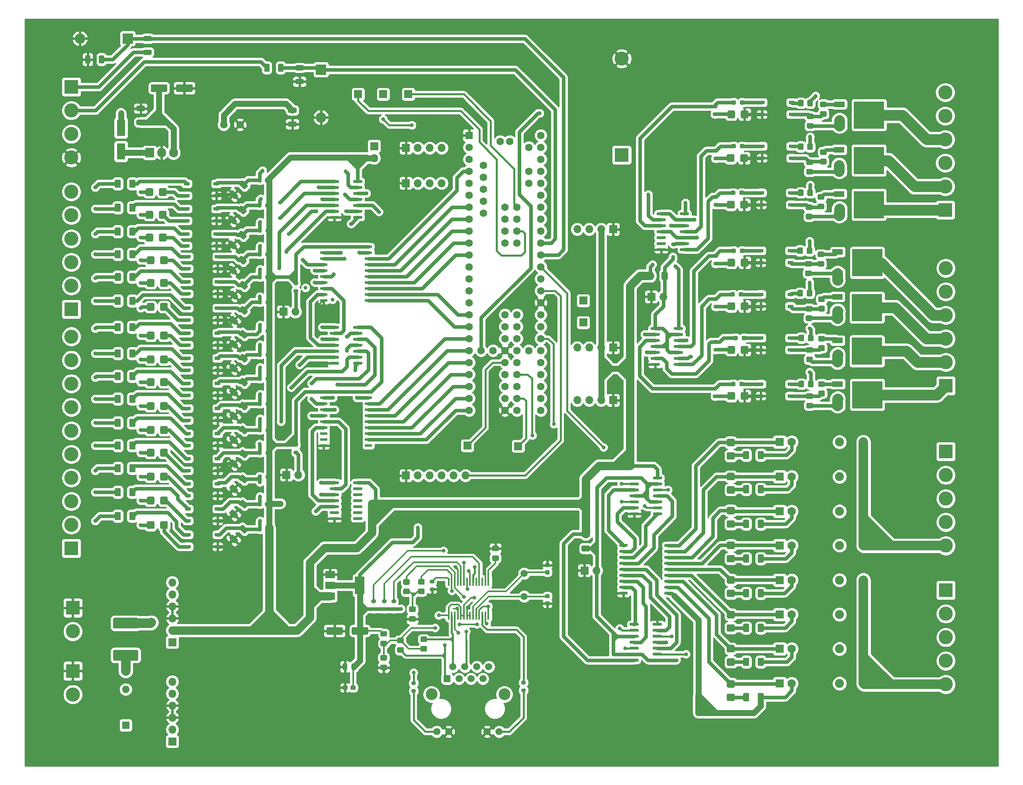
<source format=gtl>
G04 #@! TF.GenerationSoftware,KiCad,Pcbnew,(5.1.7)-1*
G04 #@! TF.CreationDate,2022-10-23T01:23:33-04:00*
G04 #@! TF.ProjectId,plc_14in_14out,706c635f-3134-4696-9e5f-31346f75742e,rev?*
G04 #@! TF.SameCoordinates,Original*
G04 #@! TF.FileFunction,Copper,L1,Top*
G04 #@! TF.FilePolarity,Positive*
%FSLAX46Y46*%
G04 Gerber Fmt 4.6, Leading zero omitted, Abs format (unit mm)*
G04 Created by KiCad (PCBNEW (5.1.7)-1) date 2022-10-23 01:23:33*
%MOMM*%
%LPD*%
G01*
G04 APERTURE LIST*
G04 #@! TA.AperFunction,ComponentPad*
%ADD10C,1.600000*%
G04 #@! TD*
G04 #@! TA.AperFunction,ComponentPad*
%ADD11R,1.600000X1.600000*%
G04 #@! TD*
G04 #@! TA.AperFunction,ComponentPad*
%ADD12R,3.000000X3.000000*%
G04 #@! TD*
G04 #@! TA.AperFunction,ComponentPad*
%ADD13C,3.000000*%
G04 #@! TD*
G04 #@! TA.AperFunction,ComponentPad*
%ADD14R,1.700000X1.700000*%
G04 #@! TD*
G04 #@! TA.AperFunction,ComponentPad*
%ADD15O,1.700000X1.700000*%
G04 #@! TD*
G04 #@! TA.AperFunction,ComponentPad*
%ADD16O,2.200000X2.200000*%
G04 #@! TD*
G04 #@! TA.AperFunction,ComponentPad*
%ADD17R,2.200000X2.200000*%
G04 #@! TD*
G04 #@! TA.AperFunction,ComponentPad*
%ADD18C,1.500000*%
G04 #@! TD*
G04 #@! TA.AperFunction,ComponentPad*
%ADD19C,2.500000*%
G04 #@! TD*
G04 #@! TA.AperFunction,ComponentPad*
%ADD20O,1.905000X2.000000*%
G04 #@! TD*
G04 #@! TA.AperFunction,ComponentPad*
%ADD21R,1.905000X2.000000*%
G04 #@! TD*
G04 #@! TA.AperFunction,SMDPad,CuDef*
%ADD22R,1.800000X3.500000*%
G04 #@! TD*
G04 #@! TA.AperFunction,SMDPad,CuDef*
%ADD23R,1.200000X0.800000*%
G04 #@! TD*
G04 #@! TA.AperFunction,SMDPad,CuDef*
%ADD24R,6.400000X5.800000*%
G04 #@! TD*
G04 #@! TA.AperFunction,SMDPad,CuDef*
%ADD25R,2.200000X1.200000*%
G04 #@! TD*
G04 #@! TA.AperFunction,ComponentPad*
%ADD26O,1.600000X1.600000*%
G04 #@! TD*
G04 #@! TA.AperFunction,SMDPad,CuDef*
%ADD27R,0.450000X1.750000*%
G04 #@! TD*
G04 #@! TA.AperFunction,SMDPad,CuDef*
%ADD28R,2.000000X1.500000*%
G04 #@! TD*
G04 #@! TA.AperFunction,SMDPad,CuDef*
%ADD29R,2.000000X3.800000*%
G04 #@! TD*
G04 #@! TA.AperFunction,ComponentPad*
%ADD30C,1.778000*%
G04 #@! TD*
G04 #@! TA.AperFunction,ComponentPad*
%ADD31R,1.778000X1.778000*%
G04 #@! TD*
G04 #@! TA.AperFunction,ComponentPad*
%ADD32C,1.900000*%
G04 #@! TD*
G04 #@! TA.AperFunction,SMDPad,CuDef*
%ADD33R,1.500000X0.600000*%
G04 #@! TD*
G04 #@! TA.AperFunction,ViaPad*
%ADD34C,0.800000*%
G04 #@! TD*
G04 #@! TA.AperFunction,Conductor*
%ADD35C,0.762000*%
G04 #@! TD*
G04 #@! TA.AperFunction,Conductor*
%ADD36C,1.270000*%
G04 #@! TD*
G04 #@! TA.AperFunction,Conductor*
%ADD37C,1.778000*%
G04 #@! TD*
G04 #@! TA.AperFunction,Conductor*
%ADD38C,0.304800*%
G04 #@! TD*
G04 #@! TA.AperFunction,Conductor*
%ADD39C,0.381000*%
G04 #@! TD*
G04 #@! TA.AperFunction,Conductor*
%ADD40C,2.032000*%
G04 #@! TD*
G04 #@! TA.AperFunction,Conductor*
%ADD41C,2.286000*%
G04 #@! TD*
G04 #@! TA.AperFunction,Conductor*
%ADD42C,0.254000*%
G04 #@! TD*
G04 #@! TA.AperFunction,Conductor*
%ADD43C,0.100000*%
G04 #@! TD*
G04 APERTURE END LIST*
D10*
G04 #@! TO.P,U19,17*
G04 #@! TO.N,D25*
X112903000Y-78740000D03*
G04 #@! TO.P,U19,18*
G04 #@! TO.N,D26*
X112903000Y-81280000D03*
G04 #@! TO.P,U19,19*
G04 #@! TO.N,D27*
X112903000Y-83820000D03*
G04 #@! TO.P,U19,20*
G04 #@! TO.N,D28*
X112903000Y-86360000D03*
G04 #@! TO.P,U19,16*
G04 #@! TO.N,D24*
X112903000Y-76200000D03*
G04 #@! TO.P,U19,15*
G04 #@! TO.N,Net-(U19-Pad15)*
X112903000Y-73660000D03*
G04 #@! TO.P,U19,14*
G04 #@! TO.N,MISO*
X112903000Y-71120000D03*
G04 #@! TO.P,U19,21*
G04 #@! TO.N,D29*
X112903000Y-88900000D03*
G04 #@! TO.P,U19,22*
G04 #@! TO.N,D30*
X112903000Y-91440000D03*
G04 #@! TO.P,U19,23*
G04 #@! TO.N,D31*
X112903000Y-93980000D03*
G04 #@! TO.P,U19,24*
G04 #@! TO.N,D32*
X112903000Y-96520000D03*
G04 #@! TO.P,U19,25*
G04 #@! TO.N,VBAT*
X115443000Y-83820000D03*
G04 #@! TO.P,U19,26*
G04 #@! TO.N,Net-(U19-Pad26)*
X117983000Y-83820000D03*
G04 #@! TO.P,U19,27*
G04 #@! TO.N,GND*
X120523000Y-83820000D03*
G04 #@! TO.P,U19,28*
G04 #@! TO.N,Net-(U19-Pad28)*
X123063000Y-83820000D03*
G04 #@! TO.P,U19,29*
G04 #@! TO.N,Net-(U19-Pad29)*
X125603000Y-83820000D03*
G04 #@! TO.P,U19,30*
G04 #@! TO.N,TX5*
X128143000Y-96520000D03*
G04 #@! TO.P,U19,31*
G04 #@! TO.N,RX5*
X128143000Y-93980000D03*
G04 #@! TO.P,U19,32*
G04 #@! TO.N,D35*
X128143000Y-91440000D03*
G04 #@! TO.P,U19,33*
G04 #@! TO.N,D36*
X128143000Y-88900000D03*
G04 #@! TO.P,U19,34*
G04 #@! TO.N,SCL1*
X128143000Y-86360000D03*
G04 #@! TO.P,U19,35*
G04 #@! TO.N,SDA1*
X128143000Y-83820000D03*
G04 #@! TO.P,U19,36*
G04 #@! TO.N,D39*
X128143000Y-81280000D03*
G04 #@! TO.P,U19,37*
G04 #@! TO.N,A21*
X128143000Y-78740000D03*
G04 #@! TO.P,U19,13*
G04 #@! TO.N,MOSI*
X112903000Y-68580000D03*
G04 #@! TO.P,U19,12*
G04 #@! TO.N,CS*
X112903000Y-66040000D03*
G04 #@! TO.P,U19,11*
G04 #@! TO.N,D9*
X112903000Y-63500000D03*
G04 #@! TO.P,U19,10*
G04 #@! TO.N,D8*
X112903000Y-60960000D03*
G04 #@! TO.P,U19,9*
G04 #@! TO.N,D7*
X112903000Y-58420000D03*
G04 #@! TO.P,U19,8*
G04 #@! TO.N,D6*
X112903000Y-55880000D03*
G04 #@! TO.P,U19,7*
G04 #@! TO.N,D5*
X112903000Y-53340000D03*
G04 #@! TO.P,U19,6*
G04 #@! TO.N,CAN0Rx*
X112903000Y-50800000D03*
G04 #@! TO.P,U19,5*
G04 #@! TO.N,CAN0Tx*
X112903000Y-48260000D03*
G04 #@! TO.P,U19,4*
G04 #@! TO.N,D2*
X112903000Y-45720000D03*
G04 #@! TO.P,U19,3*
G04 #@! TO.N,TX1*
X112903000Y-43180000D03*
G04 #@! TO.P,U19,2*
G04 #@! TO.N,RX1*
X112903000Y-40640000D03*
D11*
G04 #@! TO.P,U19,1*
G04 #@! TO.N,GND*
X112903000Y-38100000D03*
D10*
G04 #@! TO.P,U19,38*
G04 #@! TO.N,A22*
X128143000Y-76200000D03*
G04 #@! TO.P,U19,39*
G04 #@! TO.N,GND*
X128143000Y-73660000D03*
G04 #@! TO.P,U19,40*
G04 #@! TO.N,SCK*
X128143000Y-71120000D03*
G04 #@! TO.P,U19,41*
G04 #@! TO.N,D14*
X128143000Y-68580000D03*
G04 #@! TO.P,U19,42*
G04 #@! TO.N,D15*
X128143000Y-66040000D03*
G04 #@! TO.P,U19,43*
G04 #@! TO.N,AN2*
X128143000Y-63500000D03*
G04 #@! TO.P,U19,44*
G04 #@! TO.N,AN3*
X128143000Y-60960000D03*
G04 #@! TO.P,U19,45*
G04 #@! TO.N,SDA0*
X128143000Y-58420000D03*
G04 #@! TO.P,U19,46*
G04 #@! TO.N,SCL0*
X128143000Y-55880000D03*
G04 #@! TO.P,U19,47*
G04 #@! TO.N,D20*
X128143000Y-53340000D03*
G04 #@! TO.P,U19,48*
G04 #@! TO.N,D21*
X128143000Y-50800000D03*
G04 #@! TO.P,U19,49*
G04 #@! TO.N,D22*
X128143000Y-48260000D03*
G04 #@! TO.P,U19,50*
G04 #@! TO.N,D23*
X128143000Y-45720000D03*
G04 #@! TO.P,U19,51*
G04 #@! TO.N,Net-(U19-Pad51)*
X128143000Y-43180000D03*
G04 #@! TO.P,U19,52*
G04 #@! TO.N,Net-(U19-Pad52)*
X128143000Y-40640000D03*
G04 #@! TO.P,U19,53*
G04 #@! TO.N,Net-(SW4-Pad1)*
X128143000Y-38100000D03*
G04 #@! TO.P,U19,54*
G04 #@! TO.N,Net-(U19-Pad54)*
X125603000Y-40640000D03*
G04 #@! TO.P,U19,55*
G04 #@! TO.N,Net-(U19-Pad55)*
X125603000Y-45720000D03*
G04 #@! TO.P,U19,56*
G04 #@! TO.N,Net-(U19-Pad56)*
X125603000Y-48260000D03*
G04 #@! TO.P,U19,58*
G04 #@! TO.N,Net-(U19-Pad58)*
X115903000Y-44450000D03*
G04 #@! TO.P,U19,59*
G04 #@! TO.N,Net-(U19-Pad59)*
X115903000Y-46990000D03*
G04 #@! TO.P,U19,60*
G04 #@! TO.N,Net-(U19-Pad60)*
X115903000Y-49530000D03*
G04 #@! TO.P,U19,61*
G04 #@! TO.N,Net-(U19-Pad61)*
X115903000Y-52070000D03*
G04 #@! TO.P,U19,62*
G04 #@! TO.N,Net-(U19-Pad62)*
X115903000Y-54610000D03*
G04 #@! TO.P,U19,79*
G04 #@! TO.N,D50*
X123063000Y-86360000D03*
G04 #@! TO.P,U19,78*
G04 #@! TO.N,D49*
X123063000Y-88900000D03*
G04 #@! TO.P,U19,77*
G04 #@! TO.N,D48*
X123063000Y-91440000D03*
G04 #@! TO.P,U19,76*
G04 #@! TO.N,D47*
X123063000Y-93980000D03*
G04 #@! TO.P,U19,73*
G04 #@! TO.N,D46*
X120523000Y-93980000D03*
G04 #@! TO.P,U19,72*
G04 #@! TO.N,D45*
X120523000Y-91440000D03*
G04 #@! TO.P,U19,71*
G04 #@! TO.N,D44*
X120523000Y-88900000D03*
G04 #@! TO.P,U19,70*
G04 #@! TO.N,D43*
X120523000Y-86360000D03*
G04 #@! TO.P,U19,75*
G04 #@! TO.N,Net-(U19-Pad75)*
X123063000Y-96520000D03*
G04 #@! TO.P,U19,74*
G04 #@! TO.N,GND*
X120523000Y-96520000D03*
G04 #@! TO.P,U19,80*
G04 #@! TO.N,Net-(U19-Pad80)*
X123063000Y-81280000D03*
G04 #@! TO.P,U19,69*
G04 #@! TO.N,Net-(U19-Pad69)*
X120523000Y-81280000D03*
G04 #@! TO.P,U19,81*
G04 #@! TO.N,Net-(U19-Pad81)*
X123063000Y-78740000D03*
G04 #@! TO.P,U19,68*
G04 #@! TO.N,Net-(U19-Pad68)*
X120523000Y-78740000D03*
G04 #@! TO.P,U19,82*
G04 #@! TO.N,Net-(U19-Pad82)*
X123063000Y-76200000D03*
G04 #@! TO.P,U19,67*
G04 #@! TO.N,Net-(U19-Pad67)*
X120523000Y-76200000D03*
G04 #@! TO.P,U19,64*
G04 #@! TO.N,Net-(U19-Pad64)*
X120523000Y-55880000D03*
G04 #@! TO.P,U19,63*
G04 #@! TO.N,Net-(U19-Pad63)*
X120523000Y-53340000D03*
G04 #@! TO.P,U19,65*
G04 #@! TO.N,Net-(U19-Pad65)*
X120523000Y-58420000D03*
G04 #@! TO.P,U19,66*
G04 #@! TO.N,Net-(U19-Pad66)*
X120523000Y-60960000D03*
G04 #@! TO.P,U19,83*
G04 #@! TO.N,Net-(U19-Pad83)*
X123063000Y-60960000D03*
G04 #@! TO.P,U19,84*
G04 #@! TO.N,D55*
X123063000Y-58420000D03*
G04 #@! TO.P,U19,85*
G04 #@! TO.N,D56*
X123063000Y-55880000D03*
G04 #@! TO.P,U19,86*
G04 #@! TO.N,D57*
X123063000Y-53340000D03*
G04 #@! TO.P,U19,88*
G04 #@! TO.N,Net-(U19-Pad88)*
X119513000Y-39370000D03*
G04 #@! TO.P,U19,87*
G04 #@! TO.N,Net-(U19-Pad87)*
X121533000Y-39370000D03*
G04 #@! TD*
D12*
G04 #@! TO.P,BT1,1*
G04 #@! TO.N,VBAT*
X145351500Y-42291000D03*
D13*
G04 #@! TO.P,BT1,2*
G04 #@! TO.N,GND*
X145351500Y-21801000D03*
G04 #@! TD*
D14*
G04 #@! TO.P,J25,1*
G04 #@! TO.N,D57*
X99978000Y-29337000D03*
G04 #@! TD*
G04 #@! TO.P,J24,1*
G04 #@! TO.N,D55*
X89281000Y-29337000D03*
G04 #@! TD*
G04 #@! TO.P,J23,1*
G04 #@! TO.N,D56*
X94615000Y-29337000D03*
G04 #@! TD*
G04 #@! TO.P,J22,1*
G04 #@! TO.N,A22*
X137160000Y-73201000D03*
G04 #@! TD*
G04 #@! TO.P,J21,1*
G04 #@! TO.N,A21*
X137160000Y-77851000D03*
G04 #@! TD*
G04 #@! TO.P,J20,1*
G04 #@! TO.N,D47*
X123317000Y-104140000D03*
G04 #@! TD*
D15*
G04 #@! TO.P,J19,4*
G04 #@! TO.N,RX5*
X135890000Y-94361000D03*
G04 #@! TO.P,J19,3*
G04 #@! TO.N,TX5*
X138430000Y-94361000D03*
G04 #@! TO.P,J19,2*
G04 #@! TO.N,5V*
X140970000Y-94361000D03*
D14*
G04 #@! TO.P,J19,1*
G04 #@! TO.N,GND*
X143510000Y-94361000D03*
G04 #@! TD*
G04 #@! TO.P,J18,1*
G04 #@! TO.N,D43*
X112522000Y-104013000D03*
G04 #@! TD*
D15*
G04 #@! TO.P,J17,4*
G04 #@! TO.N,SCL1*
X135890000Y-83185000D03*
G04 #@! TO.P,J17,3*
G04 #@! TO.N,SDA1*
X138430000Y-83185000D03*
G04 #@! TO.P,J17,2*
G04 #@! TO.N,5V*
X140970000Y-83185000D03*
D14*
G04 #@! TO.P,J17,1*
G04 #@! TO.N,GND*
X143510000Y-83185000D03*
G04 #@! TD*
D10*
G04 #@! TO.P,C25,2*
G04 #@! TO.N,GND*
X64206000Y-35814000D03*
G04 #@! TO.P,C25,1*
G04 #@! TO.N,Net-(C24-Pad1)*
X60706000Y-35814000D03*
G04 #@! TD*
D15*
G04 #@! TO.P,J16,4*
G04 #@! TO.N,SCL0*
X135890000Y-58039000D03*
G04 #@! TO.P,J16,3*
G04 #@! TO.N,SDA0*
X138430000Y-58039000D03*
G04 #@! TO.P,J16,2*
G04 #@! TO.N,5V*
X140970000Y-58039000D03*
D14*
G04 #@! TO.P,J16,1*
G04 #@! TO.N,GND*
X143510000Y-58039000D03*
G04 #@! TD*
D15*
G04 #@! TO.P,J15,4*
G04 #@! TO.N,RX1*
X107061000Y-40767000D03*
G04 #@! TO.P,J15,3*
G04 #@! TO.N,TX1*
X104521000Y-40767000D03*
G04 #@! TO.P,J15,2*
G04 #@! TO.N,5V*
X101981000Y-40767000D03*
D14*
G04 #@! TO.P,J15,1*
G04 #@! TO.N,GND*
X99441000Y-40767000D03*
G04 #@! TD*
D15*
G04 #@! TO.P,J14,4*
G04 #@! TO.N,CAN0Tx*
X107061000Y-48260000D03*
G04 #@! TO.P,J14,3*
G04 #@! TO.N,CAN0Rx*
X104521000Y-48260000D03*
G04 #@! TO.P,J14,2*
G04 #@! TO.N,3.3V*
X101981000Y-48260000D03*
D14*
G04 #@! TO.P,J14,1*
G04 #@! TO.N,GND*
X99441000Y-48260000D03*
G04 #@! TD*
D13*
G04 #@! TO.P,J13,4*
G04 #@! TO.N,GND*
X28321000Y-42813000D03*
G04 #@! TO.P,J13,3*
G04 #@! TO.N,10V*
X28321000Y-37813000D03*
G04 #@! TO.P,J13,2*
G04 #@! TO.N,A1*
X28321000Y-32813000D03*
D12*
G04 #@! TO.P,J13,1*
G04 #@! TO.N,A2*
X28321000Y-27813000D03*
G04 #@! TD*
G04 #@! TO.P,R92,2*
G04 #@! TO.N,AN2*
G04 #@! TA.AperFunction,SMDPad,CuDef*
G36*
G01*
X34174000Y-22596001D02*
X34174000Y-21345999D01*
G75*
G02*
X34423999Y-21096000I249999J0D01*
G01*
X35049001Y-21096000D01*
G75*
G02*
X35299000Y-21345999I0J-249999D01*
G01*
X35299000Y-22596001D01*
G75*
G02*
X35049001Y-22846000I-249999J0D01*
G01*
X34423999Y-22846000D01*
G75*
G02*
X34174000Y-22596001I0J249999D01*
G01*
G37*
G04 #@! TD.AperFunction*
G04 #@! TO.P,R92,1*
G04 #@! TO.N,GND*
G04 #@! TA.AperFunction,SMDPad,CuDef*
G36*
G01*
X31249000Y-22596001D02*
X31249000Y-21345999D01*
G75*
G02*
X31498999Y-21096000I249999J0D01*
G01*
X32124001Y-21096000D01*
G75*
G02*
X32374000Y-21345999I0J-249999D01*
G01*
X32374000Y-22596001D01*
G75*
G02*
X32124001Y-22846000I-249999J0D01*
G01*
X31498999Y-22846000D01*
G75*
G02*
X31249000Y-22596001I0J249999D01*
G01*
G37*
G04 #@! TD.AperFunction*
G04 #@! TD*
G04 #@! TO.P,R91,2*
G04 #@! TO.N,AN3*
G04 #@! TA.AperFunction,SMDPad,CuDef*
G36*
G01*
X77460001Y-24307500D02*
X76209999Y-24307500D01*
G75*
G02*
X75960000Y-24057501I0J249999D01*
G01*
X75960000Y-23432499D01*
G75*
G02*
X76209999Y-23182500I249999J0D01*
G01*
X77460001Y-23182500D01*
G75*
G02*
X77710000Y-23432499I0J-249999D01*
G01*
X77710000Y-24057501D01*
G75*
G02*
X77460001Y-24307500I-249999J0D01*
G01*
G37*
G04 #@! TD.AperFunction*
G04 #@! TO.P,R91,1*
G04 #@! TO.N,GND*
G04 #@! TA.AperFunction,SMDPad,CuDef*
G36*
G01*
X77460001Y-27232500D02*
X76209999Y-27232500D01*
G75*
G02*
X75960000Y-26982501I0J249999D01*
G01*
X75960000Y-26357499D01*
G75*
G02*
X76209999Y-26107500I249999J0D01*
G01*
X77460001Y-26107500D01*
G75*
G02*
X77710000Y-26357499I0J-249999D01*
G01*
X77710000Y-26982501D01*
G75*
G02*
X77460001Y-27232500I-249999J0D01*
G01*
G37*
G04 #@! TD.AperFunction*
G04 #@! TD*
G04 #@! TO.P,R89,2*
G04 #@! TO.N,A2*
G04 #@! TA.AperFunction,SMDPad,CuDef*
G36*
G01*
X43888499Y-19886500D02*
X45138501Y-19886500D01*
G75*
G02*
X45388500Y-20136499I0J-249999D01*
G01*
X45388500Y-20761501D01*
G75*
G02*
X45138501Y-21011500I-249999J0D01*
G01*
X43888499Y-21011500D01*
G75*
G02*
X43638500Y-20761501I0J249999D01*
G01*
X43638500Y-20136499D01*
G75*
G02*
X43888499Y-19886500I249999J0D01*
G01*
G37*
G04 #@! TD.AperFunction*
G04 #@! TO.P,R89,1*
G04 #@! TO.N,AN2*
G04 #@! TA.AperFunction,SMDPad,CuDef*
G36*
G01*
X43888499Y-16961500D02*
X45138501Y-16961500D01*
G75*
G02*
X45388500Y-17211499I0J-249999D01*
G01*
X45388500Y-17836501D01*
G75*
G02*
X45138501Y-18086500I-249999J0D01*
G01*
X43888499Y-18086500D01*
G75*
G02*
X43638500Y-17836501I0J249999D01*
G01*
X43638500Y-17211499D01*
G75*
G02*
X43888499Y-16961500I249999J0D01*
G01*
G37*
G04 #@! TD.AperFunction*
G04 #@! TD*
G04 #@! TO.P,R88,2*
G04 #@! TO.N,A1*
G04 #@! TA.AperFunction,SMDPad,CuDef*
G36*
G01*
X70474000Y-23123999D02*
X70474000Y-24374001D01*
G75*
G02*
X70224001Y-24624000I-249999J0D01*
G01*
X69598999Y-24624000D01*
G75*
G02*
X69349000Y-24374001I0J249999D01*
G01*
X69349000Y-23123999D01*
G75*
G02*
X69598999Y-22874000I249999J0D01*
G01*
X70224001Y-22874000D01*
G75*
G02*
X70474000Y-23123999I0J-249999D01*
G01*
G37*
G04 #@! TD.AperFunction*
G04 #@! TO.P,R88,1*
G04 #@! TO.N,AN3*
G04 #@! TA.AperFunction,SMDPad,CuDef*
G36*
G01*
X73399000Y-23123999D02*
X73399000Y-24374001D01*
G75*
G02*
X73149001Y-24624000I-249999J0D01*
G01*
X72523999Y-24624000D01*
G75*
G02*
X72274000Y-24374001I0J249999D01*
G01*
X72274000Y-23123999D01*
G75*
G02*
X72523999Y-22874000I249999J0D01*
G01*
X73149001Y-22874000D01*
G75*
G02*
X73399000Y-23123999I0J-249999D01*
G01*
G37*
G04 #@! TD.AperFunction*
G04 #@! TD*
D16*
G04 #@! TO.P,D33,2*
G04 #@! TO.N,GND*
X30162500Y-17526000D03*
D17*
G04 #@! TO.P,D33,1*
G04 #@! TO.N,AN2*
X40322500Y-17526000D03*
G04 #@! TD*
D16*
G04 #@! TO.P,D32,2*
G04 #@! TO.N,GND*
X81407000Y-34290000D03*
D17*
G04 #@! TO.P,D32,1*
G04 #@! TO.N,AN3*
X81407000Y-24130000D03*
G04 #@! TD*
G04 #@! TO.P,C27,2*
G04 #@! TO.N,GND*
G04 #@! TA.AperFunction,SMDPad,CuDef*
G36*
G01*
X50607000Y-28617000D02*
X50607000Y-27517000D01*
G75*
G02*
X50857000Y-27267000I250000J0D01*
G01*
X53857000Y-27267000D01*
G75*
G02*
X54107000Y-27517000I0J-250000D01*
G01*
X54107000Y-28617000D01*
G75*
G02*
X53857000Y-28867000I-250000J0D01*
G01*
X50857000Y-28867000D01*
G75*
G02*
X50607000Y-28617000I0J250000D01*
G01*
G37*
G04 #@! TD.AperFunction*
G04 #@! TO.P,C27,1*
G04 #@! TO.N,10V*
G04 #@! TA.AperFunction,SMDPad,CuDef*
G36*
G01*
X45207000Y-28617000D02*
X45207000Y-27517000D01*
G75*
G02*
X45457000Y-27267000I250000J0D01*
G01*
X48457000Y-27267000D01*
G75*
G02*
X48707000Y-27517000I0J-250000D01*
G01*
X48707000Y-28617000D01*
G75*
G02*
X48457000Y-28867000I-250000J0D01*
G01*
X45457000Y-28867000D01*
G75*
G02*
X45207000Y-28617000I0J250000D01*
G01*
G37*
G04 #@! TD.AperFunction*
G04 #@! TD*
G04 #@! TO.P,C26,2*
G04 #@! TO.N,GND*
G04 #@! TA.AperFunction,SMDPad,CuDef*
G36*
G01*
X43703001Y-32960000D02*
X42402999Y-32960000D01*
G75*
G02*
X42153000Y-32710001I0J249999D01*
G01*
X42153000Y-32059999D01*
G75*
G02*
X42402999Y-31810000I249999J0D01*
G01*
X43703001Y-31810000D01*
G75*
G02*
X43953000Y-32059999I0J-249999D01*
G01*
X43953000Y-32710001D01*
G75*
G02*
X43703001Y-32960000I-249999J0D01*
G01*
G37*
G04 #@! TD.AperFunction*
G04 #@! TO.P,C26,1*
G04 #@! TO.N,10V*
G04 #@! TA.AperFunction,SMDPad,CuDef*
G36*
G01*
X43703001Y-35910000D02*
X42402999Y-35910000D01*
G75*
G02*
X42153000Y-35660001I0J249999D01*
G01*
X42153000Y-35009999D01*
G75*
G02*
X42402999Y-34760000I249999J0D01*
G01*
X43703001Y-34760000D01*
G75*
G02*
X43953000Y-35009999I0J-249999D01*
G01*
X43953000Y-35660001D01*
G75*
G02*
X43703001Y-35910000I-249999J0D01*
G01*
G37*
G04 #@! TD.AperFunction*
G04 #@! TD*
G04 #@! TO.P,C24,2*
G04 #@! TO.N,GND*
G04 #@! TA.AperFunction,SMDPad,CuDef*
G36*
G01*
X74660999Y-35141000D02*
X75961001Y-35141000D01*
G75*
G02*
X76211000Y-35390999I0J-249999D01*
G01*
X76211000Y-36041001D01*
G75*
G02*
X75961001Y-36291000I-249999J0D01*
G01*
X74660999Y-36291000D01*
G75*
G02*
X74411000Y-36041001I0J249999D01*
G01*
X74411000Y-35390999D01*
G75*
G02*
X74660999Y-35141000I249999J0D01*
G01*
G37*
G04 #@! TD.AperFunction*
G04 #@! TO.P,C24,1*
G04 #@! TO.N,Net-(C24-Pad1)*
G04 #@! TA.AperFunction,SMDPad,CuDef*
G36*
G01*
X74660999Y-32191000D02*
X75961001Y-32191000D01*
G75*
G02*
X76211000Y-32440999I0J-249999D01*
G01*
X76211000Y-33091001D01*
G75*
G02*
X75961001Y-33341000I-249999J0D01*
G01*
X74660999Y-33341000D01*
G75*
G02*
X74411000Y-33091001I0J249999D01*
G01*
X74411000Y-32440999D01*
G75*
G02*
X74660999Y-32191000I249999J0D01*
G01*
G37*
G04 #@! TD.AperFunction*
G04 #@! TD*
D18*
G04 #@! TO.P,J6,11*
G04 #@! TO.N,GND*
X116729000Y-164803000D03*
G04 #@! TO.P,J6,12*
G04 #@! TO.N,Net-(J6-Pad12)*
X119269000Y-164803000D03*
G04 #@! TO.P,J6,10*
G04 #@! TO.N,GND*
X108559000Y-164803000D03*
G04 #@! TO.P,J6,9*
G04 #@! TO.N,Net-(J6-Pad9)*
X106019000Y-164803000D03*
D19*
G04 #@! TO.P,J6,SH*
G04 #@! TO.N,N/C*
X120389000Y-156853000D03*
D18*
G04 #@! TO.P,J6,8*
G04 #@! TO.N,Net-(J6-Pad8)*
X117084000Y-151003000D03*
D19*
G04 #@! TO.P,J6,SH*
G04 #@! TO.N,N/C*
X104899000Y-156853000D03*
D18*
G04 #@! TO.P,J6,7*
G04 #@! TO.N,Net-(J6-Pad7)*
X115824000Y-153543000D03*
G04 #@! TO.P,J6,6*
G04 #@! TO.N,RD-*
X114544000Y-151003000D03*
G04 #@! TO.P,J6,5*
G04 #@! TO.N,Net-(J6-Pad5)*
X113284000Y-153543000D03*
G04 #@! TO.P,J6,4*
G04 #@! TO.N,P4*
X112004000Y-151003000D03*
G04 #@! TO.P,J6,3*
G04 #@! TO.N,RD+*
X110744000Y-153543000D03*
G04 #@! TO.P,J6,2*
G04 #@! TO.N,TD-*
X109464000Y-151003000D03*
G04 #@! TO.P,J6,1*
G04 #@! TO.N,TD+*
G04 #@! TA.AperFunction,ComponentPad*
G36*
G01*
X107454000Y-154042500D02*
X107454000Y-153043500D01*
G75*
G02*
X107704500Y-152793000I250500J0D01*
G01*
X108703500Y-152793000D01*
G75*
G02*
X108954000Y-153043500I0J-250500D01*
G01*
X108954000Y-154042500D01*
G75*
G02*
X108703500Y-154293000I-250500J0D01*
G01*
X107704500Y-154293000D01*
G75*
G02*
X107454000Y-154042500I0J250500D01*
G01*
G37*
G04 #@! TD.AperFunction*
G04 #@! TD*
D20*
G04 #@! TO.P,U36,3*
G04 #@! TO.N,10V*
X50038000Y-41783000D03*
G04 #@! TO.P,U36,2*
G04 #@! TO.N,GND*
X47498000Y-41783000D03*
D21*
G04 #@! TO.P,U36,1*
G04 #@! TO.N,Net-(C24-Pad1)*
X44958000Y-41783000D03*
G04 #@! TD*
D22*
G04 #@! TO.P,D31,2*
G04 #@! TO.N,24V*
X38862000Y-36529000D03*
G04 #@! TO.P,D31,1*
G04 #@! TO.N,Net-(C24-Pad1)*
X38862000Y-41529000D03*
G04 #@! TD*
D23*
G04 #@! TO.P,U35,1*
G04 #@! TO.N,Net-(R84-Pad1)*
X175158000Y-31115000D03*
G04 #@! TO.P,U35,4*
G04 #@! TO.N,Net-(R86-Pad2)*
X181458000Y-33655000D03*
G04 #@! TO.P,U35,3*
G04 #@! TO.N,GND*
X175158000Y-33655000D03*
G04 #@! TO.P,U35,6*
G04 #@! TO.N,Net-(R85-Pad2)*
X181458000Y-31115000D03*
G04 #@! TD*
G04 #@! TO.P,R87,2*
G04 #@! TO.N,COM4*
G04 #@! TA.AperFunction,SMDPad,CuDef*
G36*
G01*
X184969999Y-35468000D02*
X185870001Y-35468000D01*
G75*
G02*
X186120000Y-35717999I0J-249999D01*
G01*
X186120000Y-36418001D01*
G75*
G02*
X185870001Y-36668000I-249999J0D01*
G01*
X184969999Y-36668000D01*
G75*
G02*
X184720000Y-36418001I0J249999D01*
G01*
X184720000Y-35717999D01*
G75*
G02*
X184969999Y-35468000I249999J0D01*
G01*
G37*
G04 #@! TD.AperFunction*
G04 #@! TO.P,R87,1*
G04 #@! TO.N,Net-(R86-Pad2)*
G04 #@! TA.AperFunction,SMDPad,CuDef*
G36*
G01*
X184969999Y-33468000D02*
X185870001Y-33468000D01*
G75*
G02*
X186120000Y-33717999I0J-249999D01*
G01*
X186120000Y-34418001D01*
G75*
G02*
X185870001Y-34668000I-249999J0D01*
G01*
X184969999Y-34668000D01*
G75*
G02*
X184720000Y-34418001I0J249999D01*
G01*
X184720000Y-33717999D01*
G75*
G02*
X184969999Y-33468000I249999J0D01*
G01*
G37*
G04 #@! TD.AperFunction*
G04 #@! TD*
G04 #@! TO.P,R86,2*
G04 #@! TO.N,Net-(R86-Pad2)*
G04 #@! TA.AperFunction,SMDPad,CuDef*
G36*
G01*
X187763999Y-32928000D02*
X188664001Y-32928000D01*
G75*
G02*
X188914000Y-33177999I0J-249999D01*
G01*
X188914000Y-33878001D01*
G75*
G02*
X188664001Y-34128000I-249999J0D01*
G01*
X187763999Y-34128000D01*
G75*
G02*
X187514000Y-33878001I0J249999D01*
G01*
X187514000Y-33177999D01*
G75*
G02*
X187763999Y-32928000I249999J0D01*
G01*
G37*
G04 #@! TD.AperFunction*
G04 #@! TO.P,R86,1*
G04 #@! TO.N,Net-(Q7-Pad1)*
G04 #@! TA.AperFunction,SMDPad,CuDef*
G36*
G01*
X187763999Y-30928000D02*
X188664001Y-30928000D01*
G75*
G02*
X188914000Y-31177999I0J-249999D01*
G01*
X188914000Y-31878001D01*
G75*
G02*
X188664001Y-32128000I-249999J0D01*
G01*
X187763999Y-32128000D01*
G75*
G02*
X187514000Y-31878001I0J249999D01*
G01*
X187514000Y-31177999D01*
G75*
G02*
X187763999Y-30928000I249999J0D01*
G01*
G37*
G04 #@! TD.AperFunction*
G04 #@! TD*
G04 #@! TO.P,R85,2*
G04 #@! TO.N,Net-(R85-Pad2)*
G04 #@! TA.AperFunction,SMDPad,CuDef*
G36*
G01*
X184004000Y-30791999D02*
X184004000Y-31692001D01*
G75*
G02*
X183754001Y-31942000I-249999J0D01*
G01*
X183053999Y-31942000D01*
G75*
G02*
X182804000Y-31692001I0J249999D01*
G01*
X182804000Y-30791999D01*
G75*
G02*
X183053999Y-30542000I249999J0D01*
G01*
X183754001Y-30542000D01*
G75*
G02*
X184004000Y-30791999I0J-249999D01*
G01*
G37*
G04 #@! TD.AperFunction*
G04 #@! TO.P,R85,1*
G04 #@! TO.N,Vge1*
G04 #@! TA.AperFunction,SMDPad,CuDef*
G36*
G01*
X186004000Y-30791999D02*
X186004000Y-31692001D01*
G75*
G02*
X185754001Y-31942000I-249999J0D01*
G01*
X185053999Y-31942000D01*
G75*
G02*
X184804000Y-31692001I0J249999D01*
G01*
X184804000Y-30791999D01*
G75*
G02*
X185053999Y-30542000I249999J0D01*
G01*
X185754001Y-30542000D01*
G75*
G02*
X186004000Y-30791999I0J-249999D01*
G01*
G37*
G04 #@! TD.AperFunction*
G04 #@! TD*
G04 #@! TO.P,R84,2*
G04 #@! TO.N,5Y1*
G04 #@! TA.AperFunction,SMDPad,CuDef*
G36*
G01*
X169628000Y-30877500D02*
X169628000Y-31352500D01*
G75*
G02*
X169390500Y-31590000I-237500J0D01*
G01*
X168890500Y-31590000D01*
G75*
G02*
X168653000Y-31352500I0J237500D01*
G01*
X168653000Y-30877500D01*
G75*
G02*
X168890500Y-30640000I237500J0D01*
G01*
X169390500Y-30640000D01*
G75*
G02*
X169628000Y-30877500I0J-237500D01*
G01*
G37*
G04 #@! TD.AperFunction*
G04 #@! TO.P,R84,1*
G04 #@! TO.N,Net-(R84-Pad1)*
G04 #@! TA.AperFunction,SMDPad,CuDef*
G36*
G01*
X171453000Y-30877500D02*
X171453000Y-31352500D01*
G75*
G02*
X171215500Y-31590000I-237500J0D01*
G01*
X170715500Y-31590000D01*
G75*
G02*
X170478000Y-31352500I0J237500D01*
G01*
X170478000Y-30877500D01*
G75*
G02*
X170715500Y-30640000I237500J0D01*
G01*
X171215500Y-30640000D01*
G75*
G02*
X171453000Y-30877500I0J-237500D01*
G01*
G37*
G04 #@! TD.AperFunction*
G04 #@! TD*
G04 #@! TO.P,R83,2*
G04 #@! TO.N,Net-(D30-Pad2)*
G04 #@! TA.AperFunction,SMDPad,CuDef*
G36*
G01*
X164952000Y-33191000D02*
X165502000Y-33191000D01*
G75*
G02*
X165702000Y-33391000I0J-200000D01*
G01*
X165702000Y-33791000D01*
G75*
G02*
X165502000Y-33991000I-200000J0D01*
G01*
X164952000Y-33991000D01*
G75*
G02*
X164752000Y-33791000I0J200000D01*
G01*
X164752000Y-33391000D01*
G75*
G02*
X164952000Y-33191000I200000J0D01*
G01*
G37*
G04 #@! TD.AperFunction*
G04 #@! TO.P,R83,1*
G04 #@! TO.N,5Y1*
G04 #@! TA.AperFunction,SMDPad,CuDef*
G36*
G01*
X164952000Y-31541000D02*
X165502000Y-31541000D01*
G75*
G02*
X165702000Y-31741000I0J-200000D01*
G01*
X165702000Y-32141000D01*
G75*
G02*
X165502000Y-32341000I-200000J0D01*
G01*
X164952000Y-32341000D01*
G75*
G02*
X164752000Y-32141000I0J200000D01*
G01*
X164752000Y-31741000D01*
G75*
G02*
X164952000Y-31541000I200000J0D01*
G01*
G37*
G04 #@! TD.AperFunction*
G04 #@! TD*
D24*
G04 #@! TO.P,Q7,2*
G04 #@! TO.N,O14*
X197934000Y-33782000D03*
D25*
G04 #@! TO.P,Q7,3*
G04 #@! TO.N,COM4*
X191634000Y-36062000D03*
G04 #@! TO.P,Q7,1*
G04 #@! TO.N,Net-(Q7-Pad1)*
X191634000Y-31502000D03*
G04 #@! TD*
D13*
G04 #@! TO.P,J8,6*
G04 #@! TO.N,Vge1*
X214122000Y-28975000D03*
G04 #@! TO.P,J8,5*
G04 #@! TO.N,COM4*
X214122000Y-33975000D03*
G04 #@! TO.P,J8,4*
G04 #@! TO.N,O14*
X214122000Y-38975000D03*
G04 #@! TO.P,J8,3*
G04 #@! TO.N,COM3*
X214122000Y-43975000D03*
G04 #@! TO.P,J8,2*
G04 #@! TO.N,O13*
X214122000Y-48975000D03*
D12*
G04 #@! TO.P,J8,1*
G04 #@! TO.N,O12*
X214122000Y-53975000D03*
G04 #@! TD*
G04 #@! TO.P,D30,2*
G04 #@! TO.N,Net-(D30-Pad2)*
G04 #@! TA.AperFunction,SMDPad,CuDef*
G36*
G01*
X169428000Y-33080000D02*
X169428000Y-34230000D01*
G75*
G02*
X169178000Y-34480000I-250000J0D01*
G01*
X168078000Y-34480000D01*
G75*
G02*
X167828000Y-34230000I0J250000D01*
G01*
X167828000Y-33080000D01*
G75*
G02*
X168078000Y-32830000I250000J0D01*
G01*
X169178000Y-32830000D01*
G75*
G02*
X169428000Y-33080000I0J-250000D01*
G01*
G37*
G04 #@! TD.AperFunction*
G04 #@! TO.P,D30,1*
G04 #@! TO.N,GND*
G04 #@! TA.AperFunction,SMDPad,CuDef*
G36*
G01*
X172278000Y-33080000D02*
X172278000Y-34230000D01*
G75*
G02*
X172028000Y-34480000I-250000J0D01*
G01*
X170928000Y-34480000D01*
G75*
G02*
X170678000Y-34230000I0J250000D01*
G01*
X170678000Y-33080000D01*
G75*
G02*
X170928000Y-32830000I250000J0D01*
G01*
X172028000Y-32830000D01*
G75*
G02*
X172278000Y-33080000I0J-250000D01*
G01*
G37*
G04 #@! TD.AperFunction*
G04 #@! TD*
D15*
G04 #@! TO.P,J12,6*
G04 #@! TO.N,SCK*
X112141000Y-110363000D03*
G04 #@! TO.P,J12,5*
G04 #@! TO.N,MISO*
X109601000Y-110363000D03*
G04 #@! TO.P,J12,4*
G04 #@! TO.N,MOSI*
X107061000Y-110363000D03*
G04 #@! TO.P,J12,3*
G04 #@! TO.N,CS*
X104521000Y-110363000D03*
G04 #@! TO.P,J12,2*
G04 #@! TO.N,3.3V*
X101981000Y-110363000D03*
D14*
G04 #@! TO.P,J12,1*
G04 #@! TO.N,GND*
X99441000Y-110363000D03*
G04 #@! TD*
G04 #@! TO.P,F1,2*
G04 #@! TO.N,24V*
G04 #@! TA.AperFunction,SMDPad,CuDef*
G36*
G01*
X42303001Y-142886000D02*
X37452999Y-142886000D01*
G75*
G02*
X37203000Y-142636001I0J249999D01*
G01*
X37203000Y-140860999D01*
G75*
G02*
X37452999Y-140611000I249999J0D01*
G01*
X42303001Y-140611000D01*
G75*
G02*
X42553000Y-140860999I0J-249999D01*
G01*
X42553000Y-142636001D01*
G75*
G02*
X42303001Y-142886000I-249999J0D01*
G01*
G37*
G04 #@! TD.AperFunction*
G04 #@! TO.P,F1,1*
G04 #@! TO.N,Net-(F1-Pad1)*
G04 #@! TA.AperFunction,SMDPad,CuDef*
G36*
G01*
X42303001Y-149711000D02*
X37452999Y-149711000D01*
G75*
G02*
X37203000Y-149461001I0J249999D01*
G01*
X37203000Y-147685999D01*
G75*
G02*
X37452999Y-147436000I249999J0D01*
G01*
X42303001Y-147436000D01*
G75*
G02*
X42553000Y-147685999I0J-249999D01*
G01*
X42553000Y-149461001D01*
G75*
G02*
X42303001Y-149711000I-249999J0D01*
G01*
G37*
G04 #@! TD.AperFunction*
G04 #@! TD*
D23*
G04 #@! TO.P,U34,1*
G04 #@! TO.N,Net-(R81-Pad1)*
X53111000Y-122936000D03*
G04 #@! TO.P,U34,4*
G04 #@! TO.N,GND*
X59411000Y-125476000D03*
G04 #@! TO.P,U34,3*
G04 #@! TO.N,Net-(D29-Pad2)*
X53111000Y-125476000D03*
G04 #@! TO.P,U34,6*
G04 #@! TO.N,Net-(C23-Pad1)*
X59411000Y-122936000D03*
G04 #@! TD*
D26*
G04 #@! TO.P,SW6,2*
G04 #@! TO.N,Net-(F1-Pad1)*
X39878000Y-155829000D03*
D11*
G04 #@! TO.P,SW6,1*
G04 #@! TO.N,Net-(J1-Pad2)*
X39878000Y-163449000D03*
G04 #@! TD*
G04 #@! TO.P,R82,2*
G04 #@! TO.N,5V*
G04 #@! TA.AperFunction,SMDPad,CuDef*
G36*
G01*
X69640000Y-122068000D02*
X69640000Y-121518000D01*
G75*
G02*
X69840000Y-121318000I200000J0D01*
G01*
X70240000Y-121318000D01*
G75*
G02*
X70440000Y-121518000I0J-200000D01*
G01*
X70440000Y-122068000D01*
G75*
G02*
X70240000Y-122268000I-200000J0D01*
G01*
X69840000Y-122268000D01*
G75*
G02*
X69640000Y-122068000I0J200000D01*
G01*
G37*
G04 #@! TD.AperFunction*
G04 #@! TO.P,R82,1*
G04 #@! TO.N,Net-(C23-Pad1)*
G04 #@! TA.AperFunction,SMDPad,CuDef*
G36*
G01*
X67990000Y-122068000D02*
X67990000Y-121518000D01*
G75*
G02*
X68190000Y-121318000I200000J0D01*
G01*
X68590000Y-121318000D01*
G75*
G02*
X68790000Y-121518000I0J-200000D01*
G01*
X68790000Y-122068000D01*
G75*
G02*
X68590000Y-122268000I-200000J0D01*
G01*
X68190000Y-122268000D01*
G75*
G02*
X67990000Y-122068000I0J200000D01*
G01*
G37*
G04 #@! TD.AperFunction*
G04 #@! TD*
G04 #@! TO.P,R81,2*
G04 #@! TO.N,IN0*
G04 #@! TA.AperFunction,SMDPad,CuDef*
G36*
G01*
X38851000Y-118374000D02*
X38851000Y-119624000D01*
G75*
G02*
X38601000Y-119874000I-250000J0D01*
G01*
X37801000Y-119874000D01*
G75*
G02*
X37551000Y-119624000I0J250000D01*
G01*
X37551000Y-118374000D01*
G75*
G02*
X37801000Y-118124000I250000J0D01*
G01*
X38601000Y-118124000D01*
G75*
G02*
X38851000Y-118374000I0J-250000D01*
G01*
G37*
G04 #@! TD.AperFunction*
G04 #@! TO.P,R81,1*
G04 #@! TO.N,Net-(R81-Pad1)*
G04 #@! TA.AperFunction,SMDPad,CuDef*
G36*
G01*
X41951000Y-118374000D02*
X41951000Y-119624000D01*
G75*
G02*
X41701000Y-119874000I-250000J0D01*
G01*
X40901000Y-119874000D01*
G75*
G02*
X40651000Y-119624000I0J250000D01*
G01*
X40651000Y-118374000D01*
G75*
G02*
X40901000Y-118124000I250000J0D01*
G01*
X41701000Y-118124000D01*
G75*
G02*
X41951000Y-118374000I0J-250000D01*
G01*
G37*
G04 #@! TD.AperFunction*
G04 #@! TD*
D13*
G04 #@! TO.P,J3,10*
G04 #@! TO.N,IN8*
X28321000Y-80857000D03*
G04 #@! TO.P,J3,9*
G04 #@! TO.N,IN7*
X28321000Y-85857000D03*
G04 #@! TO.P,J3,8*
G04 #@! TO.N,IN6*
X28321000Y-90857000D03*
G04 #@! TO.P,J3,7*
G04 #@! TO.N,IN5*
X28321000Y-95857000D03*
G04 #@! TO.P,J3,6*
G04 #@! TO.N,IN4*
X28321000Y-100857000D03*
G04 #@! TO.P,J3,5*
G04 #@! TO.N,IN3*
X28321000Y-105857000D03*
G04 #@! TO.P,J3,4*
G04 #@! TO.N,IN2*
X28321000Y-110857000D03*
G04 #@! TO.P,J3,3*
G04 #@! TO.N,IN1*
X28321000Y-115857000D03*
G04 #@! TO.P,J3,2*
G04 #@! TO.N,IN0*
X28321000Y-120857000D03*
D12*
G04 #@! TO.P,J3,1*
G04 #@! TO.N,1M*
X28321000Y-125857000D03*
G04 #@! TD*
G04 #@! TO.P,D29,2*
G04 #@! TO.N,Net-(D29-Pad2)*
G04 #@! TA.AperFunction,SMDPad,CuDef*
G36*
G01*
X47234000Y-121479000D02*
X47234000Y-120329000D01*
G75*
G02*
X47484000Y-120079000I250000J0D01*
G01*
X48584000Y-120079000D01*
G75*
G02*
X48834000Y-120329000I0J-250000D01*
G01*
X48834000Y-121479000D01*
G75*
G02*
X48584000Y-121729000I-250000J0D01*
G01*
X47484000Y-121729000D01*
G75*
G02*
X47234000Y-121479000I0J250000D01*
G01*
G37*
G04 #@! TD.AperFunction*
G04 #@! TO.P,D29,1*
G04 #@! TO.N,1M*
G04 #@! TA.AperFunction,SMDPad,CuDef*
G36*
G01*
X44384000Y-121479000D02*
X44384000Y-120329000D01*
G75*
G02*
X44634000Y-120079000I250000J0D01*
G01*
X45734000Y-120079000D01*
G75*
G02*
X45984000Y-120329000I0J-250000D01*
G01*
X45984000Y-121479000D01*
G75*
G02*
X45734000Y-121729000I-250000J0D01*
G01*
X44634000Y-121729000D01*
G75*
G02*
X44384000Y-121479000I0J250000D01*
G01*
G37*
G04 #@! TD.AperFunction*
G04 #@! TD*
G04 #@! TO.P,C23,2*
G04 #@! TO.N,GND*
G04 #@! TA.AperFunction,SMDPad,CuDef*
G36*
G01*
X62784983Y-122985776D02*
X63704224Y-123905017D01*
G75*
G02*
X63704224Y-124258569I-176776J-176776D01*
G01*
X63244603Y-124718190D01*
G75*
G02*
X62891051Y-124718190I-176776J176776D01*
G01*
X61971810Y-123798949D01*
G75*
G02*
X61971810Y-123445397I176776J176776D01*
G01*
X62431431Y-122985776D01*
G75*
G02*
X62784983Y-122985776I176776J-176776D01*
G01*
G37*
G04 #@! TD.AperFunction*
G04 #@! TO.P,C23,1*
G04 #@! TO.N,Net-(C23-Pad1)*
G04 #@! TA.AperFunction,SMDPad,CuDef*
G36*
G01*
X64870949Y-120899810D02*
X65790190Y-121819051D01*
G75*
G02*
X65790190Y-122172603I-176776J-176776D01*
G01*
X65330569Y-122632224D01*
G75*
G02*
X64977017Y-122632224I-176776J176776D01*
G01*
X64057776Y-121712983D01*
G75*
G02*
X64057776Y-121359431I176776J176776D01*
G01*
X64517397Y-120899810D01*
G75*
G02*
X64870949Y-120899810I176776J-176776D01*
G01*
G37*
G04 #@! TD.AperFunction*
G04 #@! TD*
D13*
G04 #@! TO.P,J11,2*
G04 #@! TO.N,12V*
X28638500Y-143493500D03*
D12*
G04 #@! TO.P,J11,1*
G04 #@! TO.N,GND*
X28638500Y-138493500D03*
G04 #@! TD*
D15*
G04 #@! TO.P,J10,6*
G04 #@! TO.N,24V*
X49784000Y-154178000D03*
G04 #@! TO.P,J10,5*
X49784000Y-156718000D03*
G04 #@! TO.P,J10,4*
G04 #@! TO.N,GND*
X49784000Y-159258000D03*
G04 #@! TO.P,J10,3*
X49784000Y-161798000D03*
G04 #@! TO.P,J10,2*
G04 #@! TO.N,12V*
X49784000Y-164338000D03*
D14*
G04 #@! TO.P,J10,1*
X49784000Y-166878000D03*
G04 #@! TD*
D15*
G04 #@! TO.P,J9,6*
G04 #@! TO.N,24V*
X49784000Y-133096000D03*
G04 #@! TO.P,J9,5*
X49784000Y-135636000D03*
G04 #@! TO.P,J9,4*
G04 #@! TO.N,GND*
X49784000Y-138176000D03*
G04 #@! TO.P,J9,3*
X49784000Y-140716000D03*
G04 #@! TO.P,J9,2*
G04 #@! TO.N,5V*
X49784000Y-143256000D03*
D14*
G04 #@! TO.P,J9,1*
X49784000Y-145796000D03*
G04 #@! TD*
D27*
G04 #@! TO.P,U24,28*
G04 #@! TO.N,3.3V*
X117001000Y-140125000D03*
G04 #@! TO.P,U24,27*
G04 #@! TO.N,LEDA*
X116351000Y-140125000D03*
G04 #@! TO.P,U24,26*
G04 #@! TO.N,LEDB*
X115701000Y-140125000D03*
G04 #@! TO.P,U24,25*
G04 #@! TO.N,3.3V*
X115051000Y-140125000D03*
G04 #@! TO.P,U24,24*
G04 #@! TO.N,OSC2*
X114401000Y-140125000D03*
G04 #@! TO.P,U24,23*
G04 #@! TO.N,OSC1*
X113751000Y-140125000D03*
G04 #@! TO.P,U24,22*
G04 #@! TO.N,GND*
X113101000Y-140125000D03*
G04 #@! TO.P,U24,21*
X112451000Y-140125000D03*
G04 #@! TO.P,U24,20*
G04 #@! TO.N,3.3V*
X111801000Y-140125000D03*
G04 #@! TO.P,U24,19*
X111151000Y-140125000D03*
G04 #@! TO.P,U24,18*
G04 #@! TO.N,GND*
X110501000Y-140125000D03*
G04 #@! TO.P,U24,17*
G04 #@! TO.N,TD+*
X109851000Y-140125000D03*
G04 #@! TO.P,U24,16*
G04 #@! TO.N,TD-*
X109201000Y-140125000D03*
G04 #@! TO.P,U24,15*
G04 #@! TO.N,3.3V*
X108551000Y-140125000D03*
G04 #@! TO.P,U24,14*
G04 #@! TO.N,Net-(R40-Pad2)*
X108551000Y-132925000D03*
G04 #@! TO.P,U24,13*
G04 #@! TO.N,RD+*
X109201000Y-132925000D03*
G04 #@! TO.P,U24,12*
G04 #@! TO.N,RD-*
X109851000Y-132925000D03*
G04 #@! TO.P,U24,11*
G04 #@! TO.N,GND*
X110501000Y-132925000D03*
G04 #@! TO.P,U24,10*
G04 #@! TO.N,RST*
X111151000Y-132925000D03*
G04 #@! TO.P,U24,9*
G04 #@! TO.N,CS*
X111801000Y-132925000D03*
G04 #@! TO.P,U24,8*
G04 #@! TO.N,SCK*
X112451000Y-132925000D03*
G04 #@! TO.P,U24,7*
G04 #@! TO.N,MOSI*
X113101000Y-132925000D03*
G04 #@! TO.P,U24,6*
G04 #@! TO.N,MISO*
X113751000Y-132925000D03*
G04 #@! TO.P,U24,5*
G04 #@! TO.N,Net-(U24-Pad5)*
X114401000Y-132925000D03*
G04 #@! TO.P,U24,4*
G04 #@! TO.N,INT*
X115051000Y-132925000D03*
G04 #@! TO.P,U24,3*
G04 #@! TO.N,CLKOUT*
X115701000Y-132925000D03*
G04 #@! TO.P,U24,2*
G04 #@! TO.N,GND*
X116351000Y-132925000D03*
G04 #@! TO.P,U24,1*
G04 #@! TO.N,Net-(C15-Pad1)*
X117001000Y-132925000D03*
G04 #@! TD*
D24*
G04 #@! TO.P,Q3,2*
G04 #@! TO.N,O10*
X197509000Y-74675000D03*
D25*
G04 #@! TO.P,Q3,3*
G04 #@! TO.N,COM2*
X191209000Y-76955000D03*
G04 #@! TO.P,Q3,1*
G04 #@! TO.N,Net-(Q3-Pad1)*
X191209000Y-72395000D03*
G04 #@! TD*
G04 #@! TO.P,R54,2*
G04 #@! TO.N,Net-(R54-Pad2)*
G04 #@! TA.AperFunction,SMDPad,CuDef*
G36*
G01*
X187382999Y-92348000D02*
X188283001Y-92348000D01*
G75*
G02*
X188533000Y-92597999I0J-249999D01*
G01*
X188533000Y-93298001D01*
G75*
G02*
X188283001Y-93548000I-249999J0D01*
G01*
X187382999Y-93548000D01*
G75*
G02*
X187133000Y-93298001I0J249999D01*
G01*
X187133000Y-92597999D01*
G75*
G02*
X187382999Y-92348000I249999J0D01*
G01*
G37*
G04 #@! TD.AperFunction*
G04 #@! TO.P,R54,1*
G04 #@! TO.N,Net-(Q1-Pad1)*
G04 #@! TA.AperFunction,SMDPad,CuDef*
G36*
G01*
X187382999Y-90348000D02*
X188283001Y-90348000D01*
G75*
G02*
X188533000Y-90597999I0J-249999D01*
G01*
X188533000Y-91298001D01*
G75*
G02*
X188283001Y-91548000I-249999J0D01*
G01*
X187382999Y-91548000D01*
G75*
G02*
X187133000Y-91298001I0J249999D01*
G01*
X187133000Y-90597999D01*
G75*
G02*
X187382999Y-90348000I249999J0D01*
G01*
G37*
G04 #@! TD.AperFunction*
G04 #@! TD*
D23*
G04 #@! TO.P,U33,1*
G04 #@! TO.N,Net-(R65-Pad1)*
X174904000Y-81153000D03*
G04 #@! TO.P,U33,4*
G04 #@! TO.N,Net-(R79-Pad2)*
X181204000Y-83693000D03*
G04 #@! TO.P,U33,3*
G04 #@! TO.N,GND*
X174904000Y-83693000D03*
G04 #@! TO.P,U33,6*
G04 #@! TO.N,Net-(R78-Pad2)*
X181204000Y-81153000D03*
G04 #@! TD*
G04 #@! TO.P,U32,1*
G04 #@! TO.N,Net-(R64-Pad1)*
X174904000Y-71882000D03*
G04 #@! TO.P,U32,4*
G04 #@! TO.N,Net-(R76-Pad2)*
X181204000Y-74422000D03*
G04 #@! TO.P,U32,3*
G04 #@! TO.N,GND*
X174904000Y-74422000D03*
G04 #@! TO.P,U32,6*
G04 #@! TO.N,Net-(R75-Pad2)*
X181204000Y-71882000D03*
G04 #@! TD*
G04 #@! TO.P,U31,1*
G04 #@! TO.N,Net-(R63-Pad1)*
X174904000Y-62611000D03*
G04 #@! TO.P,U31,4*
G04 #@! TO.N,Net-(R73-Pad2)*
X181204000Y-65151000D03*
G04 #@! TO.P,U31,3*
G04 #@! TO.N,GND*
X174904000Y-65151000D03*
G04 #@! TO.P,U31,6*
G04 #@! TO.N,Net-(R72-Pad2)*
X181204000Y-62611000D03*
G04 #@! TD*
G04 #@! TO.P,U30,1*
G04 #@! TO.N,Net-(R62-Pad1)*
X175031000Y-50292000D03*
G04 #@! TO.P,U30,4*
G04 #@! TO.N,Net-(R70-Pad2)*
X181331000Y-52832000D03*
G04 #@! TO.P,U30,3*
G04 #@! TO.N,GND*
X175031000Y-52832000D03*
G04 #@! TO.P,U30,6*
G04 #@! TO.N,Net-(R69-Pad2)*
X181331000Y-50292000D03*
G04 #@! TD*
G04 #@! TO.P,U29,1*
G04 #@! TO.N,Net-(R61-Pad1)*
X175158000Y-40386000D03*
G04 #@! TO.P,U29,4*
G04 #@! TO.N,Net-(R67-Pad2)*
X181458000Y-42926000D03*
G04 #@! TO.P,U29,3*
G04 #@! TO.N,GND*
X175158000Y-42926000D03*
G04 #@! TO.P,U29,6*
G04 #@! TO.N,Net-(R66-Pad2)*
X181458000Y-40386000D03*
G04 #@! TD*
G04 #@! TO.P,R80,2*
G04 #@! TO.N,COM2*
G04 #@! TA.AperFunction,SMDPad,CuDef*
G36*
G01*
X184842999Y-85109000D02*
X185743001Y-85109000D01*
G75*
G02*
X185993000Y-85358999I0J-249999D01*
G01*
X185993000Y-86059001D01*
G75*
G02*
X185743001Y-86309000I-249999J0D01*
G01*
X184842999Y-86309000D01*
G75*
G02*
X184593000Y-86059001I0J249999D01*
G01*
X184593000Y-85358999D01*
G75*
G02*
X184842999Y-85109000I249999J0D01*
G01*
G37*
G04 #@! TD.AperFunction*
G04 #@! TO.P,R80,1*
G04 #@! TO.N,Net-(R79-Pad2)*
G04 #@! TA.AperFunction,SMDPad,CuDef*
G36*
G01*
X184842999Y-83109000D02*
X185743001Y-83109000D01*
G75*
G02*
X185993000Y-83358999I0J-249999D01*
G01*
X185993000Y-84059001D01*
G75*
G02*
X185743001Y-84309000I-249999J0D01*
G01*
X184842999Y-84309000D01*
G75*
G02*
X184593000Y-84059001I0J249999D01*
G01*
X184593000Y-83358999D01*
G75*
G02*
X184842999Y-83109000I249999J0D01*
G01*
G37*
G04 #@! TD.AperFunction*
G04 #@! TD*
G04 #@! TO.P,R79,2*
G04 #@! TO.N,Net-(R79-Pad2)*
G04 #@! TA.AperFunction,SMDPad,CuDef*
G36*
G01*
X187382999Y-82696000D02*
X188283001Y-82696000D01*
G75*
G02*
X188533000Y-82945999I0J-249999D01*
G01*
X188533000Y-83646001D01*
G75*
G02*
X188283001Y-83896000I-249999J0D01*
G01*
X187382999Y-83896000D01*
G75*
G02*
X187133000Y-83646001I0J249999D01*
G01*
X187133000Y-82945999D01*
G75*
G02*
X187382999Y-82696000I249999J0D01*
G01*
G37*
G04 #@! TD.AperFunction*
G04 #@! TO.P,R79,1*
G04 #@! TO.N,Net-(Q2-Pad1)*
G04 #@! TA.AperFunction,SMDPad,CuDef*
G36*
G01*
X187382999Y-80696000D02*
X188283001Y-80696000D01*
G75*
G02*
X188533000Y-80945999I0J-249999D01*
G01*
X188533000Y-81646001D01*
G75*
G02*
X188283001Y-81896000I-249999J0D01*
G01*
X187382999Y-81896000D01*
G75*
G02*
X187133000Y-81646001I0J249999D01*
G01*
X187133000Y-80945999D01*
G75*
G02*
X187382999Y-80696000I249999J0D01*
G01*
G37*
G04 #@! TD.AperFunction*
G04 #@! TD*
G04 #@! TO.P,R78,2*
G04 #@! TO.N,Net-(R78-Pad2)*
G04 #@! TA.AperFunction,SMDPad,CuDef*
G36*
G01*
X184131000Y-80702999D02*
X184131000Y-81603001D01*
G75*
G02*
X183881001Y-81853000I-249999J0D01*
G01*
X183180999Y-81853000D01*
G75*
G02*
X182931000Y-81603001I0J249999D01*
G01*
X182931000Y-80702999D01*
G75*
G02*
X183180999Y-80453000I249999J0D01*
G01*
X183881001Y-80453000D01*
G75*
G02*
X184131000Y-80702999I0J-249999D01*
G01*
G37*
G04 #@! TD.AperFunction*
G04 #@! TO.P,R78,1*
G04 #@! TO.N,Vge*
G04 #@! TA.AperFunction,SMDPad,CuDef*
G36*
G01*
X186131000Y-80702999D02*
X186131000Y-81603001D01*
G75*
G02*
X185881001Y-81853000I-249999J0D01*
G01*
X185180999Y-81853000D01*
G75*
G02*
X184931000Y-81603001I0J249999D01*
G01*
X184931000Y-80702999D01*
G75*
G02*
X185180999Y-80453000I249999J0D01*
G01*
X185881001Y-80453000D01*
G75*
G02*
X186131000Y-80702999I0J-249999D01*
G01*
G37*
G04 #@! TD.AperFunction*
G04 #@! TD*
G04 #@! TO.P,R77,2*
G04 #@! TO.N,COM2*
G04 #@! TA.AperFunction,SMDPad,CuDef*
G36*
G01*
X184715999Y-76346000D02*
X185616001Y-76346000D01*
G75*
G02*
X185866000Y-76595999I0J-249999D01*
G01*
X185866000Y-77296001D01*
G75*
G02*
X185616001Y-77546000I-249999J0D01*
G01*
X184715999Y-77546000D01*
G75*
G02*
X184466000Y-77296001I0J249999D01*
G01*
X184466000Y-76595999D01*
G75*
G02*
X184715999Y-76346000I249999J0D01*
G01*
G37*
G04 #@! TD.AperFunction*
G04 #@! TO.P,R77,1*
G04 #@! TO.N,Net-(R76-Pad2)*
G04 #@! TA.AperFunction,SMDPad,CuDef*
G36*
G01*
X184715999Y-74346000D02*
X185616001Y-74346000D01*
G75*
G02*
X185866000Y-74595999I0J-249999D01*
G01*
X185866000Y-75296001D01*
G75*
G02*
X185616001Y-75546000I-249999J0D01*
G01*
X184715999Y-75546000D01*
G75*
G02*
X184466000Y-75296001I0J249999D01*
G01*
X184466000Y-74595999D01*
G75*
G02*
X184715999Y-74346000I249999J0D01*
G01*
G37*
G04 #@! TD.AperFunction*
G04 #@! TD*
G04 #@! TO.P,R76,2*
G04 #@! TO.N,Net-(R76-Pad2)*
G04 #@! TA.AperFunction,SMDPad,CuDef*
G36*
G01*
X187382999Y-74314000D02*
X188283001Y-74314000D01*
G75*
G02*
X188533000Y-74563999I0J-249999D01*
G01*
X188533000Y-75264001D01*
G75*
G02*
X188283001Y-75514000I-249999J0D01*
G01*
X187382999Y-75514000D01*
G75*
G02*
X187133000Y-75264001I0J249999D01*
G01*
X187133000Y-74563999D01*
G75*
G02*
X187382999Y-74314000I249999J0D01*
G01*
G37*
G04 #@! TD.AperFunction*
G04 #@! TO.P,R76,1*
G04 #@! TO.N,Net-(Q3-Pad1)*
G04 #@! TA.AperFunction,SMDPad,CuDef*
G36*
G01*
X187382999Y-72314000D02*
X188283001Y-72314000D01*
G75*
G02*
X188533000Y-72563999I0J-249999D01*
G01*
X188533000Y-73264001D01*
G75*
G02*
X188283001Y-73514000I-249999J0D01*
G01*
X187382999Y-73514000D01*
G75*
G02*
X187133000Y-73264001I0J249999D01*
G01*
X187133000Y-72563999D01*
G75*
G02*
X187382999Y-72314000I249999J0D01*
G01*
G37*
G04 #@! TD.AperFunction*
G04 #@! TD*
G04 #@! TO.P,R75,2*
G04 #@! TO.N,Net-(R75-Pad2)*
G04 #@! TA.AperFunction,SMDPad,CuDef*
G36*
G01*
X183877000Y-71177999D02*
X183877000Y-72078001D01*
G75*
G02*
X183627001Y-72328000I-249999J0D01*
G01*
X182926999Y-72328000D01*
G75*
G02*
X182677000Y-72078001I0J249999D01*
G01*
X182677000Y-71177999D01*
G75*
G02*
X182926999Y-70928000I249999J0D01*
G01*
X183627001Y-70928000D01*
G75*
G02*
X183877000Y-71177999I0J-249999D01*
G01*
G37*
G04 #@! TD.AperFunction*
G04 #@! TO.P,R75,1*
G04 #@! TO.N,Vge*
G04 #@! TA.AperFunction,SMDPad,CuDef*
G36*
G01*
X185877000Y-71177999D02*
X185877000Y-72078001D01*
G75*
G02*
X185627001Y-72328000I-249999J0D01*
G01*
X184926999Y-72328000D01*
G75*
G02*
X184677000Y-72078001I0J249999D01*
G01*
X184677000Y-71177999D01*
G75*
G02*
X184926999Y-70928000I249999J0D01*
G01*
X185627001Y-70928000D01*
G75*
G02*
X185877000Y-71177999I0J-249999D01*
G01*
G37*
G04 #@! TD.AperFunction*
G04 #@! TD*
G04 #@! TO.P,R74,2*
G04 #@! TO.N,COM2*
G04 #@! TA.AperFunction,SMDPad,CuDef*
G36*
G01*
X184588999Y-66805000D02*
X185489001Y-66805000D01*
G75*
G02*
X185739000Y-67054999I0J-249999D01*
G01*
X185739000Y-67755001D01*
G75*
G02*
X185489001Y-68005000I-249999J0D01*
G01*
X184588999Y-68005000D01*
G75*
G02*
X184339000Y-67755001I0J249999D01*
G01*
X184339000Y-67054999D01*
G75*
G02*
X184588999Y-66805000I249999J0D01*
G01*
G37*
G04 #@! TD.AperFunction*
G04 #@! TO.P,R74,1*
G04 #@! TO.N,Net-(R73-Pad2)*
G04 #@! TA.AperFunction,SMDPad,CuDef*
G36*
G01*
X184588999Y-64805000D02*
X185489001Y-64805000D01*
G75*
G02*
X185739000Y-65054999I0J-249999D01*
G01*
X185739000Y-65755001D01*
G75*
G02*
X185489001Y-66005000I-249999J0D01*
G01*
X184588999Y-66005000D01*
G75*
G02*
X184339000Y-65755001I0J249999D01*
G01*
X184339000Y-65054999D01*
G75*
G02*
X184588999Y-64805000I249999J0D01*
G01*
G37*
G04 #@! TD.AperFunction*
G04 #@! TD*
G04 #@! TO.P,R73,2*
G04 #@! TO.N,Net-(R73-Pad2)*
G04 #@! TA.AperFunction,SMDPad,CuDef*
G36*
G01*
X187255999Y-64789000D02*
X188156001Y-64789000D01*
G75*
G02*
X188406000Y-65038999I0J-249999D01*
G01*
X188406000Y-65739001D01*
G75*
G02*
X188156001Y-65989000I-249999J0D01*
G01*
X187255999Y-65989000D01*
G75*
G02*
X187006000Y-65739001I0J249999D01*
G01*
X187006000Y-65038999D01*
G75*
G02*
X187255999Y-64789000I249999J0D01*
G01*
G37*
G04 #@! TD.AperFunction*
G04 #@! TO.P,R73,1*
G04 #@! TO.N,Net-(Q4-Pad1)*
G04 #@! TA.AperFunction,SMDPad,CuDef*
G36*
G01*
X187255999Y-62789000D02*
X188156001Y-62789000D01*
G75*
G02*
X188406000Y-63038999I0J-249999D01*
G01*
X188406000Y-63739001D01*
G75*
G02*
X188156001Y-63989000I-249999J0D01*
G01*
X187255999Y-63989000D01*
G75*
G02*
X187006000Y-63739001I0J249999D01*
G01*
X187006000Y-63038999D01*
G75*
G02*
X187255999Y-62789000I249999J0D01*
G01*
G37*
G04 #@! TD.AperFunction*
G04 #@! TD*
G04 #@! TO.P,R72,2*
G04 #@! TO.N,Net-(R72-Pad2)*
G04 #@! TA.AperFunction,SMDPad,CuDef*
G36*
G01*
X183877000Y-62160999D02*
X183877000Y-63061001D01*
G75*
G02*
X183627001Y-63311000I-249999J0D01*
G01*
X182926999Y-63311000D01*
G75*
G02*
X182677000Y-63061001I0J249999D01*
G01*
X182677000Y-62160999D01*
G75*
G02*
X182926999Y-61911000I249999J0D01*
G01*
X183627001Y-61911000D01*
G75*
G02*
X183877000Y-62160999I0J-249999D01*
G01*
G37*
G04 #@! TD.AperFunction*
G04 #@! TO.P,R72,1*
G04 #@! TO.N,Vge*
G04 #@! TA.AperFunction,SMDPad,CuDef*
G36*
G01*
X185877000Y-62160999D02*
X185877000Y-63061001D01*
G75*
G02*
X185627001Y-63311000I-249999J0D01*
G01*
X184926999Y-63311000D01*
G75*
G02*
X184677000Y-63061001I0J249999D01*
G01*
X184677000Y-62160999D01*
G75*
G02*
X184926999Y-61911000I249999J0D01*
G01*
X185627001Y-61911000D01*
G75*
G02*
X185877000Y-62160999I0J-249999D01*
G01*
G37*
G04 #@! TD.AperFunction*
G04 #@! TD*
G04 #@! TO.P,R71,2*
G04 #@! TO.N,COM3*
G04 #@! TA.AperFunction,SMDPad,CuDef*
G36*
G01*
X184715999Y-54756000D02*
X185616001Y-54756000D01*
G75*
G02*
X185866000Y-55005999I0J-249999D01*
G01*
X185866000Y-55706001D01*
G75*
G02*
X185616001Y-55956000I-249999J0D01*
G01*
X184715999Y-55956000D01*
G75*
G02*
X184466000Y-55706001I0J249999D01*
G01*
X184466000Y-55005999D01*
G75*
G02*
X184715999Y-54756000I249999J0D01*
G01*
G37*
G04 #@! TD.AperFunction*
G04 #@! TO.P,R71,1*
G04 #@! TO.N,Net-(R70-Pad2)*
G04 #@! TA.AperFunction,SMDPad,CuDef*
G36*
G01*
X184715999Y-52756000D02*
X185616001Y-52756000D01*
G75*
G02*
X185866000Y-53005999I0J-249999D01*
G01*
X185866000Y-53706001D01*
G75*
G02*
X185616001Y-53956000I-249999J0D01*
G01*
X184715999Y-53956000D01*
G75*
G02*
X184466000Y-53706001I0J249999D01*
G01*
X184466000Y-53005999D01*
G75*
G02*
X184715999Y-52756000I249999J0D01*
G01*
G37*
G04 #@! TD.AperFunction*
G04 #@! TD*
G04 #@! TO.P,R70,2*
G04 #@! TO.N,Net-(R70-Pad2)*
G04 #@! TA.AperFunction,SMDPad,CuDef*
G36*
G01*
X187255999Y-52597000D02*
X188156001Y-52597000D01*
G75*
G02*
X188406000Y-52846999I0J-249999D01*
G01*
X188406000Y-53547001D01*
G75*
G02*
X188156001Y-53797000I-249999J0D01*
G01*
X187255999Y-53797000D01*
G75*
G02*
X187006000Y-53547001I0J249999D01*
G01*
X187006000Y-52846999D01*
G75*
G02*
X187255999Y-52597000I249999J0D01*
G01*
G37*
G04 #@! TD.AperFunction*
G04 #@! TO.P,R70,1*
G04 #@! TO.N,Net-(Q5-Pad1)*
G04 #@! TA.AperFunction,SMDPad,CuDef*
G36*
G01*
X187255999Y-50597000D02*
X188156001Y-50597000D01*
G75*
G02*
X188406000Y-50846999I0J-249999D01*
G01*
X188406000Y-51547001D01*
G75*
G02*
X188156001Y-51797000I-249999J0D01*
G01*
X187255999Y-51797000D01*
G75*
G02*
X187006000Y-51547001I0J249999D01*
G01*
X187006000Y-50846999D01*
G75*
G02*
X187255999Y-50597000I249999J0D01*
G01*
G37*
G04 #@! TD.AperFunction*
G04 #@! TD*
G04 #@! TO.P,R69,2*
G04 #@! TO.N,Net-(R69-Pad2)*
G04 #@! TA.AperFunction,SMDPad,CuDef*
G36*
G01*
X184004000Y-49841999D02*
X184004000Y-50742001D01*
G75*
G02*
X183754001Y-50992000I-249999J0D01*
G01*
X183053999Y-50992000D01*
G75*
G02*
X182804000Y-50742001I0J249999D01*
G01*
X182804000Y-49841999D01*
G75*
G02*
X183053999Y-49592000I249999J0D01*
G01*
X183754001Y-49592000D01*
G75*
G02*
X184004000Y-49841999I0J-249999D01*
G01*
G37*
G04 #@! TD.AperFunction*
G04 #@! TO.P,R69,1*
G04 #@! TO.N,Vge1*
G04 #@! TA.AperFunction,SMDPad,CuDef*
G36*
G01*
X186004000Y-49841999D02*
X186004000Y-50742001D01*
G75*
G02*
X185754001Y-50992000I-249999J0D01*
G01*
X185053999Y-50992000D01*
G75*
G02*
X184804000Y-50742001I0J249999D01*
G01*
X184804000Y-49841999D01*
G75*
G02*
X185053999Y-49592000I249999J0D01*
G01*
X185754001Y-49592000D01*
G75*
G02*
X186004000Y-49841999I0J-249999D01*
G01*
G37*
G04 #@! TD.AperFunction*
G04 #@! TD*
G04 #@! TO.P,R68,2*
G04 #@! TO.N,COM3*
G04 #@! TA.AperFunction,SMDPad,CuDef*
G36*
G01*
X184842999Y-45215000D02*
X185743001Y-45215000D01*
G75*
G02*
X185993000Y-45464999I0J-249999D01*
G01*
X185993000Y-46165001D01*
G75*
G02*
X185743001Y-46415000I-249999J0D01*
G01*
X184842999Y-46415000D01*
G75*
G02*
X184593000Y-46165001I0J249999D01*
G01*
X184593000Y-45464999D01*
G75*
G02*
X184842999Y-45215000I249999J0D01*
G01*
G37*
G04 #@! TD.AperFunction*
G04 #@! TO.P,R68,1*
G04 #@! TO.N,Net-(R67-Pad2)*
G04 #@! TA.AperFunction,SMDPad,CuDef*
G36*
G01*
X184842999Y-43215000D02*
X185743001Y-43215000D01*
G75*
G02*
X185993000Y-43464999I0J-249999D01*
G01*
X185993000Y-44165001D01*
G75*
G02*
X185743001Y-44415000I-249999J0D01*
G01*
X184842999Y-44415000D01*
G75*
G02*
X184593000Y-44165001I0J249999D01*
G01*
X184593000Y-43464999D01*
G75*
G02*
X184842999Y-43215000I249999J0D01*
G01*
G37*
G04 #@! TD.AperFunction*
G04 #@! TD*
G04 #@! TO.P,R67,2*
G04 #@! TO.N,Net-(R67-Pad2)*
G04 #@! TA.AperFunction,SMDPad,CuDef*
G36*
G01*
X187763999Y-43072000D02*
X188664001Y-43072000D01*
G75*
G02*
X188914000Y-43321999I0J-249999D01*
G01*
X188914000Y-44022001D01*
G75*
G02*
X188664001Y-44272000I-249999J0D01*
G01*
X187763999Y-44272000D01*
G75*
G02*
X187514000Y-44022001I0J249999D01*
G01*
X187514000Y-43321999D01*
G75*
G02*
X187763999Y-43072000I249999J0D01*
G01*
G37*
G04 #@! TD.AperFunction*
G04 #@! TO.P,R67,1*
G04 #@! TO.N,Net-(Q6-Pad1)*
G04 #@! TA.AperFunction,SMDPad,CuDef*
G36*
G01*
X187763999Y-41072000D02*
X188664001Y-41072000D01*
G75*
G02*
X188914000Y-41321999I0J-249999D01*
G01*
X188914000Y-42022001D01*
G75*
G02*
X188664001Y-42272000I-249999J0D01*
G01*
X187763999Y-42272000D01*
G75*
G02*
X187514000Y-42022001I0J249999D01*
G01*
X187514000Y-41321999D01*
G75*
G02*
X187763999Y-41072000I249999J0D01*
G01*
G37*
G04 #@! TD.AperFunction*
G04 #@! TD*
G04 #@! TO.P,R66,2*
G04 #@! TO.N,Net-(R66-Pad2)*
G04 #@! TA.AperFunction,SMDPad,CuDef*
G36*
G01*
X184004000Y-40062999D02*
X184004000Y-40963001D01*
G75*
G02*
X183754001Y-41213000I-249999J0D01*
G01*
X183053999Y-41213000D01*
G75*
G02*
X182804000Y-40963001I0J249999D01*
G01*
X182804000Y-40062999D01*
G75*
G02*
X183053999Y-39813000I249999J0D01*
G01*
X183754001Y-39813000D01*
G75*
G02*
X184004000Y-40062999I0J-249999D01*
G01*
G37*
G04 #@! TD.AperFunction*
G04 #@! TO.P,R66,1*
G04 #@! TO.N,Vge1*
G04 #@! TA.AperFunction,SMDPad,CuDef*
G36*
G01*
X186004000Y-40062999D02*
X186004000Y-40963001D01*
G75*
G02*
X185754001Y-41213000I-249999J0D01*
G01*
X185053999Y-41213000D01*
G75*
G02*
X184804000Y-40963001I0J249999D01*
G01*
X184804000Y-40062999D01*
G75*
G02*
X185053999Y-39813000I249999J0D01*
G01*
X185754001Y-39813000D01*
G75*
G02*
X186004000Y-40062999I0J-249999D01*
G01*
G37*
G04 #@! TD.AperFunction*
G04 #@! TD*
G04 #@! TO.P,R65,2*
G04 #@! TO.N,2Y1*
G04 #@! TA.AperFunction,SMDPad,CuDef*
G36*
G01*
X170009000Y-80915500D02*
X170009000Y-81390500D01*
G75*
G02*
X169771500Y-81628000I-237500J0D01*
G01*
X169271500Y-81628000D01*
G75*
G02*
X169034000Y-81390500I0J237500D01*
G01*
X169034000Y-80915500D01*
G75*
G02*
X169271500Y-80678000I237500J0D01*
G01*
X169771500Y-80678000D01*
G75*
G02*
X170009000Y-80915500I0J-237500D01*
G01*
G37*
G04 #@! TD.AperFunction*
G04 #@! TO.P,R65,1*
G04 #@! TO.N,Net-(R65-Pad1)*
G04 #@! TA.AperFunction,SMDPad,CuDef*
G36*
G01*
X171834000Y-80915500D02*
X171834000Y-81390500D01*
G75*
G02*
X171596500Y-81628000I-237500J0D01*
G01*
X171096500Y-81628000D01*
G75*
G02*
X170859000Y-81390500I0J237500D01*
G01*
X170859000Y-80915500D01*
G75*
G02*
X171096500Y-80678000I237500J0D01*
G01*
X171596500Y-80678000D01*
G75*
G02*
X171834000Y-80915500I0J-237500D01*
G01*
G37*
G04 #@! TD.AperFunction*
G04 #@! TD*
G04 #@! TO.P,R64,2*
G04 #@! TO.N,3Y1*
G04 #@! TA.AperFunction,SMDPad,CuDef*
G36*
G01*
X169397500Y-71644500D02*
X169397500Y-72119500D01*
G75*
G02*
X169160000Y-72357000I-237500J0D01*
G01*
X168660000Y-72357000D01*
G75*
G02*
X168422500Y-72119500I0J237500D01*
G01*
X168422500Y-71644500D01*
G75*
G02*
X168660000Y-71407000I237500J0D01*
G01*
X169160000Y-71407000D01*
G75*
G02*
X169397500Y-71644500I0J-237500D01*
G01*
G37*
G04 #@! TD.AperFunction*
G04 #@! TO.P,R64,1*
G04 #@! TO.N,Net-(R64-Pad1)*
G04 #@! TA.AperFunction,SMDPad,CuDef*
G36*
G01*
X171222500Y-71644500D02*
X171222500Y-72119500D01*
G75*
G02*
X170985000Y-72357000I-237500J0D01*
G01*
X170485000Y-72357000D01*
G75*
G02*
X170247500Y-72119500I0J237500D01*
G01*
X170247500Y-71644500D01*
G75*
G02*
X170485000Y-71407000I237500J0D01*
G01*
X170985000Y-71407000D01*
G75*
G02*
X171222500Y-71644500I0J-237500D01*
G01*
G37*
G04 #@! TD.AperFunction*
G04 #@! TD*
G04 #@! TO.P,R63,2*
G04 #@! TO.N,4Y1*
G04 #@! TA.AperFunction,SMDPad,CuDef*
G36*
G01*
X169604500Y-62373500D02*
X169604500Y-62848500D01*
G75*
G02*
X169367000Y-63086000I-237500J0D01*
G01*
X168867000Y-63086000D01*
G75*
G02*
X168629500Y-62848500I0J237500D01*
G01*
X168629500Y-62373500D01*
G75*
G02*
X168867000Y-62136000I237500J0D01*
G01*
X169367000Y-62136000D01*
G75*
G02*
X169604500Y-62373500I0J-237500D01*
G01*
G37*
G04 #@! TD.AperFunction*
G04 #@! TO.P,R63,1*
G04 #@! TO.N,Net-(R63-Pad1)*
G04 #@! TA.AperFunction,SMDPad,CuDef*
G36*
G01*
X171429500Y-62373500D02*
X171429500Y-62848500D01*
G75*
G02*
X171192000Y-63086000I-237500J0D01*
G01*
X170692000Y-63086000D01*
G75*
G02*
X170454500Y-62848500I0J237500D01*
G01*
X170454500Y-62373500D01*
G75*
G02*
X170692000Y-62136000I237500J0D01*
G01*
X171192000Y-62136000D01*
G75*
G02*
X171429500Y-62373500I0J-237500D01*
G01*
G37*
G04 #@! TD.AperFunction*
G04 #@! TD*
G04 #@! TO.P,R62,2*
G04 #@! TO.N,7Y1*
G04 #@! TA.AperFunction,SMDPad,CuDef*
G36*
G01*
X169501000Y-50054500D02*
X169501000Y-50529500D01*
G75*
G02*
X169263500Y-50767000I-237500J0D01*
G01*
X168763500Y-50767000D01*
G75*
G02*
X168526000Y-50529500I0J237500D01*
G01*
X168526000Y-50054500D01*
G75*
G02*
X168763500Y-49817000I237500J0D01*
G01*
X169263500Y-49817000D01*
G75*
G02*
X169501000Y-50054500I0J-237500D01*
G01*
G37*
G04 #@! TD.AperFunction*
G04 #@! TO.P,R62,1*
G04 #@! TO.N,Net-(R62-Pad1)*
G04 #@! TA.AperFunction,SMDPad,CuDef*
G36*
G01*
X171326000Y-50054500D02*
X171326000Y-50529500D01*
G75*
G02*
X171088500Y-50767000I-237500J0D01*
G01*
X170588500Y-50767000D01*
G75*
G02*
X170351000Y-50529500I0J237500D01*
G01*
X170351000Y-50054500D01*
G75*
G02*
X170588500Y-49817000I237500J0D01*
G01*
X171088500Y-49817000D01*
G75*
G02*
X171326000Y-50054500I0J-237500D01*
G01*
G37*
G04 #@! TD.AperFunction*
G04 #@! TD*
G04 #@! TO.P,R61,2*
G04 #@! TO.N,8Y1*
G04 #@! TA.AperFunction,SMDPad,CuDef*
G36*
G01*
X169628000Y-40148500D02*
X169628000Y-40623500D01*
G75*
G02*
X169390500Y-40861000I-237500J0D01*
G01*
X168890500Y-40861000D01*
G75*
G02*
X168653000Y-40623500I0J237500D01*
G01*
X168653000Y-40148500D01*
G75*
G02*
X168890500Y-39911000I237500J0D01*
G01*
X169390500Y-39911000D01*
G75*
G02*
X169628000Y-40148500I0J-237500D01*
G01*
G37*
G04 #@! TD.AperFunction*
G04 #@! TO.P,R61,1*
G04 #@! TO.N,Net-(R61-Pad1)*
G04 #@! TA.AperFunction,SMDPad,CuDef*
G36*
G01*
X171453000Y-40148500D02*
X171453000Y-40623500D01*
G75*
G02*
X171215500Y-40861000I-237500J0D01*
G01*
X170715500Y-40861000D01*
G75*
G02*
X170478000Y-40623500I0J237500D01*
G01*
X170478000Y-40148500D01*
G75*
G02*
X170715500Y-39911000I237500J0D01*
G01*
X171215500Y-39911000D01*
G75*
G02*
X171453000Y-40148500I0J-237500D01*
G01*
G37*
G04 #@! TD.AperFunction*
G04 #@! TD*
G04 #@! TO.P,R60,2*
G04 #@! TO.N,Net-(D28-Pad2)*
G04 #@! TA.AperFunction,SMDPad,CuDef*
G36*
G01*
X165079000Y-83229000D02*
X165629000Y-83229000D01*
G75*
G02*
X165829000Y-83429000I0J-200000D01*
G01*
X165829000Y-83829000D01*
G75*
G02*
X165629000Y-84029000I-200000J0D01*
G01*
X165079000Y-84029000D01*
G75*
G02*
X164879000Y-83829000I0J200000D01*
G01*
X164879000Y-83429000D01*
G75*
G02*
X165079000Y-83229000I200000J0D01*
G01*
G37*
G04 #@! TD.AperFunction*
G04 #@! TO.P,R60,1*
G04 #@! TO.N,2Y1*
G04 #@! TA.AperFunction,SMDPad,CuDef*
G36*
G01*
X165079000Y-81579000D02*
X165629000Y-81579000D01*
G75*
G02*
X165829000Y-81779000I0J-200000D01*
G01*
X165829000Y-82179000D01*
G75*
G02*
X165629000Y-82379000I-200000J0D01*
G01*
X165079000Y-82379000D01*
G75*
G02*
X164879000Y-82179000I0J200000D01*
G01*
X164879000Y-81779000D01*
G75*
G02*
X165079000Y-81579000I200000J0D01*
G01*
G37*
G04 #@! TD.AperFunction*
G04 #@! TD*
G04 #@! TO.P,R59,2*
G04 #@! TO.N,Net-(D27-Pad2)*
G04 #@! TA.AperFunction,SMDPad,CuDef*
G36*
G01*
X165079000Y-74085000D02*
X165629000Y-74085000D01*
G75*
G02*
X165829000Y-74285000I0J-200000D01*
G01*
X165829000Y-74685000D01*
G75*
G02*
X165629000Y-74885000I-200000J0D01*
G01*
X165079000Y-74885000D01*
G75*
G02*
X164879000Y-74685000I0J200000D01*
G01*
X164879000Y-74285000D01*
G75*
G02*
X165079000Y-74085000I200000J0D01*
G01*
G37*
G04 #@! TD.AperFunction*
G04 #@! TO.P,R59,1*
G04 #@! TO.N,3Y1*
G04 #@! TA.AperFunction,SMDPad,CuDef*
G36*
G01*
X165079000Y-72435000D02*
X165629000Y-72435000D01*
G75*
G02*
X165829000Y-72635000I0J-200000D01*
G01*
X165829000Y-73035000D01*
G75*
G02*
X165629000Y-73235000I-200000J0D01*
G01*
X165079000Y-73235000D01*
G75*
G02*
X164879000Y-73035000I0J200000D01*
G01*
X164879000Y-72635000D01*
G75*
G02*
X165079000Y-72435000I200000J0D01*
G01*
G37*
G04 #@! TD.AperFunction*
G04 #@! TD*
G04 #@! TO.P,R58,2*
G04 #@! TO.N,Net-(D26-Pad2)*
G04 #@! TA.AperFunction,SMDPad,CuDef*
G36*
G01*
X165079000Y-64941000D02*
X165629000Y-64941000D01*
G75*
G02*
X165829000Y-65141000I0J-200000D01*
G01*
X165829000Y-65541000D01*
G75*
G02*
X165629000Y-65741000I-200000J0D01*
G01*
X165079000Y-65741000D01*
G75*
G02*
X164879000Y-65541000I0J200000D01*
G01*
X164879000Y-65141000D01*
G75*
G02*
X165079000Y-64941000I200000J0D01*
G01*
G37*
G04 #@! TD.AperFunction*
G04 #@! TO.P,R58,1*
G04 #@! TO.N,4Y1*
G04 #@! TA.AperFunction,SMDPad,CuDef*
G36*
G01*
X165079000Y-63291000D02*
X165629000Y-63291000D01*
G75*
G02*
X165829000Y-63491000I0J-200000D01*
G01*
X165829000Y-63891000D01*
G75*
G02*
X165629000Y-64091000I-200000J0D01*
G01*
X165079000Y-64091000D01*
G75*
G02*
X164879000Y-63891000I0J200000D01*
G01*
X164879000Y-63491000D01*
G75*
G02*
X165079000Y-63291000I200000J0D01*
G01*
G37*
G04 #@! TD.AperFunction*
G04 #@! TD*
G04 #@! TO.P,R57,2*
G04 #@! TO.N,Net-(D25-Pad2)*
G04 #@! TA.AperFunction,SMDPad,CuDef*
G36*
G01*
X165079000Y-52431000D02*
X165629000Y-52431000D01*
G75*
G02*
X165829000Y-52631000I0J-200000D01*
G01*
X165829000Y-53031000D01*
G75*
G02*
X165629000Y-53231000I-200000J0D01*
G01*
X165079000Y-53231000D01*
G75*
G02*
X164879000Y-53031000I0J200000D01*
G01*
X164879000Y-52631000D01*
G75*
G02*
X165079000Y-52431000I200000J0D01*
G01*
G37*
G04 #@! TD.AperFunction*
G04 #@! TO.P,R57,1*
G04 #@! TO.N,7Y1*
G04 #@! TA.AperFunction,SMDPad,CuDef*
G36*
G01*
X165079000Y-50781000D02*
X165629000Y-50781000D01*
G75*
G02*
X165829000Y-50981000I0J-200000D01*
G01*
X165829000Y-51381000D01*
G75*
G02*
X165629000Y-51581000I-200000J0D01*
G01*
X165079000Y-51581000D01*
G75*
G02*
X164879000Y-51381000I0J200000D01*
G01*
X164879000Y-50981000D01*
G75*
G02*
X165079000Y-50781000I200000J0D01*
G01*
G37*
G04 #@! TD.AperFunction*
G04 #@! TD*
G04 #@! TO.P,R56,2*
G04 #@! TO.N,Net-(D24-Pad2)*
G04 #@! TA.AperFunction,SMDPad,CuDef*
G36*
G01*
X165079000Y-42589000D02*
X165629000Y-42589000D01*
G75*
G02*
X165829000Y-42789000I0J-200000D01*
G01*
X165829000Y-43189000D01*
G75*
G02*
X165629000Y-43389000I-200000J0D01*
G01*
X165079000Y-43389000D01*
G75*
G02*
X164879000Y-43189000I0J200000D01*
G01*
X164879000Y-42789000D01*
G75*
G02*
X165079000Y-42589000I200000J0D01*
G01*
G37*
G04 #@! TD.AperFunction*
G04 #@! TO.P,R56,1*
G04 #@! TO.N,8Y1*
G04 #@! TA.AperFunction,SMDPad,CuDef*
G36*
G01*
X165079000Y-40939000D02*
X165629000Y-40939000D01*
G75*
G02*
X165829000Y-41139000I0J-200000D01*
G01*
X165829000Y-41539000D01*
G75*
G02*
X165629000Y-41739000I-200000J0D01*
G01*
X165079000Y-41739000D01*
G75*
G02*
X164879000Y-41539000I0J200000D01*
G01*
X164879000Y-41139000D01*
G75*
G02*
X165079000Y-40939000I200000J0D01*
G01*
G37*
G04 #@! TD.AperFunction*
G04 #@! TD*
D24*
G04 #@! TO.P,Q2,2*
G04 #@! TO.N,O9*
X197509000Y-83948000D03*
D25*
G04 #@! TO.P,Q2,3*
G04 #@! TO.N,COM2*
X191209000Y-86228000D03*
G04 #@! TO.P,Q2,1*
G04 #@! TO.N,Net-(Q2-Pad1)*
X191209000Y-81668000D03*
G04 #@! TD*
D24*
G04 #@! TO.P,Q4,2*
G04 #@! TO.N,O11*
X197553000Y-65151000D03*
D25*
G04 #@! TO.P,Q4,3*
G04 #@! TO.N,COM2*
X191253000Y-67431000D03*
G04 #@! TO.P,Q4,1*
G04 #@! TO.N,Net-(Q4-Pad1)*
X191253000Y-62871000D03*
G04 #@! TD*
D24*
G04 #@! TO.P,Q5,2*
G04 #@! TO.N,O12*
X197890000Y-52831000D03*
D25*
G04 #@! TO.P,Q5,3*
G04 #@! TO.N,COM3*
X191590000Y-55111000D03*
G04 #@! TO.P,Q5,1*
G04 #@! TO.N,Net-(Q5-Pad1)*
X191590000Y-50551000D03*
G04 #@! TD*
D24*
G04 #@! TO.P,Q6,2*
G04 #@! TO.N,O13*
X197890000Y-43433000D03*
D25*
G04 #@! TO.P,Q6,3*
G04 #@! TO.N,COM3*
X191590000Y-45713000D03*
G04 #@! TO.P,Q6,1*
G04 #@! TO.N,Net-(Q6-Pad1)*
X191590000Y-41153000D03*
G04 #@! TD*
G04 #@! TO.P,D28,2*
G04 #@! TO.N,Net-(D28-Pad2)*
G04 #@! TA.AperFunction,SMDPad,CuDef*
G36*
G01*
X169428000Y-83118000D02*
X169428000Y-84268000D01*
G75*
G02*
X169178000Y-84518000I-250000J0D01*
G01*
X168078000Y-84518000D01*
G75*
G02*
X167828000Y-84268000I0J250000D01*
G01*
X167828000Y-83118000D01*
G75*
G02*
X168078000Y-82868000I250000J0D01*
G01*
X169178000Y-82868000D01*
G75*
G02*
X169428000Y-83118000I0J-250000D01*
G01*
G37*
G04 #@! TD.AperFunction*
G04 #@! TO.P,D28,1*
G04 #@! TO.N,GND*
G04 #@! TA.AperFunction,SMDPad,CuDef*
G36*
G01*
X172278000Y-83118000D02*
X172278000Y-84268000D01*
G75*
G02*
X172028000Y-84518000I-250000J0D01*
G01*
X170928000Y-84518000D01*
G75*
G02*
X170678000Y-84268000I0J250000D01*
G01*
X170678000Y-83118000D01*
G75*
G02*
X170928000Y-82868000I250000J0D01*
G01*
X172028000Y-82868000D01*
G75*
G02*
X172278000Y-83118000I0J-250000D01*
G01*
G37*
G04 #@! TD.AperFunction*
G04 #@! TD*
G04 #@! TO.P,D27,2*
G04 #@! TO.N,Net-(D27-Pad2)*
G04 #@! TA.AperFunction,SMDPad,CuDef*
G36*
G01*
X169428000Y-73847000D02*
X169428000Y-74997000D01*
G75*
G02*
X169178000Y-75247000I-250000J0D01*
G01*
X168078000Y-75247000D01*
G75*
G02*
X167828000Y-74997000I0J250000D01*
G01*
X167828000Y-73847000D01*
G75*
G02*
X168078000Y-73597000I250000J0D01*
G01*
X169178000Y-73597000D01*
G75*
G02*
X169428000Y-73847000I0J-250000D01*
G01*
G37*
G04 #@! TD.AperFunction*
G04 #@! TO.P,D27,1*
G04 #@! TO.N,GND*
G04 #@! TA.AperFunction,SMDPad,CuDef*
G36*
G01*
X172278000Y-73847000D02*
X172278000Y-74997000D01*
G75*
G02*
X172028000Y-75247000I-250000J0D01*
G01*
X170928000Y-75247000D01*
G75*
G02*
X170678000Y-74997000I0J250000D01*
G01*
X170678000Y-73847000D01*
G75*
G02*
X170928000Y-73597000I250000J0D01*
G01*
X172028000Y-73597000D01*
G75*
G02*
X172278000Y-73847000I0J-250000D01*
G01*
G37*
G04 #@! TD.AperFunction*
G04 #@! TD*
G04 #@! TO.P,D26,2*
G04 #@! TO.N,Net-(D26-Pad2)*
G04 #@! TA.AperFunction,SMDPad,CuDef*
G36*
G01*
X169428000Y-64576000D02*
X169428000Y-65726000D01*
G75*
G02*
X169178000Y-65976000I-250000J0D01*
G01*
X168078000Y-65976000D01*
G75*
G02*
X167828000Y-65726000I0J250000D01*
G01*
X167828000Y-64576000D01*
G75*
G02*
X168078000Y-64326000I250000J0D01*
G01*
X169178000Y-64326000D01*
G75*
G02*
X169428000Y-64576000I0J-250000D01*
G01*
G37*
G04 #@! TD.AperFunction*
G04 #@! TO.P,D26,1*
G04 #@! TO.N,GND*
G04 #@! TA.AperFunction,SMDPad,CuDef*
G36*
G01*
X172278000Y-64576000D02*
X172278000Y-65726000D01*
G75*
G02*
X172028000Y-65976000I-250000J0D01*
G01*
X170928000Y-65976000D01*
G75*
G02*
X170678000Y-65726000I0J250000D01*
G01*
X170678000Y-64576000D01*
G75*
G02*
X170928000Y-64326000I250000J0D01*
G01*
X172028000Y-64326000D01*
G75*
G02*
X172278000Y-64576000I0J-250000D01*
G01*
G37*
G04 #@! TD.AperFunction*
G04 #@! TD*
G04 #@! TO.P,D25,2*
G04 #@! TO.N,Net-(D25-Pad2)*
G04 #@! TA.AperFunction,SMDPad,CuDef*
G36*
G01*
X169329000Y-52257000D02*
X169329000Y-53407000D01*
G75*
G02*
X169079000Y-53657000I-250000J0D01*
G01*
X167979000Y-53657000D01*
G75*
G02*
X167729000Y-53407000I0J250000D01*
G01*
X167729000Y-52257000D01*
G75*
G02*
X167979000Y-52007000I250000J0D01*
G01*
X169079000Y-52007000D01*
G75*
G02*
X169329000Y-52257000I0J-250000D01*
G01*
G37*
G04 #@! TD.AperFunction*
G04 #@! TO.P,D25,1*
G04 #@! TO.N,GND*
G04 #@! TA.AperFunction,SMDPad,CuDef*
G36*
G01*
X172179000Y-52257000D02*
X172179000Y-53407000D01*
G75*
G02*
X171929000Y-53657000I-250000J0D01*
G01*
X170829000Y-53657000D01*
G75*
G02*
X170579000Y-53407000I0J250000D01*
G01*
X170579000Y-52257000D01*
G75*
G02*
X170829000Y-52007000I250000J0D01*
G01*
X171929000Y-52007000D01*
G75*
G02*
X172179000Y-52257000I0J-250000D01*
G01*
G37*
G04 #@! TD.AperFunction*
G04 #@! TD*
G04 #@! TO.P,D24,2*
G04 #@! TO.N,Net-(D24-Pad2)*
G04 #@! TA.AperFunction,SMDPad,CuDef*
G36*
G01*
X169301000Y-42351000D02*
X169301000Y-43501000D01*
G75*
G02*
X169051000Y-43751000I-250000J0D01*
G01*
X167951000Y-43751000D01*
G75*
G02*
X167701000Y-43501000I0J250000D01*
G01*
X167701000Y-42351000D01*
G75*
G02*
X167951000Y-42101000I250000J0D01*
G01*
X169051000Y-42101000D01*
G75*
G02*
X169301000Y-42351000I0J-250000D01*
G01*
G37*
G04 #@! TD.AperFunction*
G04 #@! TO.P,D24,1*
G04 #@! TO.N,GND*
G04 #@! TA.AperFunction,SMDPad,CuDef*
G36*
G01*
X172151000Y-42351000D02*
X172151000Y-43501000D01*
G75*
G02*
X171901000Y-43751000I-250000J0D01*
G01*
X170801000Y-43751000D01*
G75*
G02*
X170551000Y-43501000I0J250000D01*
G01*
X170551000Y-42351000D01*
G75*
G02*
X170801000Y-42101000I250000J0D01*
G01*
X171901000Y-42101000D01*
G75*
G02*
X172151000Y-42351000I0J-250000D01*
G01*
G37*
G04 #@! TD.AperFunction*
G04 #@! TD*
D23*
G04 #@! TO.P,U28,1*
G04 #@! TO.N,Net-(R52-Pad1)*
X174904000Y-90932000D03*
G04 #@! TO.P,U28,4*
G04 #@! TO.N,Net-(R54-Pad2)*
X181204000Y-93472000D03*
G04 #@! TO.P,U28,3*
G04 #@! TO.N,GND*
X174904000Y-93472000D03*
G04 #@! TO.P,U28,6*
G04 #@! TO.N,Net-(R53-Pad2)*
X181204000Y-90932000D03*
G04 #@! TD*
G04 #@! TO.P,D23,2*
G04 #@! TO.N,Net-(D23-Pad2)*
G04 #@! TA.AperFunction,SMDPad,CuDef*
G36*
G01*
X169428000Y-92897000D02*
X169428000Y-94047000D01*
G75*
G02*
X169178000Y-94297000I-250000J0D01*
G01*
X168078000Y-94297000D01*
G75*
G02*
X167828000Y-94047000I0J250000D01*
G01*
X167828000Y-92897000D01*
G75*
G02*
X168078000Y-92647000I250000J0D01*
G01*
X169178000Y-92647000D01*
G75*
G02*
X169428000Y-92897000I0J-250000D01*
G01*
G37*
G04 #@! TD.AperFunction*
G04 #@! TO.P,D23,1*
G04 #@! TO.N,GND*
G04 #@! TA.AperFunction,SMDPad,CuDef*
G36*
G01*
X172278000Y-92897000D02*
X172278000Y-94047000D01*
G75*
G02*
X172028000Y-94297000I-250000J0D01*
G01*
X170928000Y-94297000D01*
G75*
G02*
X170678000Y-94047000I0J250000D01*
G01*
X170678000Y-92897000D01*
G75*
G02*
X170928000Y-92647000I250000J0D01*
G01*
X172028000Y-92647000D01*
G75*
G02*
X172278000Y-92897000I0J-250000D01*
G01*
G37*
G04 #@! TD.AperFunction*
G04 #@! TD*
G04 #@! TO.P,U27,14*
G04 #@! TO.N,5V*
G04 #@! TA.AperFunction,SMDPad,CuDef*
G36*
G01*
X157710000Y-54887000D02*
X157710000Y-54587000D01*
G75*
G02*
X157860000Y-54437000I150000J0D01*
G01*
X159510000Y-54437000D01*
G75*
G02*
X159660000Y-54587000I0J-150000D01*
G01*
X159660000Y-54887000D01*
G75*
G02*
X159510000Y-55037000I-150000J0D01*
G01*
X157860000Y-55037000D01*
G75*
G02*
X157710000Y-54887000I0J150000D01*
G01*
G37*
G04 #@! TD.AperFunction*
G04 #@! TO.P,U27,13*
G04 #@! TO.N,OE1*
G04 #@! TA.AperFunction,SMDPad,CuDef*
G36*
G01*
X157710000Y-56157000D02*
X157710000Y-55857000D01*
G75*
G02*
X157860000Y-55707000I150000J0D01*
G01*
X159510000Y-55707000D01*
G75*
G02*
X159660000Y-55857000I0J-150000D01*
G01*
X159660000Y-56157000D01*
G75*
G02*
X159510000Y-56307000I-150000J0D01*
G01*
X157860000Y-56307000D01*
G75*
G02*
X157710000Y-56157000I0J150000D01*
G01*
G37*
G04 #@! TD.AperFunction*
G04 #@! TO.P,U27,12*
G04 #@! TO.N,D22*
G04 #@! TA.AperFunction,SMDPad,CuDef*
G36*
G01*
X157710000Y-57427000D02*
X157710000Y-57127000D01*
G75*
G02*
X157860000Y-56977000I150000J0D01*
G01*
X159510000Y-56977000D01*
G75*
G02*
X159660000Y-57127000I0J-150000D01*
G01*
X159660000Y-57427000D01*
G75*
G02*
X159510000Y-57577000I-150000J0D01*
G01*
X157860000Y-57577000D01*
G75*
G02*
X157710000Y-57427000I0J150000D01*
G01*
G37*
G04 #@! TD.AperFunction*
G04 #@! TO.P,U27,11*
G04 #@! TO.N,8Y1*
G04 #@! TA.AperFunction,SMDPad,CuDef*
G36*
G01*
X157710000Y-58697000D02*
X157710000Y-58397000D01*
G75*
G02*
X157860000Y-58247000I150000J0D01*
G01*
X159510000Y-58247000D01*
G75*
G02*
X159660000Y-58397000I0J-150000D01*
G01*
X159660000Y-58697000D01*
G75*
G02*
X159510000Y-58847000I-150000J0D01*
G01*
X157860000Y-58847000D01*
G75*
G02*
X157710000Y-58697000I0J150000D01*
G01*
G37*
G04 #@! TD.AperFunction*
G04 #@! TO.P,U27,10*
G04 #@! TO.N,OE1*
G04 #@! TA.AperFunction,SMDPad,CuDef*
G36*
G01*
X157710000Y-59967000D02*
X157710000Y-59667000D01*
G75*
G02*
X157860000Y-59517000I150000J0D01*
G01*
X159510000Y-59517000D01*
G75*
G02*
X159660000Y-59667000I0J-150000D01*
G01*
X159660000Y-59967000D01*
G75*
G02*
X159510000Y-60117000I-150000J0D01*
G01*
X157860000Y-60117000D01*
G75*
G02*
X157710000Y-59967000I0J150000D01*
G01*
G37*
G04 #@! TD.AperFunction*
G04 #@! TO.P,U27,9*
G04 #@! TO.N,D21*
G04 #@! TA.AperFunction,SMDPad,CuDef*
G36*
G01*
X157710000Y-61237000D02*
X157710000Y-60937000D01*
G75*
G02*
X157860000Y-60787000I150000J0D01*
G01*
X159510000Y-60787000D01*
G75*
G02*
X159660000Y-60937000I0J-150000D01*
G01*
X159660000Y-61237000D01*
G75*
G02*
X159510000Y-61387000I-150000J0D01*
G01*
X157860000Y-61387000D01*
G75*
G02*
X157710000Y-61237000I0J150000D01*
G01*
G37*
G04 #@! TD.AperFunction*
G04 #@! TO.P,U27,8*
G04 #@! TO.N,7Y1*
G04 #@! TA.AperFunction,SMDPad,CuDef*
G36*
G01*
X157710000Y-62507000D02*
X157710000Y-62207000D01*
G75*
G02*
X157860000Y-62057000I150000J0D01*
G01*
X159510000Y-62057000D01*
G75*
G02*
X159660000Y-62207000I0J-150000D01*
G01*
X159660000Y-62507000D01*
G75*
G02*
X159510000Y-62657000I-150000J0D01*
G01*
X157860000Y-62657000D01*
G75*
G02*
X157710000Y-62507000I0J150000D01*
G01*
G37*
G04 #@! TD.AperFunction*
G04 #@! TO.P,U27,7*
G04 #@! TO.N,GND*
G04 #@! TA.AperFunction,SMDPad,CuDef*
G36*
G01*
X152760000Y-62507000D02*
X152760000Y-62207000D01*
G75*
G02*
X152910000Y-62057000I150000J0D01*
G01*
X154560000Y-62057000D01*
G75*
G02*
X154710000Y-62207000I0J-150000D01*
G01*
X154710000Y-62507000D01*
G75*
G02*
X154560000Y-62657000I-150000J0D01*
G01*
X152910000Y-62657000D01*
G75*
G02*
X152760000Y-62507000I0J150000D01*
G01*
G37*
G04 #@! TD.AperFunction*
G04 #@! TO.P,U27,6*
G04 #@! TO.N,6Y1*
G04 #@! TA.AperFunction,SMDPad,CuDef*
G36*
G01*
X152760000Y-61237000D02*
X152760000Y-60937000D01*
G75*
G02*
X152910000Y-60787000I150000J0D01*
G01*
X154560000Y-60787000D01*
G75*
G02*
X154710000Y-60937000I0J-150000D01*
G01*
X154710000Y-61237000D01*
G75*
G02*
X154560000Y-61387000I-150000J0D01*
G01*
X152910000Y-61387000D01*
G75*
G02*
X152760000Y-61237000I0J150000D01*
G01*
G37*
G04 #@! TD.AperFunction*
G04 #@! TO.P,U27,5*
G04 #@! TO.N,Net-(U27-Pad5)*
G04 #@! TA.AperFunction,SMDPad,CuDef*
G36*
G01*
X152760000Y-59967000D02*
X152760000Y-59667000D01*
G75*
G02*
X152910000Y-59517000I150000J0D01*
G01*
X154560000Y-59517000D01*
G75*
G02*
X154710000Y-59667000I0J-150000D01*
G01*
X154710000Y-59967000D01*
G75*
G02*
X154560000Y-60117000I-150000J0D01*
G01*
X152910000Y-60117000D01*
G75*
G02*
X152760000Y-59967000I0J150000D01*
G01*
G37*
G04 #@! TD.AperFunction*
G04 #@! TO.P,U27,4*
G04 #@! TO.N,OE1*
G04 #@! TA.AperFunction,SMDPad,CuDef*
G36*
G01*
X152760000Y-58697000D02*
X152760000Y-58397000D01*
G75*
G02*
X152910000Y-58247000I150000J0D01*
G01*
X154560000Y-58247000D01*
G75*
G02*
X154710000Y-58397000I0J-150000D01*
G01*
X154710000Y-58697000D01*
G75*
G02*
X154560000Y-58847000I-150000J0D01*
G01*
X152910000Y-58847000D01*
G75*
G02*
X152760000Y-58697000I0J150000D01*
G01*
G37*
G04 #@! TD.AperFunction*
G04 #@! TO.P,U27,3*
G04 #@! TO.N,5Y1*
G04 #@! TA.AperFunction,SMDPad,CuDef*
G36*
G01*
X152760000Y-57427000D02*
X152760000Y-57127000D01*
G75*
G02*
X152910000Y-56977000I150000J0D01*
G01*
X154560000Y-56977000D01*
G75*
G02*
X154710000Y-57127000I0J-150000D01*
G01*
X154710000Y-57427000D01*
G75*
G02*
X154560000Y-57577000I-150000J0D01*
G01*
X152910000Y-57577000D01*
G75*
G02*
X152760000Y-57427000I0J150000D01*
G01*
G37*
G04 #@! TD.AperFunction*
G04 #@! TO.P,U27,2*
G04 #@! TO.N,D23*
G04 #@! TA.AperFunction,SMDPad,CuDef*
G36*
G01*
X152760000Y-56157000D02*
X152760000Y-55857000D01*
G75*
G02*
X152910000Y-55707000I150000J0D01*
G01*
X154560000Y-55707000D01*
G75*
G02*
X154710000Y-55857000I0J-150000D01*
G01*
X154710000Y-56157000D01*
G75*
G02*
X154560000Y-56307000I-150000J0D01*
G01*
X152910000Y-56307000D01*
G75*
G02*
X152760000Y-56157000I0J150000D01*
G01*
G37*
G04 #@! TD.AperFunction*
G04 #@! TO.P,U27,1*
G04 #@! TO.N,OE1*
G04 #@! TA.AperFunction,SMDPad,CuDef*
G36*
G01*
X152760000Y-54887000D02*
X152760000Y-54587000D01*
G75*
G02*
X152910000Y-54437000I150000J0D01*
G01*
X154560000Y-54437000D01*
G75*
G02*
X154710000Y-54587000I0J-150000D01*
G01*
X154710000Y-54887000D01*
G75*
G02*
X154560000Y-55037000I-150000J0D01*
G01*
X152910000Y-55037000D01*
G75*
G02*
X152760000Y-54887000I0J150000D01*
G01*
G37*
G04 #@! TD.AperFunction*
G04 #@! TD*
G04 #@! TO.P,U26,14*
G04 #@! TO.N,5V*
G04 #@! TA.AperFunction,SMDPad,CuDef*
G36*
G01*
X156440000Y-79271000D02*
X156440000Y-78971000D01*
G75*
G02*
X156590000Y-78821000I150000J0D01*
G01*
X158240000Y-78821000D01*
G75*
G02*
X158390000Y-78971000I0J-150000D01*
G01*
X158390000Y-79271000D01*
G75*
G02*
X158240000Y-79421000I-150000J0D01*
G01*
X156590000Y-79421000D01*
G75*
G02*
X156440000Y-79271000I0J150000D01*
G01*
G37*
G04 #@! TD.AperFunction*
G04 #@! TO.P,U26,13*
G04 #@! TO.N,OE1*
G04 #@! TA.AperFunction,SMDPad,CuDef*
G36*
G01*
X156440000Y-80541000D02*
X156440000Y-80241000D01*
G75*
G02*
X156590000Y-80091000I150000J0D01*
G01*
X158240000Y-80091000D01*
G75*
G02*
X158390000Y-80241000I0J-150000D01*
G01*
X158390000Y-80541000D01*
G75*
G02*
X158240000Y-80691000I-150000J0D01*
G01*
X156590000Y-80691000D01*
G75*
G02*
X156440000Y-80541000I0J150000D01*
G01*
G37*
G04 #@! TD.AperFunction*
G04 #@! TO.P,U26,12*
G04 #@! TO.N,D20*
G04 #@! TA.AperFunction,SMDPad,CuDef*
G36*
G01*
X156440000Y-81811000D02*
X156440000Y-81511000D01*
G75*
G02*
X156590000Y-81361000I150000J0D01*
G01*
X158240000Y-81361000D01*
G75*
G02*
X158390000Y-81511000I0J-150000D01*
G01*
X158390000Y-81811000D01*
G75*
G02*
X158240000Y-81961000I-150000J0D01*
G01*
X156590000Y-81961000D01*
G75*
G02*
X156440000Y-81811000I0J150000D01*
G01*
G37*
G04 #@! TD.AperFunction*
G04 #@! TO.P,U26,11*
G04 #@! TO.N,4Y1*
G04 #@! TA.AperFunction,SMDPad,CuDef*
G36*
G01*
X156440000Y-83081000D02*
X156440000Y-82781000D01*
G75*
G02*
X156590000Y-82631000I150000J0D01*
G01*
X158240000Y-82631000D01*
G75*
G02*
X158390000Y-82781000I0J-150000D01*
G01*
X158390000Y-83081000D01*
G75*
G02*
X158240000Y-83231000I-150000J0D01*
G01*
X156590000Y-83231000D01*
G75*
G02*
X156440000Y-83081000I0J150000D01*
G01*
G37*
G04 #@! TD.AperFunction*
G04 #@! TO.P,U26,10*
G04 #@! TO.N,OE1*
G04 #@! TA.AperFunction,SMDPad,CuDef*
G36*
G01*
X156440000Y-84351000D02*
X156440000Y-84051000D01*
G75*
G02*
X156590000Y-83901000I150000J0D01*
G01*
X158240000Y-83901000D01*
G75*
G02*
X158390000Y-84051000I0J-150000D01*
G01*
X158390000Y-84351000D01*
G75*
G02*
X158240000Y-84501000I-150000J0D01*
G01*
X156590000Y-84501000D01*
G75*
G02*
X156440000Y-84351000I0J150000D01*
G01*
G37*
G04 #@! TD.AperFunction*
G04 #@! TO.P,U26,9*
G04 #@! TO.N,D35*
G04 #@! TA.AperFunction,SMDPad,CuDef*
G36*
G01*
X156440000Y-85621000D02*
X156440000Y-85321000D01*
G75*
G02*
X156590000Y-85171000I150000J0D01*
G01*
X158240000Y-85171000D01*
G75*
G02*
X158390000Y-85321000I0J-150000D01*
G01*
X158390000Y-85621000D01*
G75*
G02*
X158240000Y-85771000I-150000J0D01*
G01*
X156590000Y-85771000D01*
G75*
G02*
X156440000Y-85621000I0J150000D01*
G01*
G37*
G04 #@! TD.AperFunction*
G04 #@! TO.P,U26,8*
G04 #@! TO.N,3Y1*
G04 #@! TA.AperFunction,SMDPad,CuDef*
G36*
G01*
X156440000Y-86891000D02*
X156440000Y-86591000D01*
G75*
G02*
X156590000Y-86441000I150000J0D01*
G01*
X158240000Y-86441000D01*
G75*
G02*
X158390000Y-86591000I0J-150000D01*
G01*
X158390000Y-86891000D01*
G75*
G02*
X158240000Y-87041000I-150000J0D01*
G01*
X156590000Y-87041000D01*
G75*
G02*
X156440000Y-86891000I0J150000D01*
G01*
G37*
G04 #@! TD.AperFunction*
G04 #@! TO.P,U26,7*
G04 #@! TO.N,GND*
G04 #@! TA.AperFunction,SMDPad,CuDef*
G36*
G01*
X151490000Y-86891000D02*
X151490000Y-86591000D01*
G75*
G02*
X151640000Y-86441000I150000J0D01*
G01*
X153290000Y-86441000D01*
G75*
G02*
X153440000Y-86591000I0J-150000D01*
G01*
X153440000Y-86891000D01*
G75*
G02*
X153290000Y-87041000I-150000J0D01*
G01*
X151640000Y-87041000D01*
G75*
G02*
X151490000Y-86891000I0J150000D01*
G01*
G37*
G04 #@! TD.AperFunction*
G04 #@! TO.P,U26,6*
G04 #@! TO.N,2Y1*
G04 #@! TA.AperFunction,SMDPad,CuDef*
G36*
G01*
X151490000Y-85621000D02*
X151490000Y-85321000D01*
G75*
G02*
X151640000Y-85171000I150000J0D01*
G01*
X153290000Y-85171000D01*
G75*
G02*
X153440000Y-85321000I0J-150000D01*
G01*
X153440000Y-85621000D01*
G75*
G02*
X153290000Y-85771000I-150000J0D01*
G01*
X151640000Y-85771000D01*
G75*
G02*
X151490000Y-85621000I0J150000D01*
G01*
G37*
G04 #@! TD.AperFunction*
G04 #@! TO.P,U26,5*
G04 #@! TO.N,D36*
G04 #@! TA.AperFunction,SMDPad,CuDef*
G36*
G01*
X151490000Y-84351000D02*
X151490000Y-84051000D01*
G75*
G02*
X151640000Y-83901000I150000J0D01*
G01*
X153290000Y-83901000D01*
G75*
G02*
X153440000Y-84051000I0J-150000D01*
G01*
X153440000Y-84351000D01*
G75*
G02*
X153290000Y-84501000I-150000J0D01*
G01*
X151640000Y-84501000D01*
G75*
G02*
X151490000Y-84351000I0J150000D01*
G01*
G37*
G04 #@! TD.AperFunction*
G04 #@! TO.P,U26,4*
G04 #@! TO.N,OE1*
G04 #@! TA.AperFunction,SMDPad,CuDef*
G36*
G01*
X151490000Y-83081000D02*
X151490000Y-82781000D01*
G75*
G02*
X151640000Y-82631000I150000J0D01*
G01*
X153290000Y-82631000D01*
G75*
G02*
X153440000Y-82781000I0J-150000D01*
G01*
X153440000Y-83081000D01*
G75*
G02*
X153290000Y-83231000I-150000J0D01*
G01*
X151640000Y-83231000D01*
G75*
G02*
X151490000Y-83081000I0J150000D01*
G01*
G37*
G04 #@! TD.AperFunction*
G04 #@! TO.P,U26,3*
G04 #@! TO.N,1Y1*
G04 #@! TA.AperFunction,SMDPad,CuDef*
G36*
G01*
X151490000Y-81811000D02*
X151490000Y-81511000D01*
G75*
G02*
X151640000Y-81361000I150000J0D01*
G01*
X153290000Y-81361000D01*
G75*
G02*
X153440000Y-81511000I0J-150000D01*
G01*
X153440000Y-81811000D01*
G75*
G02*
X153290000Y-81961000I-150000J0D01*
G01*
X151640000Y-81961000D01*
G75*
G02*
X151490000Y-81811000I0J150000D01*
G01*
G37*
G04 #@! TD.AperFunction*
G04 #@! TO.P,U26,2*
G04 #@! TO.N,D14*
G04 #@! TA.AperFunction,SMDPad,CuDef*
G36*
G01*
X151490000Y-80541000D02*
X151490000Y-80241000D01*
G75*
G02*
X151640000Y-80091000I150000J0D01*
G01*
X153290000Y-80091000D01*
G75*
G02*
X153440000Y-80241000I0J-150000D01*
G01*
X153440000Y-80541000D01*
G75*
G02*
X153290000Y-80691000I-150000J0D01*
G01*
X151640000Y-80691000D01*
G75*
G02*
X151490000Y-80541000I0J150000D01*
G01*
G37*
G04 #@! TD.AperFunction*
G04 #@! TO.P,U26,1*
G04 #@! TO.N,OE1*
G04 #@! TA.AperFunction,SMDPad,CuDef*
G36*
G01*
X151490000Y-79271000D02*
X151490000Y-78971000D01*
G75*
G02*
X151640000Y-78821000I150000J0D01*
G01*
X153290000Y-78821000D01*
G75*
G02*
X153440000Y-78971000I0J-150000D01*
G01*
X153440000Y-79271000D01*
G75*
G02*
X153290000Y-79421000I-150000J0D01*
G01*
X151640000Y-79421000D01*
G75*
G02*
X151490000Y-79271000I0J150000D01*
G01*
G37*
G04 #@! TD.AperFunction*
G04 #@! TD*
D15*
G04 #@! TO.P,SW5,2*
G04 #@! TO.N,OE1*
X154178000Y-72390000D03*
D14*
G04 #@! TO.P,SW5,1*
G04 #@! TO.N,GND*
X151638000Y-72390000D03*
G04 #@! TD*
G04 #@! TO.P,R55,2*
G04 #@! TO.N,COM2*
G04 #@! TA.AperFunction,SMDPad,CuDef*
G36*
G01*
X184842999Y-94904000D02*
X185743001Y-94904000D01*
G75*
G02*
X185993000Y-95153999I0J-249999D01*
G01*
X185993000Y-95854001D01*
G75*
G02*
X185743001Y-96104000I-249999J0D01*
G01*
X184842999Y-96104000D01*
G75*
G02*
X184593000Y-95854001I0J249999D01*
G01*
X184593000Y-95153999D01*
G75*
G02*
X184842999Y-94904000I249999J0D01*
G01*
G37*
G04 #@! TD.AperFunction*
G04 #@! TO.P,R55,1*
G04 #@! TO.N,Net-(R54-Pad2)*
G04 #@! TA.AperFunction,SMDPad,CuDef*
G36*
G01*
X184842999Y-92904000D02*
X185743001Y-92904000D01*
G75*
G02*
X185993000Y-93153999I0J-249999D01*
G01*
X185993000Y-93854001D01*
G75*
G02*
X185743001Y-94104000I-249999J0D01*
G01*
X184842999Y-94104000D01*
G75*
G02*
X184593000Y-93854001I0J249999D01*
G01*
X184593000Y-93153999D01*
G75*
G02*
X184842999Y-92904000I249999J0D01*
G01*
G37*
G04 #@! TD.AperFunction*
G04 #@! TD*
G04 #@! TO.P,R53,2*
G04 #@! TO.N,Net-(R53-Pad2)*
G04 #@! TA.AperFunction,SMDPad,CuDef*
G36*
G01*
X184131000Y-90481999D02*
X184131000Y-91382001D01*
G75*
G02*
X183881001Y-91632000I-249999J0D01*
G01*
X183180999Y-91632000D01*
G75*
G02*
X182931000Y-91382001I0J249999D01*
G01*
X182931000Y-90481999D01*
G75*
G02*
X183180999Y-90232000I249999J0D01*
G01*
X183881001Y-90232000D01*
G75*
G02*
X184131000Y-90481999I0J-249999D01*
G01*
G37*
G04 #@! TD.AperFunction*
G04 #@! TO.P,R53,1*
G04 #@! TO.N,Vge*
G04 #@! TA.AperFunction,SMDPad,CuDef*
G36*
G01*
X186131000Y-90481999D02*
X186131000Y-91382001D01*
G75*
G02*
X185881001Y-91632000I-249999J0D01*
G01*
X185180999Y-91632000D01*
G75*
G02*
X184931000Y-91382001I0J249999D01*
G01*
X184931000Y-90481999D01*
G75*
G02*
X185180999Y-90232000I249999J0D01*
G01*
X185881001Y-90232000D01*
G75*
G02*
X186131000Y-90481999I0J-249999D01*
G01*
G37*
G04 #@! TD.AperFunction*
G04 #@! TD*
G04 #@! TO.P,R52,2*
G04 #@! TO.N,1Y1*
G04 #@! TA.AperFunction,SMDPad,CuDef*
G36*
G01*
X169501000Y-90694500D02*
X169501000Y-91169500D01*
G75*
G02*
X169263500Y-91407000I-237500J0D01*
G01*
X168763500Y-91407000D01*
G75*
G02*
X168526000Y-91169500I0J237500D01*
G01*
X168526000Y-90694500D01*
G75*
G02*
X168763500Y-90457000I237500J0D01*
G01*
X169263500Y-90457000D01*
G75*
G02*
X169501000Y-90694500I0J-237500D01*
G01*
G37*
G04 #@! TD.AperFunction*
G04 #@! TO.P,R52,1*
G04 #@! TO.N,Net-(R52-Pad1)*
G04 #@! TA.AperFunction,SMDPad,CuDef*
G36*
G01*
X171326000Y-90694500D02*
X171326000Y-91169500D01*
G75*
G02*
X171088500Y-91407000I-237500J0D01*
G01*
X170588500Y-91407000D01*
G75*
G02*
X170351000Y-91169500I0J237500D01*
G01*
X170351000Y-90694500D01*
G75*
G02*
X170588500Y-90457000I237500J0D01*
G01*
X171088500Y-90457000D01*
G75*
G02*
X171326000Y-90694500I0J-237500D01*
G01*
G37*
G04 #@! TD.AperFunction*
G04 #@! TD*
G04 #@! TO.P,R51,2*
G04 #@! TO.N,Net-(D23-Pad2)*
G04 #@! TA.AperFunction,SMDPad,CuDef*
G36*
G01*
X164952000Y-93135000D02*
X165502000Y-93135000D01*
G75*
G02*
X165702000Y-93335000I0J-200000D01*
G01*
X165702000Y-93735000D01*
G75*
G02*
X165502000Y-93935000I-200000J0D01*
G01*
X164952000Y-93935000D01*
G75*
G02*
X164752000Y-93735000I0J200000D01*
G01*
X164752000Y-93335000D01*
G75*
G02*
X164952000Y-93135000I200000J0D01*
G01*
G37*
G04 #@! TD.AperFunction*
G04 #@! TO.P,R51,1*
G04 #@! TO.N,1Y1*
G04 #@! TA.AperFunction,SMDPad,CuDef*
G36*
G01*
X164952000Y-91485000D02*
X165502000Y-91485000D01*
G75*
G02*
X165702000Y-91685000I0J-200000D01*
G01*
X165702000Y-92085000D01*
G75*
G02*
X165502000Y-92285000I-200000J0D01*
G01*
X164952000Y-92285000D01*
G75*
G02*
X164752000Y-92085000I0J200000D01*
G01*
X164752000Y-91685000D01*
G75*
G02*
X164952000Y-91485000I200000J0D01*
G01*
G37*
G04 #@! TD.AperFunction*
G04 #@! TD*
G04 #@! TO.P,R50,2*
G04 #@! TO.N,5V*
G04 #@! TA.AperFunction,SMDPad,CuDef*
G36*
G01*
X152008000Y-67320000D02*
X152008000Y-68570000D01*
G75*
G02*
X151758000Y-68820000I-250000J0D01*
G01*
X150958000Y-68820000D01*
G75*
G02*
X150708000Y-68570000I0J250000D01*
G01*
X150708000Y-67320000D01*
G75*
G02*
X150958000Y-67070000I250000J0D01*
G01*
X151758000Y-67070000D01*
G75*
G02*
X152008000Y-67320000I0J-250000D01*
G01*
G37*
G04 #@! TD.AperFunction*
G04 #@! TO.P,R50,1*
G04 #@! TO.N,OE1*
G04 #@! TA.AperFunction,SMDPad,CuDef*
G36*
G01*
X155108000Y-67320000D02*
X155108000Y-68570000D01*
G75*
G02*
X154858000Y-68820000I-250000J0D01*
G01*
X154058000Y-68820000D01*
G75*
G02*
X153808000Y-68570000I0J250000D01*
G01*
X153808000Y-67320000D01*
G75*
G02*
X154058000Y-67070000I250000J0D01*
G01*
X154858000Y-67070000D01*
G75*
G02*
X155108000Y-67320000I0J-250000D01*
G01*
G37*
G04 #@! TD.AperFunction*
G04 #@! TD*
D24*
G04 #@! TO.P,Q1,2*
G04 #@! TO.N,O8*
X197553000Y-93218000D03*
D25*
G04 #@! TO.P,Q1,3*
G04 #@! TO.N,COM2*
X191253000Y-95498000D03*
G04 #@! TO.P,Q1,1*
G04 #@! TO.N,Net-(Q1-Pad1)*
X191253000Y-90938000D03*
G04 #@! TD*
D13*
G04 #@! TO.P,J7,6*
G04 #@! TO.N,Vge*
X214249000Y-66313000D03*
G04 #@! TO.P,J7,5*
G04 #@! TO.N,COM2*
X214249000Y-71313000D03*
G04 #@! TO.P,J7,4*
G04 #@! TO.N,O11*
X214249000Y-76313000D03*
G04 #@! TO.P,J7,3*
G04 #@! TO.N,O10*
X214249000Y-81313000D03*
G04 #@! TO.P,J7,2*
G04 #@! TO.N,O9*
X214249000Y-86313000D03*
D12*
G04 #@! TO.P,J7,1*
G04 #@! TO.N,O8*
X214249000Y-91313000D03*
G04 #@! TD*
D15*
G04 #@! TO.P,SW4,2*
G04 #@! TO.N,5V*
X92710000Y-42926000D03*
D14*
G04 #@! TO.P,SW4,1*
G04 #@! TO.N,Net-(SW4-Pad1)*
X92710000Y-40386000D03*
G04 #@! TD*
D28*
G04 #@! TO.P,U25,1*
G04 #@! TO.N,GND*
X83337000Y-131431000D03*
G04 #@! TO.P,U25,3*
G04 #@! TO.N,5V*
X83337000Y-136031000D03*
G04 #@! TO.P,U25,2*
G04 #@! TO.N,3.3V*
X83337000Y-133731000D03*
D29*
X89637000Y-133731000D03*
G04 #@! TD*
G04 #@! TO.P,C22,2*
G04 #@! TO.N,GND*
G04 #@! TA.AperFunction,SMDPad,CuDef*
G36*
G01*
X86992000Y-150528000D02*
X86992000Y-151478000D01*
G75*
G02*
X86742000Y-151728000I-250000J0D01*
G01*
X86242000Y-151728000D01*
G75*
G02*
X85992000Y-151478000I0J250000D01*
G01*
X85992000Y-150528000D01*
G75*
G02*
X86242000Y-150278000I250000J0D01*
G01*
X86742000Y-150278000D01*
G75*
G02*
X86992000Y-150528000I0J-250000D01*
G01*
G37*
G04 #@! TD.AperFunction*
G04 #@! TO.P,C22,1*
G04 #@! TO.N,3.3V*
G04 #@! TA.AperFunction,SMDPad,CuDef*
G36*
G01*
X88892000Y-150528000D02*
X88892000Y-151478000D01*
G75*
G02*
X88642000Y-151728000I-250000J0D01*
G01*
X88142000Y-151728000D01*
G75*
G02*
X87892000Y-151478000I0J250000D01*
G01*
X87892000Y-150528000D01*
G75*
G02*
X88142000Y-150278000I250000J0D01*
G01*
X88642000Y-150278000D01*
G75*
G02*
X88892000Y-150528000I0J-250000D01*
G01*
G37*
G04 #@! TD.AperFunction*
G04 #@! TD*
G04 #@! TO.P,C21,2*
G04 #@! TO.N,GND*
G04 #@! TA.AperFunction,SMDPad,CuDef*
G36*
G01*
X86045000Y-142833000D02*
X86045000Y-143933000D01*
G75*
G02*
X85795000Y-144183000I-250000J0D01*
G01*
X82795000Y-144183000D01*
G75*
G02*
X82545000Y-143933000I0J250000D01*
G01*
X82545000Y-142833000D01*
G75*
G02*
X82795000Y-142583000I250000J0D01*
G01*
X85795000Y-142583000D01*
G75*
G02*
X86045000Y-142833000I0J-250000D01*
G01*
G37*
G04 #@! TD.AperFunction*
G04 #@! TO.P,C21,1*
G04 #@! TO.N,3.3V*
G04 #@! TA.AperFunction,SMDPad,CuDef*
G36*
G01*
X91445000Y-142833000D02*
X91445000Y-143933000D01*
G75*
G02*
X91195000Y-144183000I-250000J0D01*
G01*
X88195000Y-144183000D01*
G75*
G02*
X87945000Y-143933000I0J250000D01*
G01*
X87945000Y-142833000D01*
G75*
G02*
X88195000Y-142583000I250000J0D01*
G01*
X91195000Y-142583000D01*
G75*
G02*
X91445000Y-142833000I0J-250000D01*
G01*
G37*
G04 #@! TD.AperFunction*
G04 #@! TD*
D18*
G04 #@! TO.P,Y1,2*
G04 #@! TO.N,OSC2*
X124587000Y-136071000D03*
G04 #@! TO.P,Y1,1*
G04 #@! TO.N,OSC1*
X124587000Y-131191000D03*
G04 #@! TD*
G04 #@! TO.P,R49,2*
G04 #@! TO.N,Net-(C19-Pad1)*
G04 #@! TA.AperFunction,SMDPad,CuDef*
G36*
G01*
X99117999Y-134401000D02*
X100018001Y-134401000D01*
G75*
G02*
X100268000Y-134650999I0J-249999D01*
G01*
X100268000Y-135351001D01*
G75*
G02*
X100018001Y-135601000I-249999J0D01*
G01*
X99117999Y-135601000D01*
G75*
G02*
X98868000Y-135351001I0J249999D01*
G01*
X98868000Y-134650999D01*
G75*
G02*
X99117999Y-134401000I249999J0D01*
G01*
G37*
G04 #@! TD.AperFunction*
G04 #@! TO.P,R49,1*
G04 #@! TO.N,RD-*
G04 #@! TA.AperFunction,SMDPad,CuDef*
G36*
G01*
X99117999Y-132401000D02*
X100018001Y-132401000D01*
G75*
G02*
X100268000Y-132650999I0J-249999D01*
G01*
X100268000Y-133351001D01*
G75*
G02*
X100018001Y-133601000I-249999J0D01*
G01*
X99117999Y-133601000D01*
G75*
G02*
X98868000Y-133351001I0J249999D01*
G01*
X98868000Y-132650999D01*
G75*
G02*
X99117999Y-132401000I249999J0D01*
G01*
G37*
G04 #@! TD.AperFunction*
G04 #@! TD*
G04 #@! TO.P,R48,2*
G04 #@! TO.N,TD-*
G04 #@! TA.AperFunction,SMDPad,CuDef*
G36*
G01*
X103701001Y-145777000D02*
X102800999Y-145777000D01*
G75*
G02*
X102551000Y-145527001I0J249999D01*
G01*
X102551000Y-144826999D01*
G75*
G02*
X102800999Y-144577000I249999J0D01*
G01*
X103701001Y-144577000D01*
G75*
G02*
X103951000Y-144826999I0J-249999D01*
G01*
X103951000Y-145527001D01*
G75*
G02*
X103701001Y-145777000I-249999J0D01*
G01*
G37*
G04 #@! TD.AperFunction*
G04 #@! TO.P,R48,1*
G04 #@! TO.N,P4*
G04 #@! TA.AperFunction,SMDPad,CuDef*
G36*
G01*
X103701001Y-147777000D02*
X102800999Y-147777000D01*
G75*
G02*
X102551000Y-147527001I0J249999D01*
G01*
X102551000Y-146826999D01*
G75*
G02*
X102800999Y-146577000I249999J0D01*
G01*
X103701001Y-146577000D01*
G75*
G02*
X103951000Y-146826999I0J-249999D01*
G01*
X103951000Y-147527001D01*
G75*
G02*
X103701001Y-147777000I-249999J0D01*
G01*
G37*
G04 #@! TD.AperFunction*
G04 #@! TD*
G04 #@! TO.P,R47,2*
G04 #@! TO.N,Net-(C19-Pad1)*
G04 #@! TA.AperFunction,SMDPad,CuDef*
G36*
G01*
X102292999Y-134385000D02*
X103193001Y-134385000D01*
G75*
G02*
X103443000Y-134634999I0J-249999D01*
G01*
X103443000Y-135335001D01*
G75*
G02*
X103193001Y-135585000I-249999J0D01*
G01*
X102292999Y-135585000D01*
G75*
G02*
X102043000Y-135335001I0J249999D01*
G01*
X102043000Y-134634999D01*
G75*
G02*
X102292999Y-134385000I249999J0D01*
G01*
G37*
G04 #@! TD.AperFunction*
G04 #@! TO.P,R47,1*
G04 #@! TO.N,RD+*
G04 #@! TA.AperFunction,SMDPad,CuDef*
G36*
G01*
X102292999Y-132385000D02*
X103193001Y-132385000D01*
G75*
G02*
X103443000Y-132634999I0J-249999D01*
G01*
X103443000Y-133335001D01*
G75*
G02*
X103193001Y-133585000I-249999J0D01*
G01*
X102292999Y-133585000D01*
G75*
G02*
X102043000Y-133335001I0J249999D01*
G01*
X102043000Y-132634999D01*
G75*
G02*
X102292999Y-132385000I249999J0D01*
G01*
G37*
G04 #@! TD.AperFunction*
G04 #@! TD*
G04 #@! TO.P,R46,2*
G04 #@! TO.N,TD+*
G04 #@! TA.AperFunction,SMDPad,CuDef*
G36*
G01*
X97847999Y-146831000D02*
X98748001Y-146831000D01*
G75*
G02*
X98998000Y-147080999I0J-249999D01*
G01*
X98998000Y-147781001D01*
G75*
G02*
X98748001Y-148031000I-249999J0D01*
G01*
X97847999Y-148031000D01*
G75*
G02*
X97598000Y-147781001I0J249999D01*
G01*
X97598000Y-147080999D01*
G75*
G02*
X97847999Y-146831000I249999J0D01*
G01*
G37*
G04 #@! TD.AperFunction*
G04 #@! TO.P,R46,1*
G04 #@! TO.N,P4*
G04 #@! TA.AperFunction,SMDPad,CuDef*
G36*
G01*
X97847999Y-144831000D02*
X98748001Y-144831000D01*
G75*
G02*
X98998000Y-145080999I0J-249999D01*
G01*
X98998000Y-145781001D01*
G75*
G02*
X98748001Y-146031000I-249999J0D01*
G01*
X97847999Y-146031000D01*
G75*
G02*
X97598000Y-145781001I0J249999D01*
G01*
X97598000Y-145080999D01*
G75*
G02*
X97847999Y-144831000I249999J0D01*
G01*
G37*
G04 #@! TD.AperFunction*
G04 #@! TD*
G04 #@! TO.P,R45,2*
G04 #@! TO.N,Net-(J6-Pad12)*
G04 #@! TA.AperFunction,SMDPad,CuDef*
G36*
G01*
X124185000Y-155619000D02*
X124735000Y-155619000D01*
G75*
G02*
X124935000Y-155819000I0J-200000D01*
G01*
X124935000Y-156219000D01*
G75*
G02*
X124735000Y-156419000I-200000J0D01*
G01*
X124185000Y-156419000D01*
G75*
G02*
X123985000Y-156219000I0J200000D01*
G01*
X123985000Y-155819000D01*
G75*
G02*
X124185000Y-155619000I200000J0D01*
G01*
G37*
G04 #@! TD.AperFunction*
G04 #@! TO.P,R45,1*
G04 #@! TO.N,LEDB*
G04 #@! TA.AperFunction,SMDPad,CuDef*
G36*
G01*
X124185000Y-153969000D02*
X124735000Y-153969000D01*
G75*
G02*
X124935000Y-154169000I0J-200000D01*
G01*
X124935000Y-154569000D01*
G75*
G02*
X124735000Y-154769000I-200000J0D01*
G01*
X124185000Y-154769000D01*
G75*
G02*
X123985000Y-154569000I0J200000D01*
G01*
X123985000Y-154169000D01*
G75*
G02*
X124185000Y-153969000I200000J0D01*
G01*
G37*
G04 #@! TD.AperFunction*
G04 #@! TD*
G04 #@! TO.P,R44,2*
G04 #@! TO.N,LEDA*
G04 #@! TA.AperFunction,SMDPad,CuDef*
G36*
G01*
X101367000Y-154896000D02*
X100817000Y-154896000D01*
G75*
G02*
X100617000Y-154696000I0J200000D01*
G01*
X100617000Y-154296000D01*
G75*
G02*
X100817000Y-154096000I200000J0D01*
G01*
X101367000Y-154096000D01*
G75*
G02*
X101567000Y-154296000I0J-200000D01*
G01*
X101567000Y-154696000D01*
G75*
G02*
X101367000Y-154896000I-200000J0D01*
G01*
G37*
G04 #@! TD.AperFunction*
G04 #@! TO.P,R44,1*
G04 #@! TO.N,Net-(J6-Pad9)*
G04 #@! TA.AperFunction,SMDPad,CuDef*
G36*
G01*
X101367000Y-156546000D02*
X100817000Y-156546000D01*
G75*
G02*
X100617000Y-156346000I0J200000D01*
G01*
X100617000Y-155946000D01*
G75*
G02*
X100817000Y-155746000I200000J0D01*
G01*
X101367000Y-155746000D01*
G75*
G02*
X101567000Y-155946000I0J-200000D01*
G01*
X101567000Y-156346000D01*
G75*
G02*
X101367000Y-156546000I-200000J0D01*
G01*
G37*
G04 #@! TD.AperFunction*
G04 #@! TD*
G04 #@! TO.P,R40,2*
G04 #@! TO.N,Net-(R40-Pad2)*
G04 #@! TA.AperFunction,SMDPad,CuDef*
G36*
G01*
X105304000Y-133306000D02*
X104754000Y-133306000D01*
G75*
G02*
X104554000Y-133106000I0J200000D01*
G01*
X104554000Y-132706000D01*
G75*
G02*
X104754000Y-132506000I200000J0D01*
G01*
X105304000Y-132506000D01*
G75*
G02*
X105504000Y-132706000I0J-200000D01*
G01*
X105504000Y-133106000D01*
G75*
G02*
X105304000Y-133306000I-200000J0D01*
G01*
G37*
G04 #@! TD.AperFunction*
G04 #@! TO.P,R40,1*
G04 #@! TO.N,GND*
G04 #@! TA.AperFunction,SMDPad,CuDef*
G36*
G01*
X105304000Y-134956000D02*
X104754000Y-134956000D01*
G75*
G02*
X104554000Y-134756000I0J200000D01*
G01*
X104554000Y-134356000D01*
G75*
G02*
X104754000Y-134156000I200000J0D01*
G01*
X105304000Y-134156000D01*
G75*
G02*
X105504000Y-134356000I0J-200000D01*
G01*
X105504000Y-134756000D01*
G75*
G02*
X105304000Y-134956000I-200000J0D01*
G01*
G37*
G04 #@! TD.AperFunction*
G04 #@! TD*
G04 #@! TO.P,L1,2*
G04 #@! TO.N,P4*
G04 #@! TA.AperFunction,SMDPad,CuDef*
G36*
G01*
X94291999Y-145484000D02*
X95192001Y-145484000D01*
G75*
G02*
X95442000Y-145733999I0J-249999D01*
G01*
X95442000Y-146384001D01*
G75*
G02*
X95192001Y-146634000I-249999J0D01*
G01*
X94291999Y-146634000D01*
G75*
G02*
X94042000Y-146384001I0J249999D01*
G01*
X94042000Y-145733999D01*
G75*
G02*
X94291999Y-145484000I249999J0D01*
G01*
G37*
G04 #@! TD.AperFunction*
G04 #@! TO.P,L1,1*
G04 #@! TO.N,3.3V*
G04 #@! TA.AperFunction,SMDPad,CuDef*
G36*
G01*
X94291999Y-143434000D02*
X95192001Y-143434000D01*
G75*
G02*
X95442000Y-143683999I0J-249999D01*
G01*
X95442000Y-144334001D01*
G75*
G02*
X95192001Y-144584000I-249999J0D01*
G01*
X94291999Y-144584000D01*
G75*
G02*
X94042000Y-144334001I0J249999D01*
G01*
X94042000Y-143683999D01*
G75*
G02*
X94291999Y-143434000I249999J0D01*
G01*
G37*
G04 #@! TD.AperFunction*
G04 #@! TD*
G04 #@! TO.P,C20,2*
G04 #@! TO.N,GND*
G04 #@! TA.AperFunction,SMDPad,CuDef*
G36*
G01*
X94267000Y-150585500D02*
X95217000Y-150585500D01*
G75*
G02*
X95467000Y-150835500I0J-250000D01*
G01*
X95467000Y-151510500D01*
G75*
G02*
X95217000Y-151760500I-250000J0D01*
G01*
X94267000Y-151760500D01*
G75*
G02*
X94017000Y-151510500I0J250000D01*
G01*
X94017000Y-150835500D01*
G75*
G02*
X94267000Y-150585500I250000J0D01*
G01*
G37*
G04 #@! TD.AperFunction*
G04 #@! TO.P,C20,1*
G04 #@! TO.N,P4*
G04 #@! TA.AperFunction,SMDPad,CuDef*
G36*
G01*
X94267000Y-148510500D02*
X95217000Y-148510500D01*
G75*
G02*
X95467000Y-148760500I0J-250000D01*
G01*
X95467000Y-149435500D01*
G75*
G02*
X95217000Y-149685500I-250000J0D01*
G01*
X94267000Y-149685500D01*
G75*
G02*
X94017000Y-149435500I0J250000D01*
G01*
X94017000Y-148760500D01*
G75*
G02*
X94267000Y-148510500I250000J0D01*
G01*
G37*
G04 #@! TD.AperFunction*
G04 #@! TD*
G04 #@! TO.P,C19,2*
G04 #@! TO.N,GND*
G04 #@! TA.AperFunction,SMDPad,CuDef*
G36*
G01*
X100363000Y-140277000D02*
X101313000Y-140277000D01*
G75*
G02*
X101563000Y-140527000I0J-250000D01*
G01*
X101563000Y-141202000D01*
G75*
G02*
X101313000Y-141452000I-250000J0D01*
G01*
X100363000Y-141452000D01*
G75*
G02*
X100113000Y-141202000I0J250000D01*
G01*
X100113000Y-140527000D01*
G75*
G02*
X100363000Y-140277000I250000J0D01*
G01*
G37*
G04 #@! TD.AperFunction*
G04 #@! TO.P,C19,1*
G04 #@! TO.N,Net-(C19-Pad1)*
G04 #@! TA.AperFunction,SMDPad,CuDef*
G36*
G01*
X100363000Y-138202000D02*
X101313000Y-138202000D01*
G75*
G02*
X101563000Y-138452000I0J-250000D01*
G01*
X101563000Y-139127000D01*
G75*
G02*
X101313000Y-139377000I-250000J0D01*
G01*
X100363000Y-139377000D01*
G75*
G02*
X100113000Y-139127000I0J250000D01*
G01*
X100113000Y-138452000D01*
G75*
G02*
X100363000Y-138202000I250000J0D01*
G01*
G37*
G04 #@! TD.AperFunction*
G04 #@! TD*
G04 #@! TO.P,C18,2*
G04 #@! TO.N,GND*
G04 #@! TA.AperFunction,SMDPad,CuDef*
G36*
G01*
X129290000Y-137104000D02*
X129790000Y-137104000D01*
G75*
G02*
X130015000Y-137329000I0J-225000D01*
G01*
X130015000Y-137779000D01*
G75*
G02*
X129790000Y-138004000I-225000J0D01*
G01*
X129290000Y-138004000D01*
G75*
G02*
X129065000Y-137779000I0J225000D01*
G01*
X129065000Y-137329000D01*
G75*
G02*
X129290000Y-137104000I225000J0D01*
G01*
G37*
G04 #@! TD.AperFunction*
G04 #@! TO.P,C18,1*
G04 #@! TO.N,OSC2*
G04 #@! TA.AperFunction,SMDPad,CuDef*
G36*
G01*
X129290000Y-135554000D02*
X129790000Y-135554000D01*
G75*
G02*
X130015000Y-135779000I0J-225000D01*
G01*
X130015000Y-136229000D01*
G75*
G02*
X129790000Y-136454000I-225000J0D01*
G01*
X129290000Y-136454000D01*
G75*
G02*
X129065000Y-136229000I0J225000D01*
G01*
X129065000Y-135779000D01*
G75*
G02*
X129290000Y-135554000I225000J0D01*
G01*
G37*
G04 #@! TD.AperFunction*
G04 #@! TD*
G04 #@! TO.P,C17,2*
G04 #@! TO.N,GND*
G04 #@! TA.AperFunction,SMDPad,CuDef*
G36*
G01*
X129790000Y-129850000D02*
X129290000Y-129850000D01*
G75*
G02*
X129065000Y-129625000I0J225000D01*
G01*
X129065000Y-129175000D01*
G75*
G02*
X129290000Y-128950000I225000J0D01*
G01*
X129790000Y-128950000D01*
G75*
G02*
X130015000Y-129175000I0J-225000D01*
G01*
X130015000Y-129625000D01*
G75*
G02*
X129790000Y-129850000I-225000J0D01*
G01*
G37*
G04 #@! TD.AperFunction*
G04 #@! TO.P,C17,1*
G04 #@! TO.N,OSC1*
G04 #@! TA.AperFunction,SMDPad,CuDef*
G36*
G01*
X129790000Y-131400000D02*
X129290000Y-131400000D01*
G75*
G02*
X129065000Y-131175000I0J225000D01*
G01*
X129065000Y-130725000D01*
G75*
G02*
X129290000Y-130500000I225000J0D01*
G01*
X129790000Y-130500000D01*
G75*
G02*
X130015000Y-130725000I0J-225000D01*
G01*
X130015000Y-131175000D01*
G75*
G02*
X129790000Y-131400000I-225000J0D01*
G01*
G37*
G04 #@! TD.AperFunction*
G04 #@! TD*
G04 #@! TO.P,C16,2*
G04 #@! TO.N,GND*
G04 #@! TA.AperFunction,SMDPad,CuDef*
G36*
G01*
X87051000Y-155210500D02*
X87051000Y-155685500D01*
G75*
G02*
X86813500Y-155923000I-237500J0D01*
G01*
X86213500Y-155923000D01*
G75*
G02*
X85976000Y-155685500I0J237500D01*
G01*
X85976000Y-155210500D01*
G75*
G02*
X86213500Y-154973000I237500J0D01*
G01*
X86813500Y-154973000D01*
G75*
G02*
X87051000Y-155210500I0J-237500D01*
G01*
G37*
G04 #@! TD.AperFunction*
G04 #@! TO.P,C16,1*
G04 #@! TO.N,3.3V*
G04 #@! TA.AperFunction,SMDPad,CuDef*
G36*
G01*
X88776000Y-155210500D02*
X88776000Y-155685500D01*
G75*
G02*
X88538500Y-155923000I-237500J0D01*
G01*
X87938500Y-155923000D01*
G75*
G02*
X87701000Y-155685500I0J237500D01*
G01*
X87701000Y-155210500D01*
G75*
G02*
X87938500Y-154973000I237500J0D01*
G01*
X88538500Y-154973000D01*
G75*
G02*
X88776000Y-155210500I0J-237500D01*
G01*
G37*
G04 #@! TD.AperFunction*
G04 #@! TD*
G04 #@! TO.P,C15,2*
G04 #@! TO.N,GND*
G04 #@! TA.AperFunction,SMDPad,CuDef*
G36*
G01*
X118966000Y-126444500D02*
X118016000Y-126444500D01*
G75*
G02*
X117766000Y-126194500I0J250000D01*
G01*
X117766000Y-125519500D01*
G75*
G02*
X118016000Y-125269500I250000J0D01*
G01*
X118966000Y-125269500D01*
G75*
G02*
X119216000Y-125519500I0J-250000D01*
G01*
X119216000Y-126194500D01*
G75*
G02*
X118966000Y-126444500I-250000J0D01*
G01*
G37*
G04 #@! TD.AperFunction*
G04 #@! TO.P,C15,1*
G04 #@! TO.N,Net-(C15-Pad1)*
G04 #@! TA.AperFunction,SMDPad,CuDef*
G36*
G01*
X118966000Y-128519500D02*
X118016000Y-128519500D01*
G75*
G02*
X117766000Y-128269500I0J250000D01*
G01*
X117766000Y-127594500D01*
G75*
G02*
X118016000Y-127344500I250000J0D01*
G01*
X118966000Y-127344500D01*
G75*
G02*
X119216000Y-127594500I0J-250000D01*
G01*
X119216000Y-128269500D01*
G75*
G02*
X118966000Y-128519500I-250000J0D01*
G01*
G37*
G04 #@! TD.AperFunction*
G04 #@! TD*
G04 #@! TO.P,R43,2*
G04 #@! TO.N,3.3V*
G04 #@! TA.AperFunction,SMDPad,CuDef*
G36*
G01*
X96626000Y-138347000D02*
X97176000Y-138347000D01*
G75*
G02*
X97376000Y-138547000I0J-200000D01*
G01*
X97376000Y-138947000D01*
G75*
G02*
X97176000Y-139147000I-200000J0D01*
G01*
X96626000Y-139147000D01*
G75*
G02*
X96426000Y-138947000I0J200000D01*
G01*
X96426000Y-138547000D01*
G75*
G02*
X96626000Y-138347000I200000J0D01*
G01*
G37*
G04 #@! TD.AperFunction*
G04 #@! TO.P,R43,1*
G04 #@! TO.N,RST*
G04 #@! TA.AperFunction,SMDPad,CuDef*
G36*
G01*
X96626000Y-136697000D02*
X97176000Y-136697000D01*
G75*
G02*
X97376000Y-136897000I0J-200000D01*
G01*
X97376000Y-137297000D01*
G75*
G02*
X97176000Y-137497000I-200000J0D01*
G01*
X96626000Y-137497000D01*
G75*
G02*
X96426000Y-137297000I0J200000D01*
G01*
X96426000Y-136897000D01*
G75*
G02*
X96626000Y-136697000I200000J0D01*
G01*
G37*
G04 #@! TD.AperFunction*
G04 #@! TD*
G04 #@! TO.P,R42,2*
G04 #@! TO.N,3.3V*
G04 #@! TA.AperFunction,SMDPad,CuDef*
G36*
G01*
X94594000Y-138347000D02*
X95144000Y-138347000D01*
G75*
G02*
X95344000Y-138547000I0J-200000D01*
G01*
X95344000Y-138947000D01*
G75*
G02*
X95144000Y-139147000I-200000J0D01*
G01*
X94594000Y-139147000D01*
G75*
G02*
X94394000Y-138947000I0J200000D01*
G01*
X94394000Y-138547000D01*
G75*
G02*
X94594000Y-138347000I200000J0D01*
G01*
G37*
G04 #@! TD.AperFunction*
G04 #@! TO.P,R42,1*
G04 #@! TO.N,INT*
G04 #@! TA.AperFunction,SMDPad,CuDef*
G36*
G01*
X94594000Y-136697000D02*
X95144000Y-136697000D01*
G75*
G02*
X95344000Y-136897000I0J-200000D01*
G01*
X95344000Y-137297000D01*
G75*
G02*
X95144000Y-137497000I-200000J0D01*
G01*
X94594000Y-137497000D01*
G75*
G02*
X94394000Y-137297000I0J200000D01*
G01*
X94394000Y-136897000D01*
G75*
G02*
X94594000Y-136697000I200000J0D01*
G01*
G37*
G04 #@! TD.AperFunction*
G04 #@! TD*
G04 #@! TO.P,R41,2*
G04 #@! TO.N,3.3V*
G04 #@! TA.AperFunction,SMDPad,CuDef*
G36*
G01*
X92308000Y-138347000D02*
X92858000Y-138347000D01*
G75*
G02*
X93058000Y-138547000I0J-200000D01*
G01*
X93058000Y-138947000D01*
G75*
G02*
X92858000Y-139147000I-200000J0D01*
G01*
X92308000Y-139147000D01*
G75*
G02*
X92108000Y-138947000I0J200000D01*
G01*
X92108000Y-138547000D01*
G75*
G02*
X92308000Y-138347000I200000J0D01*
G01*
G37*
G04 #@! TD.AperFunction*
G04 #@! TO.P,R41,1*
G04 #@! TO.N,CS*
G04 #@! TA.AperFunction,SMDPad,CuDef*
G36*
G01*
X92308000Y-136697000D02*
X92858000Y-136697000D01*
G75*
G02*
X93058000Y-136897000I0J-200000D01*
G01*
X93058000Y-137297000D01*
G75*
G02*
X92858000Y-137497000I-200000J0D01*
G01*
X92308000Y-137497000D01*
G75*
G02*
X92108000Y-137297000I0J200000D01*
G01*
X92108000Y-136897000D01*
G75*
G02*
X92308000Y-136697000I200000J0D01*
G01*
G37*
G04 #@! TD.AperFunction*
G04 #@! TD*
D30*
G04 #@! TO.P,K8,2*
G04 #@! TO.N,24V*
X181483000Y-103251000D03*
D31*
G04 #@! TO.P,K8,1*
G04 #@! TO.N,8C*
X178943000Y-103251000D03*
D32*
G04 #@! TO.P,K8,3*
G04 #@! TO.N,O7*
X191643000Y-103251000D03*
G04 #@! TO.P,K8,4*
G04 #@! TO.N,COM1*
X196723000Y-103251000D03*
G04 #@! TD*
D30*
G04 #@! TO.P,K7,2*
G04 #@! TO.N,24V*
X181483000Y-110617000D03*
D31*
G04 #@! TO.P,K7,1*
G04 #@! TO.N,7C*
X178943000Y-110617000D03*
D32*
G04 #@! TO.P,K7,3*
G04 #@! TO.N,O6*
X191643000Y-110617000D03*
G04 #@! TO.P,K7,4*
G04 #@! TO.N,COM1*
X196723000Y-110617000D03*
G04 #@! TD*
D30*
G04 #@! TO.P,K6,2*
G04 #@! TO.N,24V*
X181483000Y-117983000D03*
D31*
G04 #@! TO.P,K6,1*
G04 #@! TO.N,6C*
X178943000Y-117983000D03*
D32*
G04 #@! TO.P,K6,3*
G04 #@! TO.N,O5*
X191643000Y-117983000D03*
G04 #@! TO.P,K6,4*
G04 #@! TO.N,COM1*
X196723000Y-117983000D03*
G04 #@! TD*
D30*
G04 #@! TO.P,K5,2*
G04 #@! TO.N,24V*
X181483000Y-125222000D03*
D31*
G04 #@! TO.P,K5,1*
G04 #@! TO.N,5C*
X178943000Y-125222000D03*
D32*
G04 #@! TO.P,K5,3*
G04 #@! TO.N,O4*
X191643000Y-125222000D03*
G04 #@! TO.P,K5,4*
G04 #@! TO.N,COM1*
X196723000Y-125222000D03*
G04 #@! TD*
D30*
G04 #@! TO.P,K4,2*
G04 #@! TO.N,24V*
X181483000Y-132588000D03*
D31*
G04 #@! TO.P,K4,1*
G04 #@! TO.N,4C*
X178943000Y-132588000D03*
D32*
G04 #@! TO.P,K4,3*
G04 #@! TO.N,O3*
X191643000Y-132588000D03*
G04 #@! TO.P,K4,4*
G04 #@! TO.N,COM0*
X196723000Y-132588000D03*
G04 #@! TD*
D30*
G04 #@! TO.P,K3,2*
G04 #@! TO.N,24V*
X181483000Y-139895001D03*
D31*
G04 #@! TO.P,K3,1*
G04 #@! TO.N,3C*
X178943000Y-139895001D03*
D32*
G04 #@! TO.P,K3,3*
G04 #@! TO.N,O2*
X191643000Y-139895001D03*
G04 #@! TO.P,K3,4*
G04 #@! TO.N,COM0*
X196723000Y-139895001D03*
G04 #@! TD*
D30*
G04 #@! TO.P,K2,2*
G04 #@! TO.N,24V*
X181483000Y-147193000D03*
D31*
G04 #@! TO.P,K2,1*
G04 #@! TO.N,2C*
X178943000Y-147193000D03*
D32*
G04 #@! TO.P,K2,3*
G04 #@! TO.N,O1*
X191643000Y-147193000D03*
G04 #@! TO.P,K2,4*
G04 #@! TO.N,COM0*
X196723000Y-147193000D03*
G04 #@! TD*
D13*
G04 #@! TO.P,J5,5*
G04 #@! TO.N,COM0*
X214249000Y-154747000D03*
G04 #@! TO.P,J5,4*
G04 #@! TO.N,O0*
X214249000Y-149747000D03*
G04 #@! TO.P,J5,3*
G04 #@! TO.N,O1*
X214249000Y-144747000D03*
G04 #@! TO.P,J5,2*
G04 #@! TO.N,O2*
X214249000Y-139747000D03*
D12*
G04 #@! TO.P,J5,1*
G04 #@! TO.N,O3*
X214249000Y-134747000D03*
G04 #@! TD*
D13*
G04 #@! TO.P,J4,5*
G04 #@! TO.N,COM1*
X214249000Y-125283000D03*
G04 #@! TO.P,J4,4*
G04 #@! TO.N,O4*
X214249000Y-120283000D03*
G04 #@! TO.P,J4,3*
G04 #@! TO.N,O5*
X214249000Y-115283000D03*
G04 #@! TO.P,J4,2*
G04 #@! TO.N,O6*
X214249000Y-110283000D03*
D12*
G04 #@! TO.P,J4,1*
G04 #@! TO.N,O7*
X214249000Y-105283000D03*
G04 #@! TD*
D30*
G04 #@! TO.P,K1,2*
G04 #@! TO.N,24V*
X181483000Y-154559000D03*
D31*
G04 #@! TO.P,K1,1*
G04 #@! TO.N,1C*
X178943000Y-154559000D03*
D32*
G04 #@! TO.P,K1,3*
G04 #@! TO.N,O0*
X191643000Y-154559000D03*
G04 #@! TO.P,K1,4*
G04 #@! TO.N,COM0*
X196723000Y-154559000D03*
G04 #@! TD*
G04 #@! TO.P,U23,14*
G04 #@! TO.N,5V*
G04 #@! TA.AperFunction,SMDPad,CuDef*
G36*
G01*
X151995000Y-111021000D02*
X151995000Y-110721000D01*
G75*
G02*
X152145000Y-110571000I150000J0D01*
G01*
X153795000Y-110571000D01*
G75*
G02*
X153945000Y-110721000I0J-150000D01*
G01*
X153945000Y-111021000D01*
G75*
G02*
X153795000Y-111171000I-150000J0D01*
G01*
X152145000Y-111171000D01*
G75*
G02*
X151995000Y-111021000I0J150000D01*
G01*
G37*
G04 #@! TD.AperFunction*
G04 #@! TO.P,U23,13*
G04 #@! TO.N,OE*
G04 #@! TA.AperFunction,SMDPad,CuDef*
G36*
G01*
X151995000Y-112291000D02*
X151995000Y-111991000D01*
G75*
G02*
X152145000Y-111841000I150000J0D01*
G01*
X153795000Y-111841000D01*
G75*
G02*
X153945000Y-111991000I0J-150000D01*
G01*
X153945000Y-112291000D01*
G75*
G02*
X153795000Y-112441000I-150000J0D01*
G01*
X152145000Y-112441000D01*
G75*
G02*
X151995000Y-112291000I0J150000D01*
G01*
G37*
G04 #@! TD.AperFunction*
G04 #@! TO.P,U23,12*
G04 #@! TO.N,D39*
G04 #@! TA.AperFunction,SMDPad,CuDef*
G36*
G01*
X151995000Y-113561000D02*
X151995000Y-113261000D01*
G75*
G02*
X152145000Y-113111000I150000J0D01*
G01*
X153795000Y-113111000D01*
G75*
G02*
X153945000Y-113261000I0J-150000D01*
G01*
X153945000Y-113561000D01*
G75*
G02*
X153795000Y-113711000I-150000J0D01*
G01*
X152145000Y-113711000D01*
G75*
G02*
X151995000Y-113561000I0J150000D01*
G01*
G37*
G04 #@! TD.AperFunction*
G04 #@! TO.P,U23,11*
G04 #@! TO.N,4Y*
G04 #@! TA.AperFunction,SMDPad,CuDef*
G36*
G01*
X151995000Y-114831000D02*
X151995000Y-114531000D01*
G75*
G02*
X152145000Y-114381000I150000J0D01*
G01*
X153795000Y-114381000D01*
G75*
G02*
X153945000Y-114531000I0J-150000D01*
G01*
X153945000Y-114831000D01*
G75*
G02*
X153795000Y-114981000I-150000J0D01*
G01*
X152145000Y-114981000D01*
G75*
G02*
X151995000Y-114831000I0J150000D01*
G01*
G37*
G04 #@! TD.AperFunction*
G04 #@! TO.P,U23,10*
G04 #@! TO.N,OE*
G04 #@! TA.AperFunction,SMDPad,CuDef*
G36*
G01*
X151995000Y-116101000D02*
X151995000Y-115801000D01*
G75*
G02*
X152145000Y-115651000I150000J0D01*
G01*
X153795000Y-115651000D01*
G75*
G02*
X153945000Y-115801000I0J-150000D01*
G01*
X153945000Y-116101000D01*
G75*
G02*
X153795000Y-116251000I-150000J0D01*
G01*
X152145000Y-116251000D01*
G75*
G02*
X151995000Y-116101000I0J150000D01*
G01*
G37*
G04 #@! TD.AperFunction*
G04 #@! TO.P,U23,9*
G04 #@! TO.N,D15*
G04 #@! TA.AperFunction,SMDPad,CuDef*
G36*
G01*
X151995000Y-117371000D02*
X151995000Y-117071000D01*
G75*
G02*
X152145000Y-116921000I150000J0D01*
G01*
X153795000Y-116921000D01*
G75*
G02*
X153945000Y-117071000I0J-150000D01*
G01*
X153945000Y-117371000D01*
G75*
G02*
X153795000Y-117521000I-150000J0D01*
G01*
X152145000Y-117521000D01*
G75*
G02*
X151995000Y-117371000I0J150000D01*
G01*
G37*
G04 #@! TD.AperFunction*
G04 #@! TO.P,U23,8*
G04 #@! TO.N,3Y*
G04 #@! TA.AperFunction,SMDPad,CuDef*
G36*
G01*
X151995000Y-118641000D02*
X151995000Y-118341000D01*
G75*
G02*
X152145000Y-118191000I150000J0D01*
G01*
X153795000Y-118191000D01*
G75*
G02*
X153945000Y-118341000I0J-150000D01*
G01*
X153945000Y-118641000D01*
G75*
G02*
X153795000Y-118791000I-150000J0D01*
G01*
X152145000Y-118791000D01*
G75*
G02*
X151995000Y-118641000I0J150000D01*
G01*
G37*
G04 #@! TD.AperFunction*
G04 #@! TO.P,U23,7*
G04 #@! TO.N,GND*
G04 #@! TA.AperFunction,SMDPad,CuDef*
G36*
G01*
X147045000Y-118641000D02*
X147045000Y-118341000D01*
G75*
G02*
X147195000Y-118191000I150000J0D01*
G01*
X148845000Y-118191000D01*
G75*
G02*
X148995000Y-118341000I0J-150000D01*
G01*
X148995000Y-118641000D01*
G75*
G02*
X148845000Y-118791000I-150000J0D01*
G01*
X147195000Y-118791000D01*
G75*
G02*
X147045000Y-118641000I0J150000D01*
G01*
G37*
G04 #@! TD.AperFunction*
G04 #@! TO.P,U23,6*
G04 #@! TO.N,2Y*
G04 #@! TA.AperFunction,SMDPad,CuDef*
G36*
G01*
X147045000Y-117371000D02*
X147045000Y-117071000D01*
G75*
G02*
X147195000Y-116921000I150000J0D01*
G01*
X148845000Y-116921000D01*
G75*
G02*
X148995000Y-117071000I0J-150000D01*
G01*
X148995000Y-117371000D01*
G75*
G02*
X148845000Y-117521000I-150000J0D01*
G01*
X147195000Y-117521000D01*
G75*
G02*
X147045000Y-117371000I0J150000D01*
G01*
G37*
G04 #@! TD.AperFunction*
G04 #@! TO.P,U23,5*
G04 #@! TO.N,D49*
G04 #@! TA.AperFunction,SMDPad,CuDef*
G36*
G01*
X147045000Y-116101000D02*
X147045000Y-115801000D01*
G75*
G02*
X147195000Y-115651000I150000J0D01*
G01*
X148845000Y-115651000D01*
G75*
G02*
X148995000Y-115801000I0J-150000D01*
G01*
X148995000Y-116101000D01*
G75*
G02*
X148845000Y-116251000I-150000J0D01*
G01*
X147195000Y-116251000D01*
G75*
G02*
X147045000Y-116101000I0J150000D01*
G01*
G37*
G04 #@! TD.AperFunction*
G04 #@! TO.P,U23,4*
G04 #@! TO.N,OE*
G04 #@! TA.AperFunction,SMDPad,CuDef*
G36*
G01*
X147045000Y-114831000D02*
X147045000Y-114531000D01*
G75*
G02*
X147195000Y-114381000I150000J0D01*
G01*
X148845000Y-114381000D01*
G75*
G02*
X148995000Y-114531000I0J-150000D01*
G01*
X148995000Y-114831000D01*
G75*
G02*
X148845000Y-114981000I-150000J0D01*
G01*
X147195000Y-114981000D01*
G75*
G02*
X147045000Y-114831000I0J150000D01*
G01*
G37*
G04 #@! TD.AperFunction*
G04 #@! TO.P,U23,3*
G04 #@! TO.N,1Y*
G04 #@! TA.AperFunction,SMDPad,CuDef*
G36*
G01*
X147045000Y-113561000D02*
X147045000Y-113261000D01*
G75*
G02*
X147195000Y-113111000I150000J0D01*
G01*
X148845000Y-113111000D01*
G75*
G02*
X148995000Y-113261000I0J-150000D01*
G01*
X148995000Y-113561000D01*
G75*
G02*
X148845000Y-113711000I-150000J0D01*
G01*
X147195000Y-113711000D01*
G75*
G02*
X147045000Y-113561000I0J150000D01*
G01*
G37*
G04 #@! TD.AperFunction*
G04 #@! TO.P,U23,2*
G04 #@! TO.N,D50*
G04 #@! TA.AperFunction,SMDPad,CuDef*
G36*
G01*
X147045000Y-112291000D02*
X147045000Y-111991000D01*
G75*
G02*
X147195000Y-111841000I150000J0D01*
G01*
X148845000Y-111841000D01*
G75*
G02*
X148995000Y-111991000I0J-150000D01*
G01*
X148995000Y-112291000D01*
G75*
G02*
X148845000Y-112441000I-150000J0D01*
G01*
X147195000Y-112441000D01*
G75*
G02*
X147045000Y-112291000I0J150000D01*
G01*
G37*
G04 #@! TD.AperFunction*
G04 #@! TO.P,U23,1*
G04 #@! TO.N,OE*
G04 #@! TA.AperFunction,SMDPad,CuDef*
G36*
G01*
X147045000Y-111021000D02*
X147045000Y-110721000D01*
G75*
G02*
X147195000Y-110571000I150000J0D01*
G01*
X148845000Y-110571000D01*
G75*
G02*
X148995000Y-110721000I0J-150000D01*
G01*
X148995000Y-111021000D01*
G75*
G02*
X148845000Y-111171000I-150000J0D01*
G01*
X147195000Y-111171000D01*
G75*
G02*
X147045000Y-111021000I0J150000D01*
G01*
G37*
G04 #@! TD.AperFunction*
G04 #@! TD*
D15*
G04 #@! TO.P,SW3,2*
G04 #@! TO.N,OE*
X139954000Y-130556000D03*
D14*
G04 #@! TO.P,SW3,1*
G04 #@! TO.N,GND*
X137414000Y-130556000D03*
G04 #@! TD*
G04 #@! TO.P,R39,2*
G04 #@! TO.N,24V*
G04 #@! TA.AperFunction,SMDPad,CuDef*
G36*
G01*
X174255000Y-106670000D02*
X174255000Y-105420000D01*
G75*
G02*
X174505000Y-105170000I250000J0D01*
G01*
X175305000Y-105170000D01*
G75*
G02*
X175555000Y-105420000I0J-250000D01*
G01*
X175555000Y-106670000D01*
G75*
G02*
X175305000Y-106920000I-250000J0D01*
G01*
X174505000Y-106920000D01*
G75*
G02*
X174255000Y-106670000I0J250000D01*
G01*
G37*
G04 #@! TD.AperFunction*
G04 #@! TO.P,R39,1*
G04 #@! TO.N,Net-(D22-Pad2)*
G04 #@! TA.AperFunction,SMDPad,CuDef*
G36*
G01*
X171155000Y-106670000D02*
X171155000Y-105420000D01*
G75*
G02*
X171405000Y-105170000I250000J0D01*
G01*
X172205000Y-105170000D01*
G75*
G02*
X172455000Y-105420000I0J-250000D01*
G01*
X172455000Y-106670000D01*
G75*
G02*
X172205000Y-106920000I-250000J0D01*
G01*
X171405000Y-106920000D01*
G75*
G02*
X171155000Y-106670000I0J250000D01*
G01*
G37*
G04 #@! TD.AperFunction*
G04 #@! TD*
G04 #@! TO.P,R38,2*
G04 #@! TO.N,24V*
G04 #@! TA.AperFunction,SMDPad,CuDef*
G36*
G01*
X174255000Y-113909000D02*
X174255000Y-112659000D01*
G75*
G02*
X174505000Y-112409000I250000J0D01*
G01*
X175305000Y-112409000D01*
G75*
G02*
X175555000Y-112659000I0J-250000D01*
G01*
X175555000Y-113909000D01*
G75*
G02*
X175305000Y-114159000I-250000J0D01*
G01*
X174505000Y-114159000D01*
G75*
G02*
X174255000Y-113909000I0J250000D01*
G01*
G37*
G04 #@! TD.AperFunction*
G04 #@! TO.P,R38,1*
G04 #@! TO.N,Net-(D21-Pad2)*
G04 #@! TA.AperFunction,SMDPad,CuDef*
G36*
G01*
X171155000Y-113909000D02*
X171155000Y-112659000D01*
G75*
G02*
X171405000Y-112409000I250000J0D01*
G01*
X172205000Y-112409000D01*
G75*
G02*
X172455000Y-112659000I0J-250000D01*
G01*
X172455000Y-113909000D01*
G75*
G02*
X172205000Y-114159000I-250000J0D01*
G01*
X171405000Y-114159000D01*
G75*
G02*
X171155000Y-113909000I0J250000D01*
G01*
G37*
G04 #@! TD.AperFunction*
G04 #@! TD*
G04 #@! TO.P,R37,2*
G04 #@! TO.N,24V*
G04 #@! TA.AperFunction,SMDPad,CuDef*
G36*
G01*
X174255000Y-121275000D02*
X174255000Y-120025000D01*
G75*
G02*
X174505000Y-119775000I250000J0D01*
G01*
X175305000Y-119775000D01*
G75*
G02*
X175555000Y-120025000I0J-250000D01*
G01*
X175555000Y-121275000D01*
G75*
G02*
X175305000Y-121525000I-250000J0D01*
G01*
X174505000Y-121525000D01*
G75*
G02*
X174255000Y-121275000I0J250000D01*
G01*
G37*
G04 #@! TD.AperFunction*
G04 #@! TO.P,R37,1*
G04 #@! TO.N,Net-(D20-Pad2)*
G04 #@! TA.AperFunction,SMDPad,CuDef*
G36*
G01*
X171155000Y-121275000D02*
X171155000Y-120025000D01*
G75*
G02*
X171405000Y-119775000I250000J0D01*
G01*
X172205000Y-119775000D01*
G75*
G02*
X172455000Y-120025000I0J-250000D01*
G01*
X172455000Y-121275000D01*
G75*
G02*
X172205000Y-121525000I-250000J0D01*
G01*
X171405000Y-121525000D01*
G75*
G02*
X171155000Y-121275000I0J250000D01*
G01*
G37*
G04 #@! TD.AperFunction*
G04 #@! TD*
G04 #@! TO.P,R36,2*
G04 #@! TO.N,24V*
G04 #@! TA.AperFunction,SMDPad,CuDef*
G36*
G01*
X174255000Y-128641000D02*
X174255000Y-127391000D01*
G75*
G02*
X174505000Y-127141000I250000J0D01*
G01*
X175305000Y-127141000D01*
G75*
G02*
X175555000Y-127391000I0J-250000D01*
G01*
X175555000Y-128641000D01*
G75*
G02*
X175305000Y-128891000I-250000J0D01*
G01*
X174505000Y-128891000D01*
G75*
G02*
X174255000Y-128641000I0J250000D01*
G01*
G37*
G04 #@! TD.AperFunction*
G04 #@! TO.P,R36,1*
G04 #@! TO.N,Net-(D19-Pad2)*
G04 #@! TA.AperFunction,SMDPad,CuDef*
G36*
G01*
X171155000Y-128641000D02*
X171155000Y-127391000D01*
G75*
G02*
X171405000Y-127141000I250000J0D01*
G01*
X172205000Y-127141000D01*
G75*
G02*
X172455000Y-127391000I0J-250000D01*
G01*
X172455000Y-128641000D01*
G75*
G02*
X172205000Y-128891000I-250000J0D01*
G01*
X171405000Y-128891000D01*
G75*
G02*
X171155000Y-128641000I0J250000D01*
G01*
G37*
G04 #@! TD.AperFunction*
G04 #@! TD*
G04 #@! TO.P,R35,2*
G04 #@! TO.N,24V*
G04 #@! TA.AperFunction,SMDPad,CuDef*
G36*
G01*
X174255000Y-136007000D02*
X174255000Y-134757000D01*
G75*
G02*
X174505000Y-134507000I250000J0D01*
G01*
X175305000Y-134507000D01*
G75*
G02*
X175555000Y-134757000I0J-250000D01*
G01*
X175555000Y-136007000D01*
G75*
G02*
X175305000Y-136257000I-250000J0D01*
G01*
X174505000Y-136257000D01*
G75*
G02*
X174255000Y-136007000I0J250000D01*
G01*
G37*
G04 #@! TD.AperFunction*
G04 #@! TO.P,R35,1*
G04 #@! TO.N,Net-(D18-Pad2)*
G04 #@! TA.AperFunction,SMDPad,CuDef*
G36*
G01*
X171155000Y-136007000D02*
X171155000Y-134757000D01*
G75*
G02*
X171405000Y-134507000I250000J0D01*
G01*
X172205000Y-134507000D01*
G75*
G02*
X172455000Y-134757000I0J-250000D01*
G01*
X172455000Y-136007000D01*
G75*
G02*
X172205000Y-136257000I-250000J0D01*
G01*
X171405000Y-136257000D01*
G75*
G02*
X171155000Y-136007000I0J250000D01*
G01*
G37*
G04 #@! TD.AperFunction*
G04 #@! TD*
G04 #@! TO.P,R34,2*
G04 #@! TO.N,24V*
G04 #@! TA.AperFunction,SMDPad,CuDef*
G36*
G01*
X174255000Y-143373000D02*
X174255000Y-142123000D01*
G75*
G02*
X174505000Y-141873000I250000J0D01*
G01*
X175305000Y-141873000D01*
G75*
G02*
X175555000Y-142123000I0J-250000D01*
G01*
X175555000Y-143373000D01*
G75*
G02*
X175305000Y-143623000I-250000J0D01*
G01*
X174505000Y-143623000D01*
G75*
G02*
X174255000Y-143373000I0J250000D01*
G01*
G37*
G04 #@! TD.AperFunction*
G04 #@! TO.P,R34,1*
G04 #@! TO.N,Net-(D17-Pad2)*
G04 #@! TA.AperFunction,SMDPad,CuDef*
G36*
G01*
X171155000Y-143373000D02*
X171155000Y-142123000D01*
G75*
G02*
X171405000Y-141873000I250000J0D01*
G01*
X172205000Y-141873000D01*
G75*
G02*
X172455000Y-142123000I0J-250000D01*
G01*
X172455000Y-143373000D01*
G75*
G02*
X172205000Y-143623000I-250000J0D01*
G01*
X171405000Y-143623000D01*
G75*
G02*
X171155000Y-143373000I0J250000D01*
G01*
G37*
G04 #@! TD.AperFunction*
G04 #@! TD*
G04 #@! TO.P,R33,2*
G04 #@! TO.N,24V*
G04 #@! TA.AperFunction,SMDPad,CuDef*
G36*
G01*
X174255000Y-150612000D02*
X174255000Y-149362000D01*
G75*
G02*
X174505000Y-149112000I250000J0D01*
G01*
X175305000Y-149112000D01*
G75*
G02*
X175555000Y-149362000I0J-250000D01*
G01*
X175555000Y-150612000D01*
G75*
G02*
X175305000Y-150862000I-250000J0D01*
G01*
X174505000Y-150862000D01*
G75*
G02*
X174255000Y-150612000I0J250000D01*
G01*
G37*
G04 #@! TD.AperFunction*
G04 #@! TO.P,R33,1*
G04 #@! TO.N,Net-(D16-Pad2)*
G04 #@! TA.AperFunction,SMDPad,CuDef*
G36*
G01*
X171155000Y-150612000D02*
X171155000Y-149362000D01*
G75*
G02*
X171405000Y-149112000I250000J0D01*
G01*
X172205000Y-149112000D01*
G75*
G02*
X172455000Y-149362000I0J-250000D01*
G01*
X172455000Y-150612000D01*
G75*
G02*
X172205000Y-150862000I-250000J0D01*
G01*
X171405000Y-150862000D01*
G75*
G02*
X171155000Y-150612000I0J250000D01*
G01*
G37*
G04 #@! TD.AperFunction*
G04 #@! TD*
G04 #@! TO.P,R32,2*
G04 #@! TO.N,24V*
G04 #@! TA.AperFunction,SMDPad,CuDef*
G36*
G01*
X174255000Y-158105000D02*
X174255000Y-156855000D01*
G75*
G02*
X174505000Y-156605000I250000J0D01*
G01*
X175305000Y-156605000D01*
G75*
G02*
X175555000Y-156855000I0J-250000D01*
G01*
X175555000Y-158105000D01*
G75*
G02*
X175305000Y-158355000I-250000J0D01*
G01*
X174505000Y-158355000D01*
G75*
G02*
X174255000Y-158105000I0J250000D01*
G01*
G37*
G04 #@! TD.AperFunction*
G04 #@! TO.P,R32,1*
G04 #@! TO.N,Net-(D15-Pad2)*
G04 #@! TA.AperFunction,SMDPad,CuDef*
G36*
G01*
X171155000Y-158105000D02*
X171155000Y-156855000D01*
G75*
G02*
X171405000Y-156605000I250000J0D01*
G01*
X172205000Y-156605000D01*
G75*
G02*
X172455000Y-156855000I0J-250000D01*
G01*
X172455000Y-158105000D01*
G75*
G02*
X172205000Y-158355000I-250000J0D01*
G01*
X171405000Y-158355000D01*
G75*
G02*
X171155000Y-158105000I0J250000D01*
G01*
G37*
G04 #@! TD.AperFunction*
G04 #@! TD*
G04 #@! TO.P,R31,2*
G04 #@! TO.N,5V*
G04 #@! TA.AperFunction,SMDPad,CuDef*
G36*
G01*
X138293000Y-123433000D02*
X137043000Y-123433000D01*
G75*
G02*
X136793000Y-123183000I0J250000D01*
G01*
X136793000Y-122383000D01*
G75*
G02*
X137043000Y-122133000I250000J0D01*
G01*
X138293000Y-122133000D01*
G75*
G02*
X138543000Y-122383000I0J-250000D01*
G01*
X138543000Y-123183000D01*
G75*
G02*
X138293000Y-123433000I-250000J0D01*
G01*
G37*
G04 #@! TD.AperFunction*
G04 #@! TO.P,R31,1*
G04 #@! TO.N,OE*
G04 #@! TA.AperFunction,SMDPad,CuDef*
G36*
G01*
X138293000Y-126533000D02*
X137043000Y-126533000D01*
G75*
G02*
X136793000Y-126283000I0J250000D01*
G01*
X136793000Y-125483000D01*
G75*
G02*
X137043000Y-125233000I250000J0D01*
G01*
X138293000Y-125233000D01*
G75*
G02*
X138543000Y-125483000I0J-250000D01*
G01*
X138543000Y-126283000D01*
G75*
G02*
X138293000Y-126533000I-250000J0D01*
G01*
G37*
G04 #@! TD.AperFunction*
G04 #@! TD*
G04 #@! TO.P,R30,2*
G04 #@! TO.N,5V*
G04 #@! TA.AperFunction,SMDPad,CuDef*
G36*
G01*
X76348000Y-104223000D02*
X75798000Y-104223000D01*
G75*
G02*
X75598000Y-104023000I0J200000D01*
G01*
X75598000Y-103623000D01*
G75*
G02*
X75798000Y-103423000I200000J0D01*
G01*
X76348000Y-103423000D01*
G75*
G02*
X76548000Y-103623000I0J-200000D01*
G01*
X76548000Y-104023000D01*
G75*
G02*
X76348000Y-104223000I-200000J0D01*
G01*
G37*
G04 #@! TD.AperFunction*
G04 #@! TO.P,R30,1*
G04 #@! TO.N,Net-(R30-Pad1)*
G04 #@! TA.AperFunction,SMDPad,CuDef*
G36*
G01*
X76348000Y-105873000D02*
X75798000Y-105873000D01*
G75*
G02*
X75598000Y-105673000I0J200000D01*
G01*
X75598000Y-105273000D01*
G75*
G02*
X75798000Y-105073000I200000J0D01*
G01*
X76348000Y-105073000D01*
G75*
G02*
X76548000Y-105273000I0J-200000D01*
G01*
X76548000Y-105673000D01*
G75*
G02*
X76348000Y-105873000I-200000J0D01*
G01*
G37*
G04 #@! TD.AperFunction*
G04 #@! TD*
G04 #@! TO.P,D22,2*
G04 #@! TO.N,Net-(D22-Pad2)*
G04 #@! TA.AperFunction,SMDPad,CuDef*
G36*
G01*
X167954000Y-105400000D02*
X169104000Y-105400000D01*
G75*
G02*
X169354000Y-105650000I0J-250000D01*
G01*
X169354000Y-106750000D01*
G75*
G02*
X169104000Y-107000000I-250000J0D01*
G01*
X167954000Y-107000000D01*
G75*
G02*
X167704000Y-106750000I0J250000D01*
G01*
X167704000Y-105650000D01*
G75*
G02*
X167954000Y-105400000I250000J0D01*
G01*
G37*
G04 #@! TD.AperFunction*
G04 #@! TO.P,D22,1*
G04 #@! TO.N,8C*
G04 #@! TA.AperFunction,SMDPad,CuDef*
G36*
G01*
X167954000Y-102550000D02*
X169104000Y-102550000D01*
G75*
G02*
X169354000Y-102800000I0J-250000D01*
G01*
X169354000Y-103900000D01*
G75*
G02*
X169104000Y-104150000I-250000J0D01*
G01*
X167954000Y-104150000D01*
G75*
G02*
X167704000Y-103900000I0J250000D01*
G01*
X167704000Y-102800000D01*
G75*
G02*
X167954000Y-102550000I250000J0D01*
G01*
G37*
G04 #@! TD.AperFunction*
G04 #@! TD*
G04 #@! TO.P,D21,2*
G04 #@! TO.N,Net-(D21-Pad2)*
G04 #@! TA.AperFunction,SMDPad,CuDef*
G36*
G01*
X167954000Y-112639000D02*
X169104000Y-112639000D01*
G75*
G02*
X169354000Y-112889000I0J-250000D01*
G01*
X169354000Y-113989000D01*
G75*
G02*
X169104000Y-114239000I-250000J0D01*
G01*
X167954000Y-114239000D01*
G75*
G02*
X167704000Y-113989000I0J250000D01*
G01*
X167704000Y-112889000D01*
G75*
G02*
X167954000Y-112639000I250000J0D01*
G01*
G37*
G04 #@! TD.AperFunction*
G04 #@! TO.P,D21,1*
G04 #@! TO.N,7C*
G04 #@! TA.AperFunction,SMDPad,CuDef*
G36*
G01*
X167954000Y-109789000D02*
X169104000Y-109789000D01*
G75*
G02*
X169354000Y-110039000I0J-250000D01*
G01*
X169354000Y-111139000D01*
G75*
G02*
X169104000Y-111389000I-250000J0D01*
G01*
X167954000Y-111389000D01*
G75*
G02*
X167704000Y-111139000I0J250000D01*
G01*
X167704000Y-110039000D01*
G75*
G02*
X167954000Y-109789000I250000J0D01*
G01*
G37*
G04 #@! TD.AperFunction*
G04 #@! TD*
G04 #@! TO.P,D20,2*
G04 #@! TO.N,Net-(D20-Pad2)*
G04 #@! TA.AperFunction,SMDPad,CuDef*
G36*
G01*
X167954000Y-119878000D02*
X169104000Y-119878000D01*
G75*
G02*
X169354000Y-120128000I0J-250000D01*
G01*
X169354000Y-121228000D01*
G75*
G02*
X169104000Y-121478000I-250000J0D01*
G01*
X167954000Y-121478000D01*
G75*
G02*
X167704000Y-121228000I0J250000D01*
G01*
X167704000Y-120128000D01*
G75*
G02*
X167954000Y-119878000I250000J0D01*
G01*
G37*
G04 #@! TD.AperFunction*
G04 #@! TO.P,D20,1*
G04 #@! TO.N,6C*
G04 #@! TA.AperFunction,SMDPad,CuDef*
G36*
G01*
X167954000Y-117028000D02*
X169104000Y-117028000D01*
G75*
G02*
X169354000Y-117278000I0J-250000D01*
G01*
X169354000Y-118378000D01*
G75*
G02*
X169104000Y-118628000I-250000J0D01*
G01*
X167954000Y-118628000D01*
G75*
G02*
X167704000Y-118378000I0J250000D01*
G01*
X167704000Y-117278000D01*
G75*
G02*
X167954000Y-117028000I250000J0D01*
G01*
G37*
G04 #@! TD.AperFunction*
G04 #@! TD*
G04 #@! TO.P,D19,2*
G04 #@! TO.N,Net-(D19-Pad2)*
G04 #@! TA.AperFunction,SMDPad,CuDef*
G36*
G01*
X167954000Y-127244000D02*
X169104000Y-127244000D01*
G75*
G02*
X169354000Y-127494000I0J-250000D01*
G01*
X169354000Y-128594000D01*
G75*
G02*
X169104000Y-128844000I-250000J0D01*
G01*
X167954000Y-128844000D01*
G75*
G02*
X167704000Y-128594000I0J250000D01*
G01*
X167704000Y-127494000D01*
G75*
G02*
X167954000Y-127244000I250000J0D01*
G01*
G37*
G04 #@! TD.AperFunction*
G04 #@! TO.P,D19,1*
G04 #@! TO.N,5C*
G04 #@! TA.AperFunction,SMDPad,CuDef*
G36*
G01*
X167954000Y-124394000D02*
X169104000Y-124394000D01*
G75*
G02*
X169354000Y-124644000I0J-250000D01*
G01*
X169354000Y-125744000D01*
G75*
G02*
X169104000Y-125994000I-250000J0D01*
G01*
X167954000Y-125994000D01*
G75*
G02*
X167704000Y-125744000I0J250000D01*
G01*
X167704000Y-124644000D01*
G75*
G02*
X167954000Y-124394000I250000J0D01*
G01*
G37*
G04 #@! TD.AperFunction*
G04 #@! TD*
G04 #@! TO.P,D18,2*
G04 #@! TO.N,Net-(D18-Pad2)*
G04 #@! TA.AperFunction,SMDPad,CuDef*
G36*
G01*
X167954000Y-134610000D02*
X169104000Y-134610000D01*
G75*
G02*
X169354000Y-134860000I0J-250000D01*
G01*
X169354000Y-135960000D01*
G75*
G02*
X169104000Y-136210000I-250000J0D01*
G01*
X167954000Y-136210000D01*
G75*
G02*
X167704000Y-135960000I0J250000D01*
G01*
X167704000Y-134860000D01*
G75*
G02*
X167954000Y-134610000I250000J0D01*
G01*
G37*
G04 #@! TD.AperFunction*
G04 #@! TO.P,D18,1*
G04 #@! TO.N,4C*
G04 #@! TA.AperFunction,SMDPad,CuDef*
G36*
G01*
X167954000Y-131760000D02*
X169104000Y-131760000D01*
G75*
G02*
X169354000Y-132010000I0J-250000D01*
G01*
X169354000Y-133110000D01*
G75*
G02*
X169104000Y-133360000I-250000J0D01*
G01*
X167954000Y-133360000D01*
G75*
G02*
X167704000Y-133110000I0J250000D01*
G01*
X167704000Y-132010000D01*
G75*
G02*
X167954000Y-131760000I250000J0D01*
G01*
G37*
G04 #@! TD.AperFunction*
G04 #@! TD*
G04 #@! TO.P,D17,2*
G04 #@! TO.N,Net-(D17-Pad2)*
G04 #@! TA.AperFunction,SMDPad,CuDef*
G36*
G01*
X167954000Y-141976000D02*
X169104000Y-141976000D01*
G75*
G02*
X169354000Y-142226000I0J-250000D01*
G01*
X169354000Y-143326000D01*
G75*
G02*
X169104000Y-143576000I-250000J0D01*
G01*
X167954000Y-143576000D01*
G75*
G02*
X167704000Y-143326000I0J250000D01*
G01*
X167704000Y-142226000D01*
G75*
G02*
X167954000Y-141976000I250000J0D01*
G01*
G37*
G04 #@! TD.AperFunction*
G04 #@! TO.P,D17,1*
G04 #@! TO.N,3C*
G04 #@! TA.AperFunction,SMDPad,CuDef*
G36*
G01*
X167954000Y-139126000D02*
X169104000Y-139126000D01*
G75*
G02*
X169354000Y-139376000I0J-250000D01*
G01*
X169354000Y-140476000D01*
G75*
G02*
X169104000Y-140726000I-250000J0D01*
G01*
X167954000Y-140726000D01*
G75*
G02*
X167704000Y-140476000I0J250000D01*
G01*
X167704000Y-139376000D01*
G75*
G02*
X167954000Y-139126000I250000J0D01*
G01*
G37*
G04 #@! TD.AperFunction*
G04 #@! TD*
G04 #@! TO.P,D16,2*
G04 #@! TO.N,Net-(D16-Pad2)*
G04 #@! TA.AperFunction,SMDPad,CuDef*
G36*
G01*
X167954000Y-149215000D02*
X169104000Y-149215000D01*
G75*
G02*
X169354000Y-149465000I0J-250000D01*
G01*
X169354000Y-150565000D01*
G75*
G02*
X169104000Y-150815000I-250000J0D01*
G01*
X167954000Y-150815000D01*
G75*
G02*
X167704000Y-150565000I0J250000D01*
G01*
X167704000Y-149465000D01*
G75*
G02*
X167954000Y-149215000I250000J0D01*
G01*
G37*
G04 #@! TD.AperFunction*
G04 #@! TO.P,D16,1*
G04 #@! TO.N,2C*
G04 #@! TA.AperFunction,SMDPad,CuDef*
G36*
G01*
X167954000Y-146365000D02*
X169104000Y-146365000D01*
G75*
G02*
X169354000Y-146615000I0J-250000D01*
G01*
X169354000Y-147715000D01*
G75*
G02*
X169104000Y-147965000I-250000J0D01*
G01*
X167954000Y-147965000D01*
G75*
G02*
X167704000Y-147715000I0J250000D01*
G01*
X167704000Y-146615000D01*
G75*
G02*
X167954000Y-146365000I250000J0D01*
G01*
G37*
G04 #@! TD.AperFunction*
G04 #@! TD*
G04 #@! TO.P,D15,2*
G04 #@! TO.N,Net-(D15-Pad2)*
G04 #@! TA.AperFunction,SMDPad,CuDef*
G36*
G01*
X167954000Y-156708000D02*
X169104000Y-156708000D01*
G75*
G02*
X169354000Y-156958000I0J-250000D01*
G01*
X169354000Y-158058000D01*
G75*
G02*
X169104000Y-158308000I-250000J0D01*
G01*
X167954000Y-158308000D01*
G75*
G02*
X167704000Y-158058000I0J250000D01*
G01*
X167704000Y-156958000D01*
G75*
G02*
X167954000Y-156708000I250000J0D01*
G01*
G37*
G04 #@! TD.AperFunction*
G04 #@! TO.P,D15,1*
G04 #@! TO.N,1C*
G04 #@! TA.AperFunction,SMDPad,CuDef*
G36*
G01*
X167954000Y-153858000D02*
X169104000Y-153858000D01*
G75*
G02*
X169354000Y-154108000I0J-250000D01*
G01*
X169354000Y-155208000D01*
G75*
G02*
X169104000Y-155458000I-250000J0D01*
G01*
X167954000Y-155458000D01*
G75*
G02*
X167704000Y-155208000I0J250000D01*
G01*
X167704000Y-154108000D01*
G75*
G02*
X167954000Y-153858000I250000J0D01*
G01*
G37*
G04 #@! TD.AperFunction*
G04 #@! TD*
G04 #@! TO.P,U22,14*
G04 #@! TO.N,5V*
G04 #@! TA.AperFunction,SMDPad,CuDef*
G36*
G01*
X148933000Y-149456000D02*
X148933000Y-149756000D01*
G75*
G02*
X148783000Y-149906000I-150000J0D01*
G01*
X147133000Y-149906000D01*
G75*
G02*
X146983000Y-149756000I0J150000D01*
G01*
X146983000Y-149456000D01*
G75*
G02*
X147133000Y-149306000I150000J0D01*
G01*
X148783000Y-149306000D01*
G75*
G02*
X148933000Y-149456000I0J-150000D01*
G01*
G37*
G04 #@! TD.AperFunction*
G04 #@! TO.P,U22,13*
G04 #@! TO.N,OE*
G04 #@! TA.AperFunction,SMDPad,CuDef*
G36*
G01*
X148933000Y-148186000D02*
X148933000Y-148486000D01*
G75*
G02*
X148783000Y-148636000I-150000J0D01*
G01*
X147133000Y-148636000D01*
G75*
G02*
X146983000Y-148486000I0J150000D01*
G01*
X146983000Y-148186000D01*
G75*
G02*
X147133000Y-148036000I150000J0D01*
G01*
X148783000Y-148036000D01*
G75*
G02*
X148933000Y-148186000I0J-150000D01*
G01*
G37*
G04 #@! TD.AperFunction*
G04 #@! TO.P,U22,12*
G04 #@! TO.N,D44*
G04 #@! TA.AperFunction,SMDPad,CuDef*
G36*
G01*
X148933000Y-146916000D02*
X148933000Y-147216000D01*
G75*
G02*
X148783000Y-147366000I-150000J0D01*
G01*
X147133000Y-147366000D01*
G75*
G02*
X146983000Y-147216000I0J150000D01*
G01*
X146983000Y-146916000D01*
G75*
G02*
X147133000Y-146766000I150000J0D01*
G01*
X148783000Y-146766000D01*
G75*
G02*
X148933000Y-146916000I0J-150000D01*
G01*
G37*
G04 #@! TD.AperFunction*
G04 #@! TO.P,U22,11*
G04 #@! TO.N,7Y*
G04 #@! TA.AperFunction,SMDPad,CuDef*
G36*
G01*
X148933000Y-145646000D02*
X148933000Y-145946000D01*
G75*
G02*
X148783000Y-146096000I-150000J0D01*
G01*
X147133000Y-146096000D01*
G75*
G02*
X146983000Y-145946000I0J150000D01*
G01*
X146983000Y-145646000D01*
G75*
G02*
X147133000Y-145496000I150000J0D01*
G01*
X148783000Y-145496000D01*
G75*
G02*
X148933000Y-145646000I0J-150000D01*
G01*
G37*
G04 #@! TD.AperFunction*
G04 #@! TO.P,U22,10*
G04 #@! TO.N,OE*
G04 #@! TA.AperFunction,SMDPad,CuDef*
G36*
G01*
X148933000Y-144376000D02*
X148933000Y-144676000D01*
G75*
G02*
X148783000Y-144826000I-150000J0D01*
G01*
X147133000Y-144826000D01*
G75*
G02*
X146983000Y-144676000I0J150000D01*
G01*
X146983000Y-144376000D01*
G75*
G02*
X147133000Y-144226000I150000J0D01*
G01*
X148783000Y-144226000D01*
G75*
G02*
X148933000Y-144376000I0J-150000D01*
G01*
G37*
G04 #@! TD.AperFunction*
G04 #@! TO.P,U22,9*
G04 #@! TO.N,D45*
G04 #@! TA.AperFunction,SMDPad,CuDef*
G36*
G01*
X148933000Y-143106000D02*
X148933000Y-143406000D01*
G75*
G02*
X148783000Y-143556000I-150000J0D01*
G01*
X147133000Y-143556000D01*
G75*
G02*
X146983000Y-143406000I0J150000D01*
G01*
X146983000Y-143106000D01*
G75*
G02*
X147133000Y-142956000I150000J0D01*
G01*
X148783000Y-142956000D01*
G75*
G02*
X148933000Y-143106000I0J-150000D01*
G01*
G37*
G04 #@! TD.AperFunction*
G04 #@! TO.P,U22,8*
G04 #@! TO.N,8Y*
G04 #@! TA.AperFunction,SMDPad,CuDef*
G36*
G01*
X148933000Y-141836000D02*
X148933000Y-142136000D01*
G75*
G02*
X148783000Y-142286000I-150000J0D01*
G01*
X147133000Y-142286000D01*
G75*
G02*
X146983000Y-142136000I0J150000D01*
G01*
X146983000Y-141836000D01*
G75*
G02*
X147133000Y-141686000I150000J0D01*
G01*
X148783000Y-141686000D01*
G75*
G02*
X148933000Y-141836000I0J-150000D01*
G01*
G37*
G04 #@! TD.AperFunction*
G04 #@! TO.P,U22,7*
G04 #@! TO.N,GND*
G04 #@! TA.AperFunction,SMDPad,CuDef*
G36*
G01*
X153883000Y-141836000D02*
X153883000Y-142136000D01*
G75*
G02*
X153733000Y-142286000I-150000J0D01*
G01*
X152083000Y-142286000D01*
G75*
G02*
X151933000Y-142136000I0J150000D01*
G01*
X151933000Y-141836000D01*
G75*
G02*
X152083000Y-141686000I150000J0D01*
G01*
X153733000Y-141686000D01*
G75*
G02*
X153883000Y-141836000I0J-150000D01*
G01*
G37*
G04 #@! TD.AperFunction*
G04 #@! TO.P,U22,6*
G04 #@! TO.N,6Y*
G04 #@! TA.AperFunction,SMDPad,CuDef*
G36*
G01*
X153883000Y-143106000D02*
X153883000Y-143406000D01*
G75*
G02*
X153733000Y-143556000I-150000J0D01*
G01*
X152083000Y-143556000D01*
G75*
G02*
X151933000Y-143406000I0J150000D01*
G01*
X151933000Y-143106000D01*
G75*
G02*
X152083000Y-142956000I150000J0D01*
G01*
X153733000Y-142956000D01*
G75*
G02*
X153883000Y-143106000I0J-150000D01*
G01*
G37*
G04 #@! TD.AperFunction*
G04 #@! TO.P,U22,5*
G04 #@! TO.N,D46*
G04 #@! TA.AperFunction,SMDPad,CuDef*
G36*
G01*
X153883000Y-144376000D02*
X153883000Y-144676000D01*
G75*
G02*
X153733000Y-144826000I-150000J0D01*
G01*
X152083000Y-144826000D01*
G75*
G02*
X151933000Y-144676000I0J150000D01*
G01*
X151933000Y-144376000D01*
G75*
G02*
X152083000Y-144226000I150000J0D01*
G01*
X153733000Y-144226000D01*
G75*
G02*
X153883000Y-144376000I0J-150000D01*
G01*
G37*
G04 #@! TD.AperFunction*
G04 #@! TO.P,U22,4*
G04 #@! TO.N,OE*
G04 #@! TA.AperFunction,SMDPad,CuDef*
G36*
G01*
X153883000Y-145646000D02*
X153883000Y-145946000D01*
G75*
G02*
X153733000Y-146096000I-150000J0D01*
G01*
X152083000Y-146096000D01*
G75*
G02*
X151933000Y-145946000I0J150000D01*
G01*
X151933000Y-145646000D01*
G75*
G02*
X152083000Y-145496000I150000J0D01*
G01*
X153733000Y-145496000D01*
G75*
G02*
X153883000Y-145646000I0J-150000D01*
G01*
G37*
G04 #@! TD.AperFunction*
G04 #@! TO.P,U22,3*
G04 #@! TO.N,5Y*
G04 #@! TA.AperFunction,SMDPad,CuDef*
G36*
G01*
X153883000Y-146916000D02*
X153883000Y-147216000D01*
G75*
G02*
X153733000Y-147366000I-150000J0D01*
G01*
X152083000Y-147366000D01*
G75*
G02*
X151933000Y-147216000I0J150000D01*
G01*
X151933000Y-146916000D01*
G75*
G02*
X152083000Y-146766000I150000J0D01*
G01*
X153733000Y-146766000D01*
G75*
G02*
X153883000Y-146916000I0J-150000D01*
G01*
G37*
G04 #@! TD.AperFunction*
G04 #@! TO.P,U22,2*
G04 #@! TO.N,D48*
G04 #@! TA.AperFunction,SMDPad,CuDef*
G36*
G01*
X153883000Y-148186000D02*
X153883000Y-148486000D01*
G75*
G02*
X153733000Y-148636000I-150000J0D01*
G01*
X152083000Y-148636000D01*
G75*
G02*
X151933000Y-148486000I0J150000D01*
G01*
X151933000Y-148186000D01*
G75*
G02*
X152083000Y-148036000I150000J0D01*
G01*
X153733000Y-148036000D01*
G75*
G02*
X153883000Y-148186000I0J-150000D01*
G01*
G37*
G04 #@! TD.AperFunction*
G04 #@! TO.P,U22,1*
G04 #@! TO.N,OE*
G04 #@! TA.AperFunction,SMDPad,CuDef*
G36*
G01*
X153883000Y-149456000D02*
X153883000Y-149756000D01*
G75*
G02*
X153733000Y-149906000I-150000J0D01*
G01*
X152083000Y-149906000D01*
G75*
G02*
X151933000Y-149756000I0J150000D01*
G01*
X151933000Y-149456000D01*
G75*
G02*
X152083000Y-149306000I150000J0D01*
G01*
X153733000Y-149306000D01*
G75*
G02*
X153883000Y-149456000I0J-150000D01*
G01*
G37*
G04 #@! TD.AperFunction*
G04 #@! TD*
G04 #@! TO.P,R29,2*
G04 #@! TO.N,5V*
G04 #@! TA.AperFunction,SMDPad,CuDef*
G36*
G01*
X76348000Y-69933000D02*
X75798000Y-69933000D01*
G75*
G02*
X75598000Y-69733000I0J200000D01*
G01*
X75598000Y-69333000D01*
G75*
G02*
X75798000Y-69133000I200000J0D01*
G01*
X76348000Y-69133000D01*
G75*
G02*
X76548000Y-69333000I0J-200000D01*
G01*
X76548000Y-69733000D01*
G75*
G02*
X76348000Y-69933000I-200000J0D01*
G01*
G37*
G04 #@! TD.AperFunction*
G04 #@! TO.P,R29,1*
G04 #@! TO.N,Net-(R29-Pad1)*
G04 #@! TA.AperFunction,SMDPad,CuDef*
G36*
G01*
X76348000Y-71583000D02*
X75798000Y-71583000D01*
G75*
G02*
X75598000Y-71383000I0J200000D01*
G01*
X75598000Y-70983000D01*
G75*
G02*
X75798000Y-70783000I200000J0D01*
G01*
X76348000Y-70783000D01*
G75*
G02*
X76548000Y-70983000I0J-200000D01*
G01*
X76548000Y-71383000D01*
G75*
G02*
X76348000Y-71583000I-200000J0D01*
G01*
G37*
G04 #@! TD.AperFunction*
G04 #@! TD*
G04 #@! TO.P,U21,18*
G04 #@! TO.N,8C*
G04 #@! TA.AperFunction,SMDPad,CuDef*
G36*
G01*
X154395000Y-125372000D02*
X154395000Y-125072000D01*
G75*
G02*
X154545000Y-124922000I150000J0D01*
G01*
X155995000Y-124922000D01*
G75*
G02*
X156145000Y-125072000I0J-150000D01*
G01*
X156145000Y-125372000D01*
G75*
G02*
X155995000Y-125522000I-150000J0D01*
G01*
X154545000Y-125522000D01*
G75*
G02*
X154395000Y-125372000I0J150000D01*
G01*
G37*
G04 #@! TD.AperFunction*
G04 #@! TO.P,U21,17*
G04 #@! TO.N,7C*
G04 #@! TA.AperFunction,SMDPad,CuDef*
G36*
G01*
X154395000Y-126642000D02*
X154395000Y-126342000D01*
G75*
G02*
X154545000Y-126192000I150000J0D01*
G01*
X155995000Y-126192000D01*
G75*
G02*
X156145000Y-126342000I0J-150000D01*
G01*
X156145000Y-126642000D01*
G75*
G02*
X155995000Y-126792000I-150000J0D01*
G01*
X154545000Y-126792000D01*
G75*
G02*
X154395000Y-126642000I0J150000D01*
G01*
G37*
G04 #@! TD.AperFunction*
G04 #@! TO.P,U21,16*
G04 #@! TO.N,6C*
G04 #@! TA.AperFunction,SMDPad,CuDef*
G36*
G01*
X154395000Y-127912000D02*
X154395000Y-127612000D01*
G75*
G02*
X154545000Y-127462000I150000J0D01*
G01*
X155995000Y-127462000D01*
G75*
G02*
X156145000Y-127612000I0J-150000D01*
G01*
X156145000Y-127912000D01*
G75*
G02*
X155995000Y-128062000I-150000J0D01*
G01*
X154545000Y-128062000D01*
G75*
G02*
X154395000Y-127912000I0J150000D01*
G01*
G37*
G04 #@! TD.AperFunction*
G04 #@! TO.P,U21,15*
G04 #@! TO.N,5C*
G04 #@! TA.AperFunction,SMDPad,CuDef*
G36*
G01*
X154395000Y-129182000D02*
X154395000Y-128882000D01*
G75*
G02*
X154545000Y-128732000I150000J0D01*
G01*
X155995000Y-128732000D01*
G75*
G02*
X156145000Y-128882000I0J-150000D01*
G01*
X156145000Y-129182000D01*
G75*
G02*
X155995000Y-129332000I-150000J0D01*
G01*
X154545000Y-129332000D01*
G75*
G02*
X154395000Y-129182000I0J150000D01*
G01*
G37*
G04 #@! TD.AperFunction*
G04 #@! TO.P,U21,14*
G04 #@! TO.N,4C*
G04 #@! TA.AperFunction,SMDPad,CuDef*
G36*
G01*
X154395000Y-130452000D02*
X154395000Y-130152000D01*
G75*
G02*
X154545000Y-130002000I150000J0D01*
G01*
X155995000Y-130002000D01*
G75*
G02*
X156145000Y-130152000I0J-150000D01*
G01*
X156145000Y-130452000D01*
G75*
G02*
X155995000Y-130602000I-150000J0D01*
G01*
X154545000Y-130602000D01*
G75*
G02*
X154395000Y-130452000I0J150000D01*
G01*
G37*
G04 #@! TD.AperFunction*
G04 #@! TO.P,U21,13*
G04 #@! TO.N,3C*
G04 #@! TA.AperFunction,SMDPad,CuDef*
G36*
G01*
X154395000Y-131722000D02*
X154395000Y-131422000D01*
G75*
G02*
X154545000Y-131272000I150000J0D01*
G01*
X155995000Y-131272000D01*
G75*
G02*
X156145000Y-131422000I0J-150000D01*
G01*
X156145000Y-131722000D01*
G75*
G02*
X155995000Y-131872000I-150000J0D01*
G01*
X154545000Y-131872000D01*
G75*
G02*
X154395000Y-131722000I0J150000D01*
G01*
G37*
G04 #@! TD.AperFunction*
G04 #@! TO.P,U21,12*
G04 #@! TO.N,2C*
G04 #@! TA.AperFunction,SMDPad,CuDef*
G36*
G01*
X154395000Y-132992000D02*
X154395000Y-132692000D01*
G75*
G02*
X154545000Y-132542000I150000J0D01*
G01*
X155995000Y-132542000D01*
G75*
G02*
X156145000Y-132692000I0J-150000D01*
G01*
X156145000Y-132992000D01*
G75*
G02*
X155995000Y-133142000I-150000J0D01*
G01*
X154545000Y-133142000D01*
G75*
G02*
X154395000Y-132992000I0J150000D01*
G01*
G37*
G04 #@! TD.AperFunction*
G04 #@! TO.P,U21,11*
G04 #@! TO.N,1C*
G04 #@! TA.AperFunction,SMDPad,CuDef*
G36*
G01*
X154395000Y-134262000D02*
X154395000Y-133962000D01*
G75*
G02*
X154545000Y-133812000I150000J0D01*
G01*
X155995000Y-133812000D01*
G75*
G02*
X156145000Y-133962000I0J-150000D01*
G01*
X156145000Y-134262000D01*
G75*
G02*
X155995000Y-134412000I-150000J0D01*
G01*
X154545000Y-134412000D01*
G75*
G02*
X154395000Y-134262000I0J150000D01*
G01*
G37*
G04 #@! TD.AperFunction*
G04 #@! TO.P,U21,10*
G04 #@! TO.N,24V*
G04 #@! TA.AperFunction,SMDPad,CuDef*
G36*
G01*
X154395000Y-135532000D02*
X154395000Y-135232000D01*
G75*
G02*
X154545000Y-135082000I150000J0D01*
G01*
X155995000Y-135082000D01*
G75*
G02*
X156145000Y-135232000I0J-150000D01*
G01*
X156145000Y-135532000D01*
G75*
G02*
X155995000Y-135682000I-150000J0D01*
G01*
X154545000Y-135682000D01*
G75*
G02*
X154395000Y-135532000I0J150000D01*
G01*
G37*
G04 #@! TD.AperFunction*
G04 #@! TO.P,U21,9*
G04 #@! TO.N,GND*
G04 #@! TA.AperFunction,SMDPad,CuDef*
G36*
G01*
X144845000Y-135532000D02*
X144845000Y-135232000D01*
G75*
G02*
X144995000Y-135082000I150000J0D01*
G01*
X146445000Y-135082000D01*
G75*
G02*
X146595000Y-135232000I0J-150000D01*
G01*
X146595000Y-135532000D01*
G75*
G02*
X146445000Y-135682000I-150000J0D01*
G01*
X144995000Y-135682000D01*
G75*
G02*
X144845000Y-135532000I0J150000D01*
G01*
G37*
G04 #@! TD.AperFunction*
G04 #@! TO.P,U21,8*
G04 #@! TO.N,8Y*
G04 #@! TA.AperFunction,SMDPad,CuDef*
G36*
G01*
X144845000Y-134262000D02*
X144845000Y-133962000D01*
G75*
G02*
X144995000Y-133812000I150000J0D01*
G01*
X146445000Y-133812000D01*
G75*
G02*
X146595000Y-133962000I0J-150000D01*
G01*
X146595000Y-134262000D01*
G75*
G02*
X146445000Y-134412000I-150000J0D01*
G01*
X144995000Y-134412000D01*
G75*
G02*
X144845000Y-134262000I0J150000D01*
G01*
G37*
G04 #@! TD.AperFunction*
G04 #@! TO.P,U21,7*
G04 #@! TO.N,7Y*
G04 #@! TA.AperFunction,SMDPad,CuDef*
G36*
G01*
X144845000Y-132992000D02*
X144845000Y-132692000D01*
G75*
G02*
X144995000Y-132542000I150000J0D01*
G01*
X146445000Y-132542000D01*
G75*
G02*
X146595000Y-132692000I0J-150000D01*
G01*
X146595000Y-132992000D01*
G75*
G02*
X146445000Y-133142000I-150000J0D01*
G01*
X144995000Y-133142000D01*
G75*
G02*
X144845000Y-132992000I0J150000D01*
G01*
G37*
G04 #@! TD.AperFunction*
G04 #@! TO.P,U21,6*
G04 #@! TO.N,6Y*
G04 #@! TA.AperFunction,SMDPad,CuDef*
G36*
G01*
X144845000Y-131722000D02*
X144845000Y-131422000D01*
G75*
G02*
X144995000Y-131272000I150000J0D01*
G01*
X146445000Y-131272000D01*
G75*
G02*
X146595000Y-131422000I0J-150000D01*
G01*
X146595000Y-131722000D01*
G75*
G02*
X146445000Y-131872000I-150000J0D01*
G01*
X144995000Y-131872000D01*
G75*
G02*
X144845000Y-131722000I0J150000D01*
G01*
G37*
G04 #@! TD.AperFunction*
G04 #@! TO.P,U21,5*
G04 #@! TO.N,5Y*
G04 #@! TA.AperFunction,SMDPad,CuDef*
G36*
G01*
X144845000Y-130452000D02*
X144845000Y-130152000D01*
G75*
G02*
X144995000Y-130002000I150000J0D01*
G01*
X146445000Y-130002000D01*
G75*
G02*
X146595000Y-130152000I0J-150000D01*
G01*
X146595000Y-130452000D01*
G75*
G02*
X146445000Y-130602000I-150000J0D01*
G01*
X144995000Y-130602000D01*
G75*
G02*
X144845000Y-130452000I0J150000D01*
G01*
G37*
G04 #@! TD.AperFunction*
G04 #@! TO.P,U21,4*
G04 #@! TO.N,4Y*
G04 #@! TA.AperFunction,SMDPad,CuDef*
G36*
G01*
X144845000Y-129182000D02*
X144845000Y-128882000D01*
G75*
G02*
X144995000Y-128732000I150000J0D01*
G01*
X146445000Y-128732000D01*
G75*
G02*
X146595000Y-128882000I0J-150000D01*
G01*
X146595000Y-129182000D01*
G75*
G02*
X146445000Y-129332000I-150000J0D01*
G01*
X144995000Y-129332000D01*
G75*
G02*
X144845000Y-129182000I0J150000D01*
G01*
G37*
G04 #@! TD.AperFunction*
G04 #@! TO.P,U21,3*
G04 #@! TO.N,3Y*
G04 #@! TA.AperFunction,SMDPad,CuDef*
G36*
G01*
X144845000Y-127912000D02*
X144845000Y-127612000D01*
G75*
G02*
X144995000Y-127462000I150000J0D01*
G01*
X146445000Y-127462000D01*
G75*
G02*
X146595000Y-127612000I0J-150000D01*
G01*
X146595000Y-127912000D01*
G75*
G02*
X146445000Y-128062000I-150000J0D01*
G01*
X144995000Y-128062000D01*
G75*
G02*
X144845000Y-127912000I0J150000D01*
G01*
G37*
G04 #@! TD.AperFunction*
G04 #@! TO.P,U21,2*
G04 #@! TO.N,2Y*
G04 #@! TA.AperFunction,SMDPad,CuDef*
G36*
G01*
X144845000Y-126642000D02*
X144845000Y-126342000D01*
G75*
G02*
X144995000Y-126192000I150000J0D01*
G01*
X146445000Y-126192000D01*
G75*
G02*
X146595000Y-126342000I0J-150000D01*
G01*
X146595000Y-126642000D01*
G75*
G02*
X146445000Y-126792000I-150000J0D01*
G01*
X144995000Y-126792000D01*
G75*
G02*
X144845000Y-126642000I0J150000D01*
G01*
G37*
G04 #@! TD.AperFunction*
G04 #@! TO.P,U21,1*
G04 #@! TO.N,1Y*
G04 #@! TA.AperFunction,SMDPad,CuDef*
G36*
G01*
X144845000Y-125372000D02*
X144845000Y-125072000D01*
G75*
G02*
X144995000Y-124922000I150000J0D01*
G01*
X146445000Y-124922000D01*
G75*
G02*
X146595000Y-125072000I0J-150000D01*
G01*
X146595000Y-125372000D01*
G75*
G02*
X146445000Y-125522000I-150000J0D01*
G01*
X144995000Y-125522000D01*
G75*
G02*
X144845000Y-125372000I0J150000D01*
G01*
G37*
G04 #@! TD.AperFunction*
G04 #@! TD*
D15*
G04 #@! TO.P,SW1,2*
G04 #@! TO.N,Net-(R29-Pad1)*
X75946000Y-75565000D03*
D14*
G04 #@! TO.P,SW1,1*
G04 #@! TO.N,GND*
X73406000Y-75565000D03*
G04 #@! TD*
D15*
G04 #@! TO.P,SW2,2*
G04 #@! TO.N,Net-(R30-Pad1)*
X76581000Y-110236000D03*
D14*
G04 #@! TO.P,SW2,1*
G04 #@! TO.N,GND*
X74041000Y-110236000D03*
G04 #@! TD*
D13*
G04 #@! TO.P,J2,6*
G04 #@! TO.N,IN14*
X28321000Y-50057000D03*
G04 #@! TO.P,J2,5*
G04 #@! TO.N,IN13*
X28321000Y-55057000D03*
G04 #@! TO.P,J2,4*
G04 #@! TO.N,IN12*
X28321000Y-60057000D03*
G04 #@! TO.P,J2,3*
G04 #@! TO.N,IN11*
X28321000Y-65057000D03*
G04 #@! TO.P,J2,2*
G04 #@! TO.N,IN10*
X28321000Y-70057000D03*
D12*
G04 #@! TO.P,J2,1*
G04 #@! TO.N,IN9*
X28321000Y-75057000D03*
G04 #@! TD*
D33*
G04 #@! TO.P,U20,20*
G04 #@! TO.N,5V*
X91491000Y-92583000D03*
G04 #@! TO.P,U20,19*
G04 #@! TO.N,Net-(R30-Pad1)*
X91491000Y-93853000D03*
G04 #@! TO.P,U20,18*
G04 #@! TO.N,D26*
X91491000Y-95123000D03*
G04 #@! TO.P,U20,17*
G04 #@! TO.N,D27*
X91491000Y-96393000D03*
G04 #@! TO.P,U20,16*
G04 #@! TO.N,D28*
X91491000Y-97663000D03*
G04 #@! TO.P,U20,15*
G04 #@! TO.N,D29*
X91491000Y-98933000D03*
G04 #@! TO.P,U20,14*
G04 #@! TO.N,D30*
X91491000Y-100203000D03*
G04 #@! TO.P,U20,13*
G04 #@! TO.N,D31*
X91491000Y-101473000D03*
G04 #@! TO.P,U20,12*
G04 #@! TO.N,D32*
X91491000Y-102743000D03*
G04 #@! TO.P,U20,11*
G04 #@! TO.N,Net-(U20-Pad11)*
X91491000Y-104013000D03*
G04 #@! TO.P,U20,10*
G04 #@! TO.N,GND*
X81991000Y-104013000D03*
G04 #@! TO.P,U20,9*
G04 #@! TO.N,Net-(U20-Pad9)*
X81991000Y-102743000D03*
G04 #@! TO.P,U20,8*
G04 #@! TO.N,AA0*
X81991000Y-101473000D03*
G04 #@! TO.P,U20,7*
G04 #@! TO.N,AA1*
X81991000Y-100203000D03*
G04 #@! TO.P,U20,1*
G04 #@! TO.N,5V*
X81991000Y-92583000D03*
G04 #@! TO.P,U20,2*
G04 #@! TO.N,AA6*
X81991000Y-93853000D03*
G04 #@! TO.P,U20,3*
G04 #@! TO.N,AA5*
X81991000Y-95123000D03*
G04 #@! TO.P,U20,4*
G04 #@! TO.N,AA4*
X81991000Y-96393000D03*
G04 #@! TO.P,U20,5*
G04 #@! TO.N,AA3*
X81991000Y-97663000D03*
G04 #@! TO.P,U20,6*
G04 #@! TO.N,AA2*
X81991000Y-98933000D03*
G04 #@! TD*
G04 #@! TO.P,U18,20*
G04 #@! TO.N,5V*
X91491000Y-61722000D03*
G04 #@! TO.P,U18,19*
G04 #@! TO.N,Net-(R29-Pad1)*
X91491000Y-62992000D03*
G04 #@! TO.P,U18,18*
G04 #@! TO.N,D2*
X91491000Y-64262000D03*
G04 #@! TO.P,U18,17*
G04 #@! TO.N,D5*
X91491000Y-65532000D03*
G04 #@! TO.P,U18,16*
G04 #@! TO.N,D6*
X91491000Y-66802000D03*
G04 #@! TO.P,U18,15*
G04 #@! TO.N,D7*
X91491000Y-68072000D03*
G04 #@! TO.P,U18,14*
G04 #@! TO.N,D8*
X91491000Y-69342000D03*
G04 #@! TO.P,U18,13*
G04 #@! TO.N,D9*
X91491000Y-70612000D03*
G04 #@! TO.P,U18,12*
G04 #@! TO.N,D24*
X91491000Y-71882000D03*
G04 #@! TO.P,U18,11*
G04 #@! TO.N,D25*
X91491000Y-73152000D03*
G04 #@! TO.P,U18,10*
G04 #@! TO.N,GND*
X81991000Y-73152000D03*
G04 #@! TO.P,U18,9*
G04 #@! TO.N,AA7*
X81991000Y-71882000D03*
G04 #@! TO.P,U18,8*
G04 #@! TO.N,AA8*
X81991000Y-70612000D03*
G04 #@! TO.P,U18,7*
G04 #@! TO.N,AA9*
X81991000Y-69342000D03*
G04 #@! TO.P,U18,1*
G04 #@! TO.N,5V*
X81991000Y-61722000D03*
G04 #@! TO.P,U18,2*
G04 #@! TO.N,AA14*
X81991000Y-62992000D03*
G04 #@! TO.P,U18,3*
G04 #@! TO.N,AA13*
X81991000Y-64262000D03*
G04 #@! TO.P,U18,4*
G04 #@! TO.N,AA12*
X81991000Y-65532000D03*
G04 #@! TO.P,U18,5*
G04 #@! TO.N,AA11*
X81991000Y-66802000D03*
G04 #@! TO.P,U18,6*
G04 #@! TO.N,AA10*
X81991000Y-68072000D03*
G04 #@! TD*
G04 #@! TO.P,U17,14*
G04 #@! TO.N,5V*
G04 #@! TA.AperFunction,SMDPad,CuDef*
G36*
G01*
X88241000Y-112037000D02*
X88241000Y-111737000D01*
G75*
G02*
X88391000Y-111587000I150000J0D01*
G01*
X90041000Y-111587000D01*
G75*
G02*
X90191000Y-111737000I0J-150000D01*
G01*
X90191000Y-112037000D01*
G75*
G02*
X90041000Y-112187000I-150000J0D01*
G01*
X88391000Y-112187000D01*
G75*
G02*
X88241000Y-112037000I0J150000D01*
G01*
G37*
G04 #@! TD.AperFunction*
G04 #@! TO.P,U17,13*
G04 #@! TO.N,N/C*
G04 #@! TA.AperFunction,SMDPad,CuDef*
G36*
G01*
X88241000Y-113307000D02*
X88241000Y-113007000D01*
G75*
G02*
X88391000Y-112857000I150000J0D01*
G01*
X90041000Y-112857000D01*
G75*
G02*
X90191000Y-113007000I0J-150000D01*
G01*
X90191000Y-113307000D01*
G75*
G02*
X90041000Y-113457000I-150000J0D01*
G01*
X88391000Y-113457000D01*
G75*
G02*
X88241000Y-113307000I0J150000D01*
G01*
G37*
G04 #@! TD.AperFunction*
G04 #@! TO.P,U17,12*
G04 #@! TA.AperFunction,SMDPad,CuDef*
G36*
G01*
X88241000Y-114577000D02*
X88241000Y-114277000D01*
G75*
G02*
X88391000Y-114127000I150000J0D01*
G01*
X90041000Y-114127000D01*
G75*
G02*
X90191000Y-114277000I0J-150000D01*
G01*
X90191000Y-114577000D01*
G75*
G02*
X90041000Y-114727000I-150000J0D01*
G01*
X88391000Y-114727000D01*
G75*
G02*
X88241000Y-114577000I0J150000D01*
G01*
G37*
G04 #@! TD.AperFunction*
G04 #@! TO.P,U17,11*
G04 #@! TA.AperFunction,SMDPad,CuDef*
G36*
G01*
X88241000Y-115847000D02*
X88241000Y-115547000D01*
G75*
G02*
X88391000Y-115397000I150000J0D01*
G01*
X90041000Y-115397000D01*
G75*
G02*
X90191000Y-115547000I0J-150000D01*
G01*
X90191000Y-115847000D01*
G75*
G02*
X90041000Y-115997000I-150000J0D01*
G01*
X88391000Y-115997000D01*
G75*
G02*
X88241000Y-115847000I0J150000D01*
G01*
G37*
G04 #@! TD.AperFunction*
G04 #@! TO.P,U17,10*
G04 #@! TA.AperFunction,SMDPad,CuDef*
G36*
G01*
X88241000Y-117117000D02*
X88241000Y-116817000D01*
G75*
G02*
X88391000Y-116667000I150000J0D01*
G01*
X90041000Y-116667000D01*
G75*
G02*
X90191000Y-116817000I0J-150000D01*
G01*
X90191000Y-117117000D01*
G75*
G02*
X90041000Y-117267000I-150000J0D01*
G01*
X88391000Y-117267000D01*
G75*
G02*
X88241000Y-117117000I0J150000D01*
G01*
G37*
G04 #@! TD.AperFunction*
G04 #@! TO.P,U17,9*
G04 #@! TA.AperFunction,SMDPad,CuDef*
G36*
G01*
X88241000Y-118387000D02*
X88241000Y-118087000D01*
G75*
G02*
X88391000Y-117937000I150000J0D01*
G01*
X90041000Y-117937000D01*
G75*
G02*
X90191000Y-118087000I0J-150000D01*
G01*
X90191000Y-118387000D01*
G75*
G02*
X90041000Y-118537000I-150000J0D01*
G01*
X88391000Y-118537000D01*
G75*
G02*
X88241000Y-118387000I0J150000D01*
G01*
G37*
G04 #@! TD.AperFunction*
G04 #@! TO.P,U17,8*
G04 #@! TA.AperFunction,SMDPad,CuDef*
G36*
G01*
X88241000Y-119657000D02*
X88241000Y-119357000D01*
G75*
G02*
X88391000Y-119207000I150000J0D01*
G01*
X90041000Y-119207000D01*
G75*
G02*
X90191000Y-119357000I0J-150000D01*
G01*
X90191000Y-119657000D01*
G75*
G02*
X90041000Y-119807000I-150000J0D01*
G01*
X88391000Y-119807000D01*
G75*
G02*
X88241000Y-119657000I0J150000D01*
G01*
G37*
G04 #@! TD.AperFunction*
G04 #@! TO.P,U17,7*
G04 #@! TO.N,GND*
G04 #@! TA.AperFunction,SMDPad,CuDef*
G36*
G01*
X83291000Y-119657000D02*
X83291000Y-119357000D01*
G75*
G02*
X83441000Y-119207000I150000J0D01*
G01*
X85091000Y-119207000D01*
G75*
G02*
X85241000Y-119357000I0J-150000D01*
G01*
X85241000Y-119657000D01*
G75*
G02*
X85091000Y-119807000I-150000J0D01*
G01*
X83441000Y-119807000D01*
G75*
G02*
X83291000Y-119657000I0J150000D01*
G01*
G37*
G04 #@! TD.AperFunction*
G04 #@! TO.P,U17,6*
G04 #@! TO.N,Net-(U17-Pad6)*
G04 #@! TA.AperFunction,SMDPad,CuDef*
G36*
G01*
X83291000Y-118387000D02*
X83291000Y-118087000D01*
G75*
G02*
X83441000Y-117937000I150000J0D01*
G01*
X85091000Y-117937000D01*
G75*
G02*
X85241000Y-118087000I0J-150000D01*
G01*
X85241000Y-118387000D01*
G75*
G02*
X85091000Y-118537000I-150000J0D01*
G01*
X83441000Y-118537000D01*
G75*
G02*
X83291000Y-118387000I0J150000D01*
G01*
G37*
G04 #@! TD.AperFunction*
G04 #@! TO.P,U17,5*
G04 #@! TO.N,Net-(C23-Pad1)*
G04 #@! TA.AperFunction,SMDPad,CuDef*
G36*
G01*
X83291000Y-117117000D02*
X83291000Y-116817000D01*
G75*
G02*
X83441000Y-116667000I150000J0D01*
G01*
X85091000Y-116667000D01*
G75*
G02*
X85241000Y-116817000I0J-150000D01*
G01*
X85241000Y-117117000D01*
G75*
G02*
X85091000Y-117267000I-150000J0D01*
G01*
X83441000Y-117267000D01*
G75*
G02*
X83291000Y-117117000I0J150000D01*
G01*
G37*
G04 #@! TD.AperFunction*
G04 #@! TO.P,U17,4*
G04 #@! TO.N,AA1*
G04 #@! TA.AperFunction,SMDPad,CuDef*
G36*
G01*
X83291000Y-115847000D02*
X83291000Y-115547000D01*
G75*
G02*
X83441000Y-115397000I150000J0D01*
G01*
X85091000Y-115397000D01*
G75*
G02*
X85241000Y-115547000I0J-150000D01*
G01*
X85241000Y-115847000D01*
G75*
G02*
X85091000Y-115997000I-150000J0D01*
G01*
X83441000Y-115997000D01*
G75*
G02*
X83291000Y-115847000I0J150000D01*
G01*
G37*
G04 #@! TD.AperFunction*
G04 #@! TO.P,U17,3*
G04 #@! TO.N,Net-(C14-Pad1)*
G04 #@! TA.AperFunction,SMDPad,CuDef*
G36*
G01*
X83291000Y-114577000D02*
X83291000Y-114277000D01*
G75*
G02*
X83441000Y-114127000I150000J0D01*
G01*
X85091000Y-114127000D01*
G75*
G02*
X85241000Y-114277000I0J-150000D01*
G01*
X85241000Y-114577000D01*
G75*
G02*
X85091000Y-114727000I-150000J0D01*
G01*
X83441000Y-114727000D01*
G75*
G02*
X83291000Y-114577000I0J150000D01*
G01*
G37*
G04 #@! TD.AperFunction*
G04 #@! TO.P,U17,2*
G04 #@! TO.N,AA2*
G04 #@! TA.AperFunction,SMDPad,CuDef*
G36*
G01*
X83291000Y-113307000D02*
X83291000Y-113007000D01*
G75*
G02*
X83441000Y-112857000I150000J0D01*
G01*
X85091000Y-112857000D01*
G75*
G02*
X85241000Y-113007000I0J-150000D01*
G01*
X85241000Y-113307000D01*
G75*
G02*
X85091000Y-113457000I-150000J0D01*
G01*
X83441000Y-113457000D01*
G75*
G02*
X83291000Y-113307000I0J150000D01*
G01*
G37*
G04 #@! TD.AperFunction*
G04 #@! TO.P,U17,1*
G04 #@! TO.N,Net-(C13-Pad1)*
G04 #@! TA.AperFunction,SMDPad,CuDef*
G36*
G01*
X83291000Y-112037000D02*
X83291000Y-111737000D01*
G75*
G02*
X83441000Y-111587000I150000J0D01*
G01*
X85091000Y-111587000D01*
G75*
G02*
X85241000Y-111737000I0J-150000D01*
G01*
X85241000Y-112037000D01*
G75*
G02*
X85091000Y-112187000I-150000J0D01*
G01*
X83441000Y-112187000D01*
G75*
G02*
X83291000Y-112037000I0J150000D01*
G01*
G37*
G04 #@! TD.AperFunction*
G04 #@! TD*
G04 #@! TO.P,U16,14*
G04 #@! TO.N,5V*
G04 #@! TA.AperFunction,SMDPad,CuDef*
G36*
G01*
X88241000Y-79017000D02*
X88241000Y-78717000D01*
G75*
G02*
X88391000Y-78567000I150000J0D01*
G01*
X90041000Y-78567000D01*
G75*
G02*
X90191000Y-78717000I0J-150000D01*
G01*
X90191000Y-79017000D01*
G75*
G02*
X90041000Y-79167000I-150000J0D01*
G01*
X88391000Y-79167000D01*
G75*
G02*
X88241000Y-79017000I0J150000D01*
G01*
G37*
G04 #@! TD.AperFunction*
G04 #@! TO.P,U16,13*
G04 #@! TO.N,Net-(C9-Pad1)*
G04 #@! TA.AperFunction,SMDPad,CuDef*
G36*
G01*
X88241000Y-80287000D02*
X88241000Y-79987000D01*
G75*
G02*
X88391000Y-79837000I150000J0D01*
G01*
X90041000Y-79837000D01*
G75*
G02*
X90191000Y-79987000I0J-150000D01*
G01*
X90191000Y-80287000D01*
G75*
G02*
X90041000Y-80437000I-150000J0D01*
G01*
X88391000Y-80437000D01*
G75*
G02*
X88241000Y-80287000I0J150000D01*
G01*
G37*
G04 #@! TD.AperFunction*
G04 #@! TO.P,U16,12*
G04 #@! TO.N,AA6*
G04 #@! TA.AperFunction,SMDPad,CuDef*
G36*
G01*
X88241000Y-81557000D02*
X88241000Y-81257000D01*
G75*
G02*
X88391000Y-81107000I150000J0D01*
G01*
X90041000Y-81107000D01*
G75*
G02*
X90191000Y-81257000I0J-150000D01*
G01*
X90191000Y-81557000D01*
G75*
G02*
X90041000Y-81707000I-150000J0D01*
G01*
X88391000Y-81707000D01*
G75*
G02*
X88241000Y-81557000I0J150000D01*
G01*
G37*
G04 #@! TD.AperFunction*
G04 #@! TO.P,U16,11*
G04 #@! TO.N,Net-(C10-Pad1)*
G04 #@! TA.AperFunction,SMDPad,CuDef*
G36*
G01*
X88241000Y-82827000D02*
X88241000Y-82527000D01*
G75*
G02*
X88391000Y-82377000I150000J0D01*
G01*
X90041000Y-82377000D01*
G75*
G02*
X90191000Y-82527000I0J-150000D01*
G01*
X90191000Y-82827000D01*
G75*
G02*
X90041000Y-82977000I-150000J0D01*
G01*
X88391000Y-82977000D01*
G75*
G02*
X88241000Y-82827000I0J150000D01*
G01*
G37*
G04 #@! TD.AperFunction*
G04 #@! TO.P,U16,10*
G04 #@! TO.N,AA5*
G04 #@! TA.AperFunction,SMDPad,CuDef*
G36*
G01*
X88241000Y-84097000D02*
X88241000Y-83797000D01*
G75*
G02*
X88391000Y-83647000I150000J0D01*
G01*
X90041000Y-83647000D01*
G75*
G02*
X90191000Y-83797000I0J-150000D01*
G01*
X90191000Y-84097000D01*
G75*
G02*
X90041000Y-84247000I-150000J0D01*
G01*
X88391000Y-84247000D01*
G75*
G02*
X88241000Y-84097000I0J150000D01*
G01*
G37*
G04 #@! TD.AperFunction*
G04 #@! TO.P,U16,9*
G04 #@! TO.N,Net-(C11-Pad1)*
G04 #@! TA.AperFunction,SMDPad,CuDef*
G36*
G01*
X88241000Y-85367000D02*
X88241000Y-85067000D01*
G75*
G02*
X88391000Y-84917000I150000J0D01*
G01*
X90041000Y-84917000D01*
G75*
G02*
X90191000Y-85067000I0J-150000D01*
G01*
X90191000Y-85367000D01*
G75*
G02*
X90041000Y-85517000I-150000J0D01*
G01*
X88391000Y-85517000D01*
G75*
G02*
X88241000Y-85367000I0J150000D01*
G01*
G37*
G04 #@! TD.AperFunction*
G04 #@! TO.P,U16,8*
G04 #@! TO.N,AA4*
G04 #@! TA.AperFunction,SMDPad,CuDef*
G36*
G01*
X88241000Y-86637000D02*
X88241000Y-86337000D01*
G75*
G02*
X88391000Y-86187000I150000J0D01*
G01*
X90041000Y-86187000D01*
G75*
G02*
X90191000Y-86337000I0J-150000D01*
G01*
X90191000Y-86637000D01*
G75*
G02*
X90041000Y-86787000I-150000J0D01*
G01*
X88391000Y-86787000D01*
G75*
G02*
X88241000Y-86637000I0J150000D01*
G01*
G37*
G04 #@! TD.AperFunction*
G04 #@! TO.P,U16,7*
G04 #@! TO.N,GND*
G04 #@! TA.AperFunction,SMDPad,CuDef*
G36*
G01*
X83291000Y-86637000D02*
X83291000Y-86337000D01*
G75*
G02*
X83441000Y-86187000I150000J0D01*
G01*
X85091000Y-86187000D01*
G75*
G02*
X85241000Y-86337000I0J-150000D01*
G01*
X85241000Y-86637000D01*
G75*
G02*
X85091000Y-86787000I-150000J0D01*
G01*
X83441000Y-86787000D01*
G75*
G02*
X83291000Y-86637000I0J150000D01*
G01*
G37*
G04 #@! TD.AperFunction*
G04 #@! TO.P,U16,6*
G04 #@! TO.N,AA3*
G04 #@! TA.AperFunction,SMDPad,CuDef*
G36*
G01*
X83291000Y-85367000D02*
X83291000Y-85067000D01*
G75*
G02*
X83441000Y-84917000I150000J0D01*
G01*
X85091000Y-84917000D01*
G75*
G02*
X85241000Y-85067000I0J-150000D01*
G01*
X85241000Y-85367000D01*
G75*
G02*
X85091000Y-85517000I-150000J0D01*
G01*
X83441000Y-85517000D01*
G75*
G02*
X83291000Y-85367000I0J150000D01*
G01*
G37*
G04 #@! TD.AperFunction*
G04 #@! TO.P,U16,5*
G04 #@! TO.N,Net-(C12-Pad1)*
G04 #@! TA.AperFunction,SMDPad,CuDef*
G36*
G01*
X83291000Y-84097000D02*
X83291000Y-83797000D01*
G75*
G02*
X83441000Y-83647000I150000J0D01*
G01*
X85091000Y-83647000D01*
G75*
G02*
X85241000Y-83797000I0J-150000D01*
G01*
X85241000Y-84097000D01*
G75*
G02*
X85091000Y-84247000I-150000J0D01*
G01*
X83441000Y-84247000D01*
G75*
G02*
X83291000Y-84097000I0J150000D01*
G01*
G37*
G04 #@! TD.AperFunction*
G04 #@! TO.P,U16,4*
G04 #@! TO.N,AA7*
G04 #@! TA.AperFunction,SMDPad,CuDef*
G36*
G01*
X83291000Y-82827000D02*
X83291000Y-82527000D01*
G75*
G02*
X83441000Y-82377000I150000J0D01*
G01*
X85091000Y-82377000D01*
G75*
G02*
X85241000Y-82527000I0J-150000D01*
G01*
X85241000Y-82827000D01*
G75*
G02*
X85091000Y-82977000I-150000J0D01*
G01*
X83441000Y-82977000D01*
G75*
G02*
X83291000Y-82827000I0J150000D01*
G01*
G37*
G04 #@! TD.AperFunction*
G04 #@! TO.P,U16,3*
G04 #@! TO.N,Net-(C8-Pad1)*
G04 #@! TA.AperFunction,SMDPad,CuDef*
G36*
G01*
X83291000Y-81557000D02*
X83291000Y-81257000D01*
G75*
G02*
X83441000Y-81107000I150000J0D01*
G01*
X85091000Y-81107000D01*
G75*
G02*
X85241000Y-81257000I0J-150000D01*
G01*
X85241000Y-81557000D01*
G75*
G02*
X85091000Y-81707000I-150000J0D01*
G01*
X83441000Y-81707000D01*
G75*
G02*
X83291000Y-81557000I0J150000D01*
G01*
G37*
G04 #@! TD.AperFunction*
G04 #@! TO.P,U16,2*
G04 #@! TO.N,AA8*
G04 #@! TA.AperFunction,SMDPad,CuDef*
G36*
G01*
X83291000Y-80287000D02*
X83291000Y-79987000D01*
G75*
G02*
X83441000Y-79837000I150000J0D01*
G01*
X85091000Y-79837000D01*
G75*
G02*
X85241000Y-79987000I0J-150000D01*
G01*
X85241000Y-80287000D01*
G75*
G02*
X85091000Y-80437000I-150000J0D01*
G01*
X83441000Y-80437000D01*
G75*
G02*
X83291000Y-80287000I0J150000D01*
G01*
G37*
G04 #@! TD.AperFunction*
G04 #@! TO.P,U16,1*
G04 #@! TO.N,Net-(C7-Pad1)*
G04 #@! TA.AperFunction,SMDPad,CuDef*
G36*
G01*
X83291000Y-79017000D02*
X83291000Y-78717000D01*
G75*
G02*
X83441000Y-78567000I150000J0D01*
G01*
X85091000Y-78567000D01*
G75*
G02*
X85241000Y-78717000I0J-150000D01*
G01*
X85241000Y-79017000D01*
G75*
G02*
X85091000Y-79167000I-150000J0D01*
G01*
X83441000Y-79167000D01*
G75*
G02*
X83291000Y-79017000I0J150000D01*
G01*
G37*
G04 #@! TD.AperFunction*
G04 #@! TD*
G04 #@! TO.P,U15,14*
G04 #@! TO.N,5V*
G04 #@! TA.AperFunction,SMDPad,CuDef*
G36*
G01*
X88241000Y-48029000D02*
X88241000Y-47729000D01*
G75*
G02*
X88391000Y-47579000I150000J0D01*
G01*
X90041000Y-47579000D01*
G75*
G02*
X90191000Y-47729000I0J-150000D01*
G01*
X90191000Y-48029000D01*
G75*
G02*
X90041000Y-48179000I-150000J0D01*
G01*
X88391000Y-48179000D01*
G75*
G02*
X88241000Y-48029000I0J150000D01*
G01*
G37*
G04 #@! TD.AperFunction*
G04 #@! TO.P,U15,13*
G04 #@! TO.N,Net-(C1-Pad1)*
G04 #@! TA.AperFunction,SMDPad,CuDef*
G36*
G01*
X88241000Y-49299000D02*
X88241000Y-48999000D01*
G75*
G02*
X88391000Y-48849000I150000J0D01*
G01*
X90041000Y-48849000D01*
G75*
G02*
X90191000Y-48999000I0J-150000D01*
G01*
X90191000Y-49299000D01*
G75*
G02*
X90041000Y-49449000I-150000J0D01*
G01*
X88391000Y-49449000D01*
G75*
G02*
X88241000Y-49299000I0J150000D01*
G01*
G37*
G04 #@! TD.AperFunction*
G04 #@! TO.P,U15,12*
G04 #@! TO.N,AA14*
G04 #@! TA.AperFunction,SMDPad,CuDef*
G36*
G01*
X88241000Y-50569000D02*
X88241000Y-50269000D01*
G75*
G02*
X88391000Y-50119000I150000J0D01*
G01*
X90041000Y-50119000D01*
G75*
G02*
X90191000Y-50269000I0J-150000D01*
G01*
X90191000Y-50569000D01*
G75*
G02*
X90041000Y-50719000I-150000J0D01*
G01*
X88391000Y-50719000D01*
G75*
G02*
X88241000Y-50569000I0J150000D01*
G01*
G37*
G04 #@! TD.AperFunction*
G04 #@! TO.P,U15,11*
G04 #@! TO.N,Net-(C2-Pad1)*
G04 #@! TA.AperFunction,SMDPad,CuDef*
G36*
G01*
X88241000Y-51839000D02*
X88241000Y-51539000D01*
G75*
G02*
X88391000Y-51389000I150000J0D01*
G01*
X90041000Y-51389000D01*
G75*
G02*
X90191000Y-51539000I0J-150000D01*
G01*
X90191000Y-51839000D01*
G75*
G02*
X90041000Y-51989000I-150000J0D01*
G01*
X88391000Y-51989000D01*
G75*
G02*
X88241000Y-51839000I0J150000D01*
G01*
G37*
G04 #@! TD.AperFunction*
G04 #@! TO.P,U15,10*
G04 #@! TO.N,AA13*
G04 #@! TA.AperFunction,SMDPad,CuDef*
G36*
G01*
X88241000Y-53109000D02*
X88241000Y-52809000D01*
G75*
G02*
X88391000Y-52659000I150000J0D01*
G01*
X90041000Y-52659000D01*
G75*
G02*
X90191000Y-52809000I0J-150000D01*
G01*
X90191000Y-53109000D01*
G75*
G02*
X90041000Y-53259000I-150000J0D01*
G01*
X88391000Y-53259000D01*
G75*
G02*
X88241000Y-53109000I0J150000D01*
G01*
G37*
G04 #@! TD.AperFunction*
G04 #@! TO.P,U15,9*
G04 #@! TO.N,Net-(C5-Pad1)*
G04 #@! TA.AperFunction,SMDPad,CuDef*
G36*
G01*
X88241000Y-54379000D02*
X88241000Y-54079000D01*
G75*
G02*
X88391000Y-53929000I150000J0D01*
G01*
X90041000Y-53929000D01*
G75*
G02*
X90191000Y-54079000I0J-150000D01*
G01*
X90191000Y-54379000D01*
G75*
G02*
X90041000Y-54529000I-150000J0D01*
G01*
X88391000Y-54529000D01*
G75*
G02*
X88241000Y-54379000I0J150000D01*
G01*
G37*
G04 #@! TD.AperFunction*
G04 #@! TO.P,U15,8*
G04 #@! TO.N,AA10*
G04 #@! TA.AperFunction,SMDPad,CuDef*
G36*
G01*
X88241000Y-55649000D02*
X88241000Y-55349000D01*
G75*
G02*
X88391000Y-55199000I150000J0D01*
G01*
X90041000Y-55199000D01*
G75*
G02*
X90191000Y-55349000I0J-150000D01*
G01*
X90191000Y-55649000D01*
G75*
G02*
X90041000Y-55799000I-150000J0D01*
G01*
X88391000Y-55799000D01*
G75*
G02*
X88241000Y-55649000I0J150000D01*
G01*
G37*
G04 #@! TD.AperFunction*
G04 #@! TO.P,U15,7*
G04 #@! TO.N,GND*
G04 #@! TA.AperFunction,SMDPad,CuDef*
G36*
G01*
X83291000Y-55649000D02*
X83291000Y-55349000D01*
G75*
G02*
X83441000Y-55199000I150000J0D01*
G01*
X85091000Y-55199000D01*
G75*
G02*
X85241000Y-55349000I0J-150000D01*
G01*
X85241000Y-55649000D01*
G75*
G02*
X85091000Y-55799000I-150000J0D01*
G01*
X83441000Y-55799000D01*
G75*
G02*
X83291000Y-55649000I0J150000D01*
G01*
G37*
G04 #@! TD.AperFunction*
G04 #@! TO.P,U15,6*
G04 #@! TO.N,AA9*
G04 #@! TA.AperFunction,SMDPad,CuDef*
G36*
G01*
X83291000Y-54379000D02*
X83291000Y-54079000D01*
G75*
G02*
X83441000Y-53929000I150000J0D01*
G01*
X85091000Y-53929000D01*
G75*
G02*
X85241000Y-54079000I0J-150000D01*
G01*
X85241000Y-54379000D01*
G75*
G02*
X85091000Y-54529000I-150000J0D01*
G01*
X83441000Y-54529000D01*
G75*
G02*
X83291000Y-54379000I0J150000D01*
G01*
G37*
G04 #@! TD.AperFunction*
G04 #@! TO.P,U15,5*
G04 #@! TO.N,Net-(C6-Pad1)*
G04 #@! TA.AperFunction,SMDPad,CuDef*
G36*
G01*
X83291000Y-53109000D02*
X83291000Y-52809000D01*
G75*
G02*
X83441000Y-52659000I150000J0D01*
G01*
X85091000Y-52659000D01*
G75*
G02*
X85241000Y-52809000I0J-150000D01*
G01*
X85241000Y-53109000D01*
G75*
G02*
X85091000Y-53259000I-150000J0D01*
G01*
X83441000Y-53259000D01*
G75*
G02*
X83291000Y-53109000I0J150000D01*
G01*
G37*
G04 #@! TD.AperFunction*
G04 #@! TO.P,U15,4*
G04 #@! TO.N,AA11*
G04 #@! TA.AperFunction,SMDPad,CuDef*
G36*
G01*
X83291000Y-51839000D02*
X83291000Y-51539000D01*
G75*
G02*
X83441000Y-51389000I150000J0D01*
G01*
X85091000Y-51389000D01*
G75*
G02*
X85241000Y-51539000I0J-150000D01*
G01*
X85241000Y-51839000D01*
G75*
G02*
X85091000Y-51989000I-150000J0D01*
G01*
X83441000Y-51989000D01*
G75*
G02*
X83291000Y-51839000I0J150000D01*
G01*
G37*
G04 #@! TD.AperFunction*
G04 #@! TO.P,U15,3*
G04 #@! TO.N,Net-(C4-Pad1)*
G04 #@! TA.AperFunction,SMDPad,CuDef*
G36*
G01*
X83291000Y-50569000D02*
X83291000Y-50269000D01*
G75*
G02*
X83441000Y-50119000I150000J0D01*
G01*
X85091000Y-50119000D01*
G75*
G02*
X85241000Y-50269000I0J-150000D01*
G01*
X85241000Y-50569000D01*
G75*
G02*
X85091000Y-50719000I-150000J0D01*
G01*
X83441000Y-50719000D01*
G75*
G02*
X83291000Y-50569000I0J150000D01*
G01*
G37*
G04 #@! TD.AperFunction*
G04 #@! TO.P,U15,2*
G04 #@! TO.N,AA12*
G04 #@! TA.AperFunction,SMDPad,CuDef*
G36*
G01*
X83291000Y-49299000D02*
X83291000Y-48999000D01*
G75*
G02*
X83441000Y-48849000I150000J0D01*
G01*
X85091000Y-48849000D01*
G75*
G02*
X85241000Y-48999000I0J-150000D01*
G01*
X85241000Y-49299000D01*
G75*
G02*
X85091000Y-49449000I-150000J0D01*
G01*
X83441000Y-49449000D01*
G75*
G02*
X83291000Y-49299000I0J150000D01*
G01*
G37*
G04 #@! TD.AperFunction*
G04 #@! TO.P,U15,1*
G04 #@! TO.N,Net-(C3-Pad1)*
G04 #@! TA.AperFunction,SMDPad,CuDef*
G36*
G01*
X83291000Y-48029000D02*
X83291000Y-47729000D01*
G75*
G02*
X83441000Y-47579000I150000J0D01*
G01*
X85091000Y-47579000D01*
G75*
G02*
X85241000Y-47729000I0J-150000D01*
G01*
X85241000Y-48029000D01*
G75*
G02*
X85091000Y-48179000I-150000J0D01*
G01*
X83441000Y-48179000D01*
G75*
G02*
X83291000Y-48029000I0J150000D01*
G01*
G37*
G04 #@! TD.AperFunction*
G04 #@! TD*
D13*
G04 #@! TO.P,J1,2*
G04 #@! TO.N,Net-(J1-Pad2)*
X28638500Y-156892000D03*
D12*
G04 #@! TO.P,J1,1*
G04 #@! TO.N,GND*
X28638500Y-151892000D03*
G04 #@! TD*
G04 #@! TO.P,R18,2*
G04 #@! TO.N,5V*
G04 #@! TA.AperFunction,SMDPad,CuDef*
G36*
G01*
X69640000Y-63648000D02*
X69640000Y-63098000D01*
G75*
G02*
X69840000Y-62898000I200000J0D01*
G01*
X70240000Y-62898000D01*
G75*
G02*
X70440000Y-63098000I0J-200000D01*
G01*
X70440000Y-63648000D01*
G75*
G02*
X70240000Y-63848000I-200000J0D01*
G01*
X69840000Y-63848000D01*
G75*
G02*
X69640000Y-63648000I0J200000D01*
G01*
G37*
G04 #@! TD.AperFunction*
G04 #@! TO.P,R18,1*
G04 #@! TO.N,Net-(C4-Pad1)*
G04 #@! TA.AperFunction,SMDPad,CuDef*
G36*
G01*
X67990000Y-63648000D02*
X67990000Y-63098000D01*
G75*
G02*
X68190000Y-62898000I200000J0D01*
G01*
X68590000Y-62898000D01*
G75*
G02*
X68790000Y-63098000I0J-200000D01*
G01*
X68790000Y-63648000D01*
G75*
G02*
X68590000Y-63848000I-200000J0D01*
G01*
X68190000Y-63848000D01*
G75*
G02*
X67990000Y-63648000I0J200000D01*
G01*
G37*
G04 #@! TD.AperFunction*
G04 #@! TD*
G04 #@! TO.P,R23,2*
G04 #@! TO.N,5V*
G04 #@! TA.AperFunction,SMDPad,CuDef*
G36*
G01*
X69640000Y-90064000D02*
X69640000Y-89514000D01*
G75*
G02*
X69840000Y-89314000I200000J0D01*
G01*
X70240000Y-89314000D01*
G75*
G02*
X70440000Y-89514000I0J-200000D01*
G01*
X70440000Y-90064000D01*
G75*
G02*
X70240000Y-90264000I-200000J0D01*
G01*
X69840000Y-90264000D01*
G75*
G02*
X69640000Y-90064000I0J200000D01*
G01*
G37*
G04 #@! TD.AperFunction*
G04 #@! TO.P,R23,1*
G04 #@! TO.N,Net-(C9-Pad1)*
G04 #@! TA.AperFunction,SMDPad,CuDef*
G36*
G01*
X67990000Y-90064000D02*
X67990000Y-89514000D01*
G75*
G02*
X68190000Y-89314000I200000J0D01*
G01*
X68590000Y-89314000D01*
G75*
G02*
X68790000Y-89514000I0J-200000D01*
G01*
X68790000Y-90064000D01*
G75*
G02*
X68590000Y-90264000I-200000J0D01*
G01*
X68190000Y-90264000D01*
G75*
G02*
X67990000Y-90064000I0J200000D01*
G01*
G37*
G04 #@! TD.AperFunction*
G04 #@! TD*
G04 #@! TO.P,R8,2*
G04 #@! TO.N,IN7*
G04 #@! TA.AperFunction,SMDPad,CuDef*
G36*
G01*
X38851000Y-83830000D02*
X38851000Y-85080000D01*
G75*
G02*
X38601000Y-85330000I-250000J0D01*
G01*
X37801000Y-85330000D01*
G75*
G02*
X37551000Y-85080000I0J250000D01*
G01*
X37551000Y-83830000D01*
G75*
G02*
X37801000Y-83580000I250000J0D01*
G01*
X38601000Y-83580000D01*
G75*
G02*
X38851000Y-83830000I0J-250000D01*
G01*
G37*
G04 #@! TD.AperFunction*
G04 #@! TO.P,R8,1*
G04 #@! TO.N,Net-(R8-Pad1)*
G04 #@! TA.AperFunction,SMDPad,CuDef*
G36*
G01*
X41951000Y-83830000D02*
X41951000Y-85080000D01*
G75*
G02*
X41701000Y-85330000I-250000J0D01*
G01*
X40901000Y-85330000D01*
G75*
G02*
X40651000Y-85080000I0J250000D01*
G01*
X40651000Y-83830000D01*
G75*
G02*
X40901000Y-83580000I250000J0D01*
G01*
X41701000Y-83580000D01*
G75*
G02*
X41951000Y-83830000I0J-250000D01*
G01*
G37*
G04 #@! TD.AperFunction*
G04 #@! TD*
G04 #@! TO.P,R28,2*
G04 #@! TO.N,5V*
G04 #@! TA.AperFunction,SMDPad,CuDef*
G36*
G01*
X69640000Y-116734000D02*
X69640000Y-116184000D01*
G75*
G02*
X69840000Y-115984000I200000J0D01*
G01*
X70240000Y-115984000D01*
G75*
G02*
X70440000Y-116184000I0J-200000D01*
G01*
X70440000Y-116734000D01*
G75*
G02*
X70240000Y-116934000I-200000J0D01*
G01*
X69840000Y-116934000D01*
G75*
G02*
X69640000Y-116734000I0J200000D01*
G01*
G37*
G04 #@! TD.AperFunction*
G04 #@! TO.P,R28,1*
G04 #@! TO.N,Net-(C14-Pad1)*
G04 #@! TA.AperFunction,SMDPad,CuDef*
G36*
G01*
X67990000Y-116734000D02*
X67990000Y-116184000D01*
G75*
G02*
X68190000Y-115984000I200000J0D01*
G01*
X68590000Y-115984000D01*
G75*
G02*
X68790000Y-116184000I0J-200000D01*
G01*
X68790000Y-116734000D01*
G75*
G02*
X68590000Y-116934000I-200000J0D01*
G01*
X68190000Y-116934000D01*
G75*
G02*
X67990000Y-116734000I0J200000D01*
G01*
G37*
G04 #@! TD.AperFunction*
G04 #@! TD*
G04 #@! TO.P,R27,2*
G04 #@! TO.N,5V*
G04 #@! TA.AperFunction,SMDPad,CuDef*
G36*
G01*
X69640000Y-110892000D02*
X69640000Y-110342000D01*
G75*
G02*
X69840000Y-110142000I200000J0D01*
G01*
X70240000Y-110142000D01*
G75*
G02*
X70440000Y-110342000I0J-200000D01*
G01*
X70440000Y-110892000D01*
G75*
G02*
X70240000Y-111092000I-200000J0D01*
G01*
X69840000Y-111092000D01*
G75*
G02*
X69640000Y-110892000I0J200000D01*
G01*
G37*
G04 #@! TD.AperFunction*
G04 #@! TO.P,R27,1*
G04 #@! TO.N,Net-(C13-Pad1)*
G04 #@! TA.AperFunction,SMDPad,CuDef*
G36*
G01*
X67990000Y-110892000D02*
X67990000Y-110342000D01*
G75*
G02*
X68190000Y-110142000I200000J0D01*
G01*
X68590000Y-110142000D01*
G75*
G02*
X68790000Y-110342000I0J-200000D01*
G01*
X68790000Y-110892000D01*
G75*
G02*
X68590000Y-111092000I-200000J0D01*
G01*
X68190000Y-111092000D01*
G75*
G02*
X67990000Y-110892000I0J200000D01*
G01*
G37*
G04 #@! TD.AperFunction*
G04 #@! TD*
G04 #@! TO.P,R14,2*
G04 #@! TO.N,IN1*
G04 #@! TA.AperFunction,SMDPad,CuDef*
G36*
G01*
X38851000Y-113294000D02*
X38851000Y-114544000D01*
G75*
G02*
X38601000Y-114794000I-250000J0D01*
G01*
X37801000Y-114794000D01*
G75*
G02*
X37551000Y-114544000I0J250000D01*
G01*
X37551000Y-113294000D01*
G75*
G02*
X37801000Y-113044000I250000J0D01*
G01*
X38601000Y-113044000D01*
G75*
G02*
X38851000Y-113294000I0J-250000D01*
G01*
G37*
G04 #@! TD.AperFunction*
G04 #@! TO.P,R14,1*
G04 #@! TO.N,Net-(R14-Pad1)*
G04 #@! TA.AperFunction,SMDPad,CuDef*
G36*
G01*
X41951000Y-113294000D02*
X41951000Y-114544000D01*
G75*
G02*
X41701000Y-114794000I-250000J0D01*
G01*
X40901000Y-114794000D01*
G75*
G02*
X40651000Y-114544000I0J250000D01*
G01*
X40651000Y-113294000D01*
G75*
G02*
X40901000Y-113044000I250000J0D01*
G01*
X41701000Y-113044000D01*
G75*
G02*
X41951000Y-113294000I0J-250000D01*
G01*
G37*
G04 #@! TD.AperFunction*
G04 #@! TD*
G04 #@! TO.P,R15,2*
G04 #@! TO.N,5V*
G04 #@! TA.AperFunction,SMDPad,CuDef*
G36*
G01*
X69640000Y-47900000D02*
X69640000Y-47350000D01*
G75*
G02*
X69840000Y-47150000I200000J0D01*
G01*
X70240000Y-47150000D01*
G75*
G02*
X70440000Y-47350000I0J-200000D01*
G01*
X70440000Y-47900000D01*
G75*
G02*
X70240000Y-48100000I-200000J0D01*
G01*
X69840000Y-48100000D01*
G75*
G02*
X69640000Y-47900000I0J200000D01*
G01*
G37*
G04 #@! TD.AperFunction*
G04 #@! TO.P,R15,1*
G04 #@! TO.N,Net-(C1-Pad1)*
G04 #@! TA.AperFunction,SMDPad,CuDef*
G36*
G01*
X67990000Y-47900000D02*
X67990000Y-47350000D01*
G75*
G02*
X68190000Y-47150000I200000J0D01*
G01*
X68590000Y-47150000D01*
G75*
G02*
X68790000Y-47350000I0J-200000D01*
G01*
X68790000Y-47900000D01*
G75*
G02*
X68590000Y-48100000I-200000J0D01*
G01*
X68190000Y-48100000D01*
G75*
G02*
X67990000Y-47900000I0J200000D01*
G01*
G37*
G04 #@! TD.AperFunction*
G04 #@! TD*
G04 #@! TO.P,R13,2*
G04 #@! TO.N,IN2*
G04 #@! TA.AperFunction,SMDPad,CuDef*
G36*
G01*
X38851000Y-108214000D02*
X38851000Y-109464000D01*
G75*
G02*
X38601000Y-109714000I-250000J0D01*
G01*
X37801000Y-109714000D01*
G75*
G02*
X37551000Y-109464000I0J250000D01*
G01*
X37551000Y-108214000D01*
G75*
G02*
X37801000Y-107964000I250000J0D01*
G01*
X38601000Y-107964000D01*
G75*
G02*
X38851000Y-108214000I0J-250000D01*
G01*
G37*
G04 #@! TD.AperFunction*
G04 #@! TO.P,R13,1*
G04 #@! TO.N,Net-(R13-Pad1)*
G04 #@! TA.AperFunction,SMDPad,CuDef*
G36*
G01*
X41951000Y-108214000D02*
X41951000Y-109464000D01*
G75*
G02*
X41701000Y-109714000I-250000J0D01*
G01*
X40901000Y-109714000D01*
G75*
G02*
X40651000Y-109464000I0J250000D01*
G01*
X40651000Y-108214000D01*
G75*
G02*
X40901000Y-107964000I250000J0D01*
G01*
X41701000Y-107964000D01*
G75*
G02*
X41951000Y-108214000I0J-250000D01*
G01*
G37*
G04 #@! TD.AperFunction*
G04 #@! TD*
G04 #@! TO.P,R21,2*
G04 #@! TO.N,5V*
G04 #@! TA.AperFunction,SMDPad,CuDef*
G36*
G01*
X69640000Y-79904000D02*
X69640000Y-79354000D01*
G75*
G02*
X69840000Y-79154000I200000J0D01*
G01*
X70240000Y-79154000D01*
G75*
G02*
X70440000Y-79354000I0J-200000D01*
G01*
X70440000Y-79904000D01*
G75*
G02*
X70240000Y-80104000I-200000J0D01*
G01*
X69840000Y-80104000D01*
G75*
G02*
X69640000Y-79904000I0J200000D01*
G01*
G37*
G04 #@! TD.AperFunction*
G04 #@! TO.P,R21,1*
G04 #@! TO.N,Net-(C7-Pad1)*
G04 #@! TA.AperFunction,SMDPad,CuDef*
G36*
G01*
X67990000Y-79904000D02*
X67990000Y-79354000D01*
G75*
G02*
X68190000Y-79154000I200000J0D01*
G01*
X68590000Y-79154000D01*
G75*
G02*
X68790000Y-79354000I0J-200000D01*
G01*
X68790000Y-79904000D01*
G75*
G02*
X68590000Y-80104000I-200000J0D01*
G01*
X68190000Y-80104000D01*
G75*
G02*
X67990000Y-79904000I0J200000D01*
G01*
G37*
G04 #@! TD.AperFunction*
G04 #@! TD*
G04 #@! TO.P,R19,2*
G04 #@! TO.N,5V*
G04 #@! TA.AperFunction,SMDPad,CuDef*
G36*
G01*
X69640000Y-68474000D02*
X69640000Y-67924000D01*
G75*
G02*
X69840000Y-67724000I200000J0D01*
G01*
X70240000Y-67724000D01*
G75*
G02*
X70440000Y-67924000I0J-200000D01*
G01*
X70440000Y-68474000D01*
G75*
G02*
X70240000Y-68674000I-200000J0D01*
G01*
X69840000Y-68674000D01*
G75*
G02*
X69640000Y-68474000I0J200000D01*
G01*
G37*
G04 #@! TD.AperFunction*
G04 #@! TO.P,R19,1*
G04 #@! TO.N,Net-(C5-Pad1)*
G04 #@! TA.AperFunction,SMDPad,CuDef*
G36*
G01*
X67990000Y-68474000D02*
X67990000Y-67924000D01*
G75*
G02*
X68190000Y-67724000I200000J0D01*
G01*
X68590000Y-67724000D01*
G75*
G02*
X68790000Y-67924000I0J-200000D01*
G01*
X68790000Y-68474000D01*
G75*
G02*
X68590000Y-68674000I-200000J0D01*
G01*
X68190000Y-68674000D01*
G75*
G02*
X67990000Y-68474000I0J200000D01*
G01*
G37*
G04 #@! TD.AperFunction*
G04 #@! TD*
G04 #@! TO.P,R17,2*
G04 #@! TO.N,5V*
G04 #@! TA.AperFunction,SMDPad,CuDef*
G36*
G01*
X69640000Y-58568000D02*
X69640000Y-58018000D01*
G75*
G02*
X69840000Y-57818000I200000J0D01*
G01*
X70240000Y-57818000D01*
G75*
G02*
X70440000Y-58018000I0J-200000D01*
G01*
X70440000Y-58568000D01*
G75*
G02*
X70240000Y-58768000I-200000J0D01*
G01*
X69840000Y-58768000D01*
G75*
G02*
X69640000Y-58568000I0J200000D01*
G01*
G37*
G04 #@! TD.AperFunction*
G04 #@! TO.P,R17,1*
G04 #@! TO.N,Net-(C3-Pad1)*
G04 #@! TA.AperFunction,SMDPad,CuDef*
G36*
G01*
X67990000Y-58568000D02*
X67990000Y-58018000D01*
G75*
G02*
X68190000Y-57818000I200000J0D01*
G01*
X68590000Y-57818000D01*
G75*
G02*
X68790000Y-58018000I0J-200000D01*
G01*
X68790000Y-58568000D01*
G75*
G02*
X68590000Y-58768000I-200000J0D01*
G01*
X68190000Y-58768000D01*
G75*
G02*
X67990000Y-58568000I0J200000D01*
G01*
G37*
G04 #@! TD.AperFunction*
G04 #@! TD*
G04 #@! TO.P,R20,2*
G04 #@! TO.N,5V*
G04 #@! TA.AperFunction,SMDPad,CuDef*
G36*
G01*
X69640000Y-73808000D02*
X69640000Y-73258000D01*
G75*
G02*
X69840000Y-73058000I200000J0D01*
G01*
X70240000Y-73058000D01*
G75*
G02*
X70440000Y-73258000I0J-200000D01*
G01*
X70440000Y-73808000D01*
G75*
G02*
X70240000Y-74008000I-200000J0D01*
G01*
X69840000Y-74008000D01*
G75*
G02*
X69640000Y-73808000I0J200000D01*
G01*
G37*
G04 #@! TD.AperFunction*
G04 #@! TO.P,R20,1*
G04 #@! TO.N,Net-(C6-Pad1)*
G04 #@! TA.AperFunction,SMDPad,CuDef*
G36*
G01*
X67990000Y-73808000D02*
X67990000Y-73258000D01*
G75*
G02*
X68190000Y-73058000I200000J0D01*
G01*
X68590000Y-73058000D01*
G75*
G02*
X68790000Y-73258000I0J-200000D01*
G01*
X68790000Y-73808000D01*
G75*
G02*
X68590000Y-74008000I-200000J0D01*
G01*
X68190000Y-74008000D01*
G75*
G02*
X67990000Y-73808000I0J200000D01*
G01*
G37*
G04 #@! TD.AperFunction*
G04 #@! TD*
G04 #@! TO.P,R10,2*
G04 #@! TO.N,IN5*
G04 #@! TA.AperFunction,SMDPad,CuDef*
G36*
G01*
X38851000Y-93482000D02*
X38851000Y-94732000D01*
G75*
G02*
X38601000Y-94982000I-250000J0D01*
G01*
X37801000Y-94982000D01*
G75*
G02*
X37551000Y-94732000I0J250000D01*
G01*
X37551000Y-93482000D01*
G75*
G02*
X37801000Y-93232000I250000J0D01*
G01*
X38601000Y-93232000D01*
G75*
G02*
X38851000Y-93482000I0J-250000D01*
G01*
G37*
G04 #@! TD.AperFunction*
G04 #@! TO.P,R10,1*
G04 #@! TO.N,Net-(R10-Pad1)*
G04 #@! TA.AperFunction,SMDPad,CuDef*
G36*
G01*
X41951000Y-93482000D02*
X41951000Y-94732000D01*
G75*
G02*
X41701000Y-94982000I-250000J0D01*
G01*
X40901000Y-94982000D01*
G75*
G02*
X40651000Y-94732000I0J250000D01*
G01*
X40651000Y-93482000D01*
G75*
G02*
X40901000Y-93232000I250000J0D01*
G01*
X41701000Y-93232000D01*
G75*
G02*
X41951000Y-93482000I0J-250000D01*
G01*
G37*
G04 #@! TD.AperFunction*
G04 #@! TD*
G04 #@! TO.P,R24,2*
G04 #@! TO.N,5V*
G04 #@! TA.AperFunction,SMDPad,CuDef*
G36*
G01*
X69640000Y-95398000D02*
X69640000Y-94848000D01*
G75*
G02*
X69840000Y-94648000I200000J0D01*
G01*
X70240000Y-94648000D01*
G75*
G02*
X70440000Y-94848000I0J-200000D01*
G01*
X70440000Y-95398000D01*
G75*
G02*
X70240000Y-95598000I-200000J0D01*
G01*
X69840000Y-95598000D01*
G75*
G02*
X69640000Y-95398000I0J200000D01*
G01*
G37*
G04 #@! TD.AperFunction*
G04 #@! TO.P,R24,1*
G04 #@! TO.N,Net-(C10-Pad1)*
G04 #@! TA.AperFunction,SMDPad,CuDef*
G36*
G01*
X67990000Y-95398000D02*
X67990000Y-94848000D01*
G75*
G02*
X68190000Y-94648000I200000J0D01*
G01*
X68590000Y-94648000D01*
G75*
G02*
X68790000Y-94848000I0J-200000D01*
G01*
X68790000Y-95398000D01*
G75*
G02*
X68590000Y-95598000I-200000J0D01*
G01*
X68190000Y-95598000D01*
G75*
G02*
X67990000Y-95398000I0J200000D01*
G01*
G37*
G04 #@! TD.AperFunction*
G04 #@! TD*
G04 #@! TO.P,R9,2*
G04 #@! TO.N,IN6*
G04 #@! TA.AperFunction,SMDPad,CuDef*
G36*
G01*
X38851000Y-88656000D02*
X38851000Y-89906000D01*
G75*
G02*
X38601000Y-90156000I-250000J0D01*
G01*
X37801000Y-90156000D01*
G75*
G02*
X37551000Y-89906000I0J250000D01*
G01*
X37551000Y-88656000D01*
G75*
G02*
X37801000Y-88406000I250000J0D01*
G01*
X38601000Y-88406000D01*
G75*
G02*
X38851000Y-88656000I0J-250000D01*
G01*
G37*
G04 #@! TD.AperFunction*
G04 #@! TO.P,R9,1*
G04 #@! TO.N,Net-(R9-Pad1)*
G04 #@! TA.AperFunction,SMDPad,CuDef*
G36*
G01*
X41951000Y-88656000D02*
X41951000Y-89906000D01*
G75*
G02*
X41701000Y-90156000I-250000J0D01*
G01*
X40901000Y-90156000D01*
G75*
G02*
X40651000Y-89906000I0J250000D01*
G01*
X40651000Y-88656000D01*
G75*
G02*
X40901000Y-88406000I250000J0D01*
G01*
X41701000Y-88406000D01*
G75*
G02*
X41951000Y-88656000I0J-250000D01*
G01*
G37*
G04 #@! TD.AperFunction*
G04 #@! TD*
G04 #@! TO.P,R6,2*
G04 #@! TO.N,IN9*
G04 #@! TA.AperFunction,SMDPad,CuDef*
G36*
G01*
X38851000Y-72654000D02*
X38851000Y-73904000D01*
G75*
G02*
X38601000Y-74154000I-250000J0D01*
G01*
X37801000Y-74154000D01*
G75*
G02*
X37551000Y-73904000I0J250000D01*
G01*
X37551000Y-72654000D01*
G75*
G02*
X37801000Y-72404000I250000J0D01*
G01*
X38601000Y-72404000D01*
G75*
G02*
X38851000Y-72654000I0J-250000D01*
G01*
G37*
G04 #@! TD.AperFunction*
G04 #@! TO.P,R6,1*
G04 #@! TO.N,Net-(R6-Pad1)*
G04 #@! TA.AperFunction,SMDPad,CuDef*
G36*
G01*
X41951000Y-72654000D02*
X41951000Y-73904000D01*
G75*
G02*
X41701000Y-74154000I-250000J0D01*
G01*
X40901000Y-74154000D01*
G75*
G02*
X40651000Y-73904000I0J250000D01*
G01*
X40651000Y-72654000D01*
G75*
G02*
X40901000Y-72404000I250000J0D01*
G01*
X41701000Y-72404000D01*
G75*
G02*
X41951000Y-72654000I0J-250000D01*
G01*
G37*
G04 #@! TD.AperFunction*
G04 #@! TD*
G04 #@! TO.P,R4,2*
G04 #@! TO.N,IN11*
G04 #@! TA.AperFunction,SMDPad,CuDef*
G36*
G01*
X38851000Y-62748000D02*
X38851000Y-63998000D01*
G75*
G02*
X38601000Y-64248000I-250000J0D01*
G01*
X37801000Y-64248000D01*
G75*
G02*
X37551000Y-63998000I0J250000D01*
G01*
X37551000Y-62748000D01*
G75*
G02*
X37801000Y-62498000I250000J0D01*
G01*
X38601000Y-62498000D01*
G75*
G02*
X38851000Y-62748000I0J-250000D01*
G01*
G37*
G04 #@! TD.AperFunction*
G04 #@! TO.P,R4,1*
G04 #@! TO.N,Net-(R4-Pad1)*
G04 #@! TA.AperFunction,SMDPad,CuDef*
G36*
G01*
X41951000Y-62748000D02*
X41951000Y-63998000D01*
G75*
G02*
X41701000Y-64248000I-250000J0D01*
G01*
X40901000Y-64248000D01*
G75*
G02*
X40651000Y-63998000I0J250000D01*
G01*
X40651000Y-62748000D01*
G75*
G02*
X40901000Y-62498000I250000J0D01*
G01*
X41701000Y-62498000D01*
G75*
G02*
X41951000Y-62748000I0J-250000D01*
G01*
G37*
G04 #@! TD.AperFunction*
G04 #@! TD*
G04 #@! TO.P,R3,2*
G04 #@! TO.N,IN12*
G04 #@! TA.AperFunction,SMDPad,CuDef*
G36*
G01*
X38851000Y-57922000D02*
X38851000Y-59172000D01*
G75*
G02*
X38601000Y-59422000I-250000J0D01*
G01*
X37801000Y-59422000D01*
G75*
G02*
X37551000Y-59172000I0J250000D01*
G01*
X37551000Y-57922000D01*
G75*
G02*
X37801000Y-57672000I250000J0D01*
G01*
X38601000Y-57672000D01*
G75*
G02*
X38851000Y-57922000I0J-250000D01*
G01*
G37*
G04 #@! TD.AperFunction*
G04 #@! TO.P,R3,1*
G04 #@! TO.N,Net-(R3-Pad1)*
G04 #@! TA.AperFunction,SMDPad,CuDef*
G36*
G01*
X41951000Y-57922000D02*
X41951000Y-59172000D01*
G75*
G02*
X41701000Y-59422000I-250000J0D01*
G01*
X40901000Y-59422000D01*
G75*
G02*
X40651000Y-59172000I0J250000D01*
G01*
X40651000Y-57922000D01*
G75*
G02*
X40901000Y-57672000I250000J0D01*
G01*
X41701000Y-57672000D01*
G75*
G02*
X41951000Y-57922000I0J-250000D01*
G01*
G37*
G04 #@! TD.AperFunction*
G04 #@! TD*
G04 #@! TO.P,R2,2*
G04 #@! TO.N,IN13*
G04 #@! TA.AperFunction,SMDPad,CuDef*
G36*
G01*
X38851000Y-52842000D02*
X38851000Y-54092000D01*
G75*
G02*
X38601000Y-54342000I-250000J0D01*
G01*
X37801000Y-54342000D01*
G75*
G02*
X37551000Y-54092000I0J250000D01*
G01*
X37551000Y-52842000D01*
G75*
G02*
X37801000Y-52592000I250000J0D01*
G01*
X38601000Y-52592000D01*
G75*
G02*
X38851000Y-52842000I0J-250000D01*
G01*
G37*
G04 #@! TD.AperFunction*
G04 #@! TO.P,R2,1*
G04 #@! TO.N,Net-(R2-Pad1)*
G04 #@! TA.AperFunction,SMDPad,CuDef*
G36*
G01*
X41951000Y-52842000D02*
X41951000Y-54092000D01*
G75*
G02*
X41701000Y-54342000I-250000J0D01*
G01*
X40901000Y-54342000D01*
G75*
G02*
X40651000Y-54092000I0J250000D01*
G01*
X40651000Y-52842000D01*
G75*
G02*
X40901000Y-52592000I250000J0D01*
G01*
X41701000Y-52592000D01*
G75*
G02*
X41951000Y-52842000I0J-250000D01*
G01*
G37*
G04 #@! TD.AperFunction*
G04 #@! TD*
G04 #@! TO.P,R5,2*
G04 #@! TO.N,IN10*
G04 #@! TA.AperFunction,SMDPad,CuDef*
G36*
G01*
X38877000Y-67574000D02*
X38877000Y-68824000D01*
G75*
G02*
X38627000Y-69074000I-250000J0D01*
G01*
X37827000Y-69074000D01*
G75*
G02*
X37577000Y-68824000I0J250000D01*
G01*
X37577000Y-67574000D01*
G75*
G02*
X37827000Y-67324000I250000J0D01*
G01*
X38627000Y-67324000D01*
G75*
G02*
X38877000Y-67574000I0J-250000D01*
G01*
G37*
G04 #@! TD.AperFunction*
G04 #@! TO.P,R5,1*
G04 #@! TO.N,Net-(R5-Pad1)*
G04 #@! TA.AperFunction,SMDPad,CuDef*
G36*
G01*
X41977000Y-67574000D02*
X41977000Y-68824000D01*
G75*
G02*
X41727000Y-69074000I-250000J0D01*
G01*
X40927000Y-69074000D01*
G75*
G02*
X40677000Y-68824000I0J250000D01*
G01*
X40677000Y-67574000D01*
G75*
G02*
X40927000Y-67324000I250000J0D01*
G01*
X41727000Y-67324000D01*
G75*
G02*
X41977000Y-67574000I0J-250000D01*
G01*
G37*
G04 #@! TD.AperFunction*
G04 #@! TD*
G04 #@! TO.P,R7,2*
G04 #@! TO.N,IN8*
G04 #@! TA.AperFunction,SMDPad,CuDef*
G36*
G01*
X38851000Y-78242000D02*
X38851000Y-79492000D01*
G75*
G02*
X38601000Y-79742000I-250000J0D01*
G01*
X37801000Y-79742000D01*
G75*
G02*
X37551000Y-79492000I0J250000D01*
G01*
X37551000Y-78242000D01*
G75*
G02*
X37801000Y-77992000I250000J0D01*
G01*
X38601000Y-77992000D01*
G75*
G02*
X38851000Y-78242000I0J-250000D01*
G01*
G37*
G04 #@! TD.AperFunction*
G04 #@! TO.P,R7,1*
G04 #@! TO.N,Net-(R7-Pad1)*
G04 #@! TA.AperFunction,SMDPad,CuDef*
G36*
G01*
X41951000Y-78242000D02*
X41951000Y-79492000D01*
G75*
G02*
X41701000Y-79742000I-250000J0D01*
G01*
X40901000Y-79742000D01*
G75*
G02*
X40651000Y-79492000I0J250000D01*
G01*
X40651000Y-78242000D01*
G75*
G02*
X40901000Y-77992000I250000J0D01*
G01*
X41701000Y-77992000D01*
G75*
G02*
X41951000Y-78242000I0J-250000D01*
G01*
G37*
G04 #@! TD.AperFunction*
G04 #@! TD*
G04 #@! TO.P,R25,2*
G04 #@! TO.N,5V*
G04 #@! TA.AperFunction,SMDPad,CuDef*
G36*
G01*
X69640000Y-100986000D02*
X69640000Y-100436000D01*
G75*
G02*
X69840000Y-100236000I200000J0D01*
G01*
X70240000Y-100236000D01*
G75*
G02*
X70440000Y-100436000I0J-200000D01*
G01*
X70440000Y-100986000D01*
G75*
G02*
X70240000Y-101186000I-200000J0D01*
G01*
X69840000Y-101186000D01*
G75*
G02*
X69640000Y-100986000I0J200000D01*
G01*
G37*
G04 #@! TD.AperFunction*
G04 #@! TO.P,R25,1*
G04 #@! TO.N,Net-(C11-Pad1)*
G04 #@! TA.AperFunction,SMDPad,CuDef*
G36*
G01*
X67990000Y-100986000D02*
X67990000Y-100436000D01*
G75*
G02*
X68190000Y-100236000I200000J0D01*
G01*
X68590000Y-100236000D01*
G75*
G02*
X68790000Y-100436000I0J-200000D01*
G01*
X68790000Y-100986000D01*
G75*
G02*
X68590000Y-101186000I-200000J0D01*
G01*
X68190000Y-101186000D01*
G75*
G02*
X67990000Y-100986000I0J200000D01*
G01*
G37*
G04 #@! TD.AperFunction*
G04 #@! TD*
G04 #@! TO.P,R26,2*
G04 #@! TO.N,5V*
G04 #@! TA.AperFunction,SMDPad,CuDef*
G36*
G01*
X69640000Y-105812000D02*
X69640000Y-105262000D01*
G75*
G02*
X69840000Y-105062000I200000J0D01*
G01*
X70240000Y-105062000D01*
G75*
G02*
X70440000Y-105262000I0J-200000D01*
G01*
X70440000Y-105812000D01*
G75*
G02*
X70240000Y-106012000I-200000J0D01*
G01*
X69840000Y-106012000D01*
G75*
G02*
X69640000Y-105812000I0J200000D01*
G01*
G37*
G04 #@! TD.AperFunction*
G04 #@! TO.P,R26,1*
G04 #@! TO.N,Net-(C12-Pad1)*
G04 #@! TA.AperFunction,SMDPad,CuDef*
G36*
G01*
X67990000Y-105812000D02*
X67990000Y-105262000D01*
G75*
G02*
X68190000Y-105062000I200000J0D01*
G01*
X68590000Y-105062000D01*
G75*
G02*
X68790000Y-105262000I0J-200000D01*
G01*
X68790000Y-105812000D01*
G75*
G02*
X68590000Y-106012000I-200000J0D01*
G01*
X68190000Y-106012000D01*
G75*
G02*
X67990000Y-105812000I0J200000D01*
G01*
G37*
G04 #@! TD.AperFunction*
G04 #@! TD*
G04 #@! TO.P,R22,2*
G04 #@! TO.N,5V*
G04 #@! TA.AperFunction,SMDPad,CuDef*
G36*
G01*
X69640000Y-84984000D02*
X69640000Y-84434000D01*
G75*
G02*
X69840000Y-84234000I200000J0D01*
G01*
X70240000Y-84234000D01*
G75*
G02*
X70440000Y-84434000I0J-200000D01*
G01*
X70440000Y-84984000D01*
G75*
G02*
X70240000Y-85184000I-200000J0D01*
G01*
X69840000Y-85184000D01*
G75*
G02*
X69640000Y-84984000I0J200000D01*
G01*
G37*
G04 #@! TD.AperFunction*
G04 #@! TO.P,R22,1*
G04 #@! TO.N,Net-(C8-Pad1)*
G04 #@! TA.AperFunction,SMDPad,CuDef*
G36*
G01*
X67990000Y-84984000D02*
X67990000Y-84434000D01*
G75*
G02*
X68190000Y-84234000I200000J0D01*
G01*
X68590000Y-84234000D01*
G75*
G02*
X68790000Y-84434000I0J-200000D01*
G01*
X68790000Y-84984000D01*
G75*
G02*
X68590000Y-85184000I-200000J0D01*
G01*
X68190000Y-85184000D01*
G75*
G02*
X67990000Y-84984000I0J200000D01*
G01*
G37*
G04 #@! TD.AperFunction*
G04 #@! TD*
G04 #@! TO.P,R16,2*
G04 #@! TO.N,5V*
G04 #@! TA.AperFunction,SMDPad,CuDef*
G36*
G01*
X69577000Y-53234000D02*
X69577000Y-52684000D01*
G75*
G02*
X69777000Y-52484000I200000J0D01*
G01*
X70177000Y-52484000D01*
G75*
G02*
X70377000Y-52684000I0J-200000D01*
G01*
X70377000Y-53234000D01*
G75*
G02*
X70177000Y-53434000I-200000J0D01*
G01*
X69777000Y-53434000D01*
G75*
G02*
X69577000Y-53234000I0J200000D01*
G01*
G37*
G04 #@! TD.AperFunction*
G04 #@! TO.P,R16,1*
G04 #@! TO.N,Net-(C2-Pad1)*
G04 #@! TA.AperFunction,SMDPad,CuDef*
G36*
G01*
X67927000Y-53234000D02*
X67927000Y-52684000D01*
G75*
G02*
X68127000Y-52484000I200000J0D01*
G01*
X68527000Y-52484000D01*
G75*
G02*
X68727000Y-52684000I0J-200000D01*
G01*
X68727000Y-53234000D01*
G75*
G02*
X68527000Y-53434000I-200000J0D01*
G01*
X68127000Y-53434000D01*
G75*
G02*
X67927000Y-53234000I0J200000D01*
G01*
G37*
G04 #@! TD.AperFunction*
G04 #@! TD*
G04 #@! TO.P,R12,2*
G04 #@! TO.N,IN3*
G04 #@! TA.AperFunction,SMDPad,CuDef*
G36*
G01*
X38851000Y-103388000D02*
X38851000Y-104638000D01*
G75*
G02*
X38601000Y-104888000I-250000J0D01*
G01*
X37801000Y-104888000D01*
G75*
G02*
X37551000Y-104638000I0J250000D01*
G01*
X37551000Y-103388000D01*
G75*
G02*
X37801000Y-103138000I250000J0D01*
G01*
X38601000Y-103138000D01*
G75*
G02*
X38851000Y-103388000I0J-250000D01*
G01*
G37*
G04 #@! TD.AperFunction*
G04 #@! TO.P,R12,1*
G04 #@! TO.N,Net-(R12-Pad1)*
G04 #@! TA.AperFunction,SMDPad,CuDef*
G36*
G01*
X41951000Y-103388000D02*
X41951000Y-104638000D01*
G75*
G02*
X41701000Y-104888000I-250000J0D01*
G01*
X40901000Y-104888000D01*
G75*
G02*
X40651000Y-104638000I0J250000D01*
G01*
X40651000Y-103388000D01*
G75*
G02*
X40901000Y-103138000I250000J0D01*
G01*
X41701000Y-103138000D01*
G75*
G02*
X41951000Y-103388000I0J-250000D01*
G01*
G37*
G04 #@! TD.AperFunction*
G04 #@! TD*
G04 #@! TO.P,R11,2*
G04 #@! TO.N,IN4*
G04 #@! TA.AperFunction,SMDPad,CuDef*
G36*
G01*
X38851000Y-98562000D02*
X38851000Y-99812000D01*
G75*
G02*
X38601000Y-100062000I-250000J0D01*
G01*
X37801000Y-100062000D01*
G75*
G02*
X37551000Y-99812000I0J250000D01*
G01*
X37551000Y-98562000D01*
G75*
G02*
X37801000Y-98312000I250000J0D01*
G01*
X38601000Y-98312000D01*
G75*
G02*
X38851000Y-98562000I0J-250000D01*
G01*
G37*
G04 #@! TD.AperFunction*
G04 #@! TO.P,R11,1*
G04 #@! TO.N,Net-(R11-Pad1)*
G04 #@! TA.AperFunction,SMDPad,CuDef*
G36*
G01*
X41951000Y-98562000D02*
X41951000Y-99812000D01*
G75*
G02*
X41701000Y-100062000I-250000J0D01*
G01*
X40901000Y-100062000D01*
G75*
G02*
X40651000Y-99812000I0J250000D01*
G01*
X40651000Y-98562000D01*
G75*
G02*
X40901000Y-98312000I250000J0D01*
G01*
X41701000Y-98312000D01*
G75*
G02*
X41951000Y-98562000I0J-250000D01*
G01*
G37*
G04 #@! TD.AperFunction*
G04 #@! TD*
G04 #@! TO.P,R1,2*
G04 #@! TO.N,IN14*
G04 #@! TA.AperFunction,SMDPad,CuDef*
G36*
G01*
X38851000Y-47762000D02*
X38851000Y-49012000D01*
G75*
G02*
X38601000Y-49262000I-250000J0D01*
G01*
X37801000Y-49262000D01*
G75*
G02*
X37551000Y-49012000I0J250000D01*
G01*
X37551000Y-47762000D01*
G75*
G02*
X37801000Y-47512000I250000J0D01*
G01*
X38601000Y-47512000D01*
G75*
G02*
X38851000Y-47762000I0J-250000D01*
G01*
G37*
G04 #@! TD.AperFunction*
G04 #@! TO.P,R1,1*
G04 #@! TO.N,Net-(R1-Pad1)*
G04 #@! TA.AperFunction,SMDPad,CuDef*
G36*
G01*
X41951000Y-47762000D02*
X41951000Y-49012000D01*
G75*
G02*
X41701000Y-49262000I-250000J0D01*
G01*
X40901000Y-49262000D01*
G75*
G02*
X40651000Y-49012000I0J250000D01*
G01*
X40651000Y-47762000D01*
G75*
G02*
X40901000Y-47512000I250000J0D01*
G01*
X41701000Y-47512000D01*
G75*
G02*
X41951000Y-47762000I0J-250000D01*
G01*
G37*
G04 #@! TD.AperFunction*
G04 #@! TD*
G04 #@! TO.P,D14,2*
G04 #@! TO.N,Net-(D14-Pad2)*
G04 #@! TA.AperFunction,SMDPad,CuDef*
G36*
G01*
X47234000Y-116272000D02*
X47234000Y-115122000D01*
G75*
G02*
X47484000Y-114872000I250000J0D01*
G01*
X48584000Y-114872000D01*
G75*
G02*
X48834000Y-115122000I0J-250000D01*
G01*
X48834000Y-116272000D01*
G75*
G02*
X48584000Y-116522000I-250000J0D01*
G01*
X47484000Y-116522000D01*
G75*
G02*
X47234000Y-116272000I0J250000D01*
G01*
G37*
G04 #@! TD.AperFunction*
G04 #@! TO.P,D14,1*
G04 #@! TO.N,1M*
G04 #@! TA.AperFunction,SMDPad,CuDef*
G36*
G01*
X44384000Y-116272000D02*
X44384000Y-115122000D01*
G75*
G02*
X44634000Y-114872000I250000J0D01*
G01*
X45734000Y-114872000D01*
G75*
G02*
X45984000Y-115122000I0J-250000D01*
G01*
X45984000Y-116272000D01*
G75*
G02*
X45734000Y-116522000I-250000J0D01*
G01*
X44634000Y-116522000D01*
G75*
G02*
X44384000Y-116272000I0J250000D01*
G01*
G37*
G04 #@! TD.AperFunction*
G04 #@! TD*
G04 #@! TO.P,D13,2*
G04 #@! TO.N,Net-(D13-Pad2)*
G04 #@! TA.AperFunction,SMDPad,CuDef*
G36*
G01*
X47234000Y-111192000D02*
X47234000Y-110042000D01*
G75*
G02*
X47484000Y-109792000I250000J0D01*
G01*
X48584000Y-109792000D01*
G75*
G02*
X48834000Y-110042000I0J-250000D01*
G01*
X48834000Y-111192000D01*
G75*
G02*
X48584000Y-111442000I-250000J0D01*
G01*
X47484000Y-111442000D01*
G75*
G02*
X47234000Y-111192000I0J250000D01*
G01*
G37*
G04 #@! TD.AperFunction*
G04 #@! TO.P,D13,1*
G04 #@! TO.N,1M*
G04 #@! TA.AperFunction,SMDPad,CuDef*
G36*
G01*
X44384000Y-111192000D02*
X44384000Y-110042000D01*
G75*
G02*
X44634000Y-109792000I250000J0D01*
G01*
X45734000Y-109792000D01*
G75*
G02*
X45984000Y-110042000I0J-250000D01*
G01*
X45984000Y-111192000D01*
G75*
G02*
X45734000Y-111442000I-250000J0D01*
G01*
X44634000Y-111442000D01*
G75*
G02*
X44384000Y-111192000I0J250000D01*
G01*
G37*
G04 #@! TD.AperFunction*
G04 #@! TD*
G04 #@! TO.P,D12,2*
G04 #@! TO.N,Net-(D12-Pad2)*
G04 #@! TA.AperFunction,SMDPad,CuDef*
G36*
G01*
X47234000Y-106112000D02*
X47234000Y-104962000D01*
G75*
G02*
X47484000Y-104712000I250000J0D01*
G01*
X48584000Y-104712000D01*
G75*
G02*
X48834000Y-104962000I0J-250000D01*
G01*
X48834000Y-106112000D01*
G75*
G02*
X48584000Y-106362000I-250000J0D01*
G01*
X47484000Y-106362000D01*
G75*
G02*
X47234000Y-106112000I0J250000D01*
G01*
G37*
G04 #@! TD.AperFunction*
G04 #@! TO.P,D12,1*
G04 #@! TO.N,1M*
G04 #@! TA.AperFunction,SMDPad,CuDef*
G36*
G01*
X44384000Y-106112000D02*
X44384000Y-104962000D01*
G75*
G02*
X44634000Y-104712000I250000J0D01*
G01*
X45734000Y-104712000D01*
G75*
G02*
X45984000Y-104962000I0J-250000D01*
G01*
X45984000Y-106112000D01*
G75*
G02*
X45734000Y-106362000I-250000J0D01*
G01*
X44634000Y-106362000D01*
G75*
G02*
X44384000Y-106112000I0J250000D01*
G01*
G37*
G04 #@! TD.AperFunction*
G04 #@! TD*
G04 #@! TO.P,D11,2*
G04 #@! TO.N,Net-(D11-Pad2)*
G04 #@! TA.AperFunction,SMDPad,CuDef*
G36*
G01*
X47234000Y-101286000D02*
X47234000Y-100136000D01*
G75*
G02*
X47484000Y-99886000I250000J0D01*
G01*
X48584000Y-99886000D01*
G75*
G02*
X48834000Y-100136000I0J-250000D01*
G01*
X48834000Y-101286000D01*
G75*
G02*
X48584000Y-101536000I-250000J0D01*
G01*
X47484000Y-101536000D01*
G75*
G02*
X47234000Y-101286000I0J250000D01*
G01*
G37*
G04 #@! TD.AperFunction*
G04 #@! TO.P,D11,1*
G04 #@! TO.N,1M*
G04 #@! TA.AperFunction,SMDPad,CuDef*
G36*
G01*
X44384000Y-101286000D02*
X44384000Y-100136000D01*
G75*
G02*
X44634000Y-99886000I250000J0D01*
G01*
X45734000Y-99886000D01*
G75*
G02*
X45984000Y-100136000I0J-250000D01*
G01*
X45984000Y-101286000D01*
G75*
G02*
X45734000Y-101536000I-250000J0D01*
G01*
X44634000Y-101536000D01*
G75*
G02*
X44384000Y-101286000I0J250000D01*
G01*
G37*
G04 #@! TD.AperFunction*
G04 #@! TD*
G04 #@! TO.P,D10,2*
G04 #@! TO.N,Net-(D10-Pad2)*
G04 #@! TA.AperFunction,SMDPad,CuDef*
G36*
G01*
X47234000Y-96206000D02*
X47234000Y-95056000D01*
G75*
G02*
X47484000Y-94806000I250000J0D01*
G01*
X48584000Y-94806000D01*
G75*
G02*
X48834000Y-95056000I0J-250000D01*
G01*
X48834000Y-96206000D01*
G75*
G02*
X48584000Y-96456000I-250000J0D01*
G01*
X47484000Y-96456000D01*
G75*
G02*
X47234000Y-96206000I0J250000D01*
G01*
G37*
G04 #@! TD.AperFunction*
G04 #@! TO.P,D10,1*
G04 #@! TO.N,1M*
G04 #@! TA.AperFunction,SMDPad,CuDef*
G36*
G01*
X44384000Y-96206000D02*
X44384000Y-95056000D01*
G75*
G02*
X44634000Y-94806000I250000J0D01*
G01*
X45734000Y-94806000D01*
G75*
G02*
X45984000Y-95056000I0J-250000D01*
G01*
X45984000Y-96206000D01*
G75*
G02*
X45734000Y-96456000I-250000J0D01*
G01*
X44634000Y-96456000D01*
G75*
G02*
X44384000Y-96206000I0J250000D01*
G01*
G37*
G04 #@! TD.AperFunction*
G04 #@! TD*
G04 #@! TO.P,D9,2*
G04 #@! TO.N,Net-(D9-Pad2)*
G04 #@! TA.AperFunction,SMDPad,CuDef*
G36*
G01*
X47234000Y-91126000D02*
X47234000Y-89976000D01*
G75*
G02*
X47484000Y-89726000I250000J0D01*
G01*
X48584000Y-89726000D01*
G75*
G02*
X48834000Y-89976000I0J-250000D01*
G01*
X48834000Y-91126000D01*
G75*
G02*
X48584000Y-91376000I-250000J0D01*
G01*
X47484000Y-91376000D01*
G75*
G02*
X47234000Y-91126000I0J250000D01*
G01*
G37*
G04 #@! TD.AperFunction*
G04 #@! TO.P,D9,1*
G04 #@! TO.N,1M*
G04 #@! TA.AperFunction,SMDPad,CuDef*
G36*
G01*
X44384000Y-91126000D02*
X44384000Y-89976000D01*
G75*
G02*
X44634000Y-89726000I250000J0D01*
G01*
X45734000Y-89726000D01*
G75*
G02*
X45984000Y-89976000I0J-250000D01*
G01*
X45984000Y-91126000D01*
G75*
G02*
X45734000Y-91376000I-250000J0D01*
G01*
X44634000Y-91376000D01*
G75*
G02*
X44384000Y-91126000I0J250000D01*
G01*
G37*
G04 #@! TD.AperFunction*
G04 #@! TD*
G04 #@! TO.P,D8,2*
G04 #@! TO.N,Net-(D8-Pad2)*
G04 #@! TA.AperFunction,SMDPad,CuDef*
G36*
G01*
X47234000Y-86300000D02*
X47234000Y-85150000D01*
G75*
G02*
X47484000Y-84900000I250000J0D01*
G01*
X48584000Y-84900000D01*
G75*
G02*
X48834000Y-85150000I0J-250000D01*
G01*
X48834000Y-86300000D01*
G75*
G02*
X48584000Y-86550000I-250000J0D01*
G01*
X47484000Y-86550000D01*
G75*
G02*
X47234000Y-86300000I0J250000D01*
G01*
G37*
G04 #@! TD.AperFunction*
G04 #@! TO.P,D8,1*
G04 #@! TO.N,1M*
G04 #@! TA.AperFunction,SMDPad,CuDef*
G36*
G01*
X44384000Y-86300000D02*
X44384000Y-85150000D01*
G75*
G02*
X44634000Y-84900000I250000J0D01*
G01*
X45734000Y-84900000D01*
G75*
G02*
X45984000Y-85150000I0J-250000D01*
G01*
X45984000Y-86300000D01*
G75*
G02*
X45734000Y-86550000I-250000J0D01*
G01*
X44634000Y-86550000D01*
G75*
G02*
X44384000Y-86300000I0J250000D01*
G01*
G37*
G04 #@! TD.AperFunction*
G04 #@! TD*
G04 #@! TO.P,D7,2*
G04 #@! TO.N,Net-(D7-Pad2)*
G04 #@! TA.AperFunction,SMDPad,CuDef*
G36*
G01*
X47234000Y-81220000D02*
X47234000Y-80070000D01*
G75*
G02*
X47484000Y-79820000I250000J0D01*
G01*
X48584000Y-79820000D01*
G75*
G02*
X48834000Y-80070000I0J-250000D01*
G01*
X48834000Y-81220000D01*
G75*
G02*
X48584000Y-81470000I-250000J0D01*
G01*
X47484000Y-81470000D01*
G75*
G02*
X47234000Y-81220000I0J250000D01*
G01*
G37*
G04 #@! TD.AperFunction*
G04 #@! TO.P,D7,1*
G04 #@! TO.N,1M*
G04 #@! TA.AperFunction,SMDPad,CuDef*
G36*
G01*
X44384000Y-81220000D02*
X44384000Y-80070000D01*
G75*
G02*
X44634000Y-79820000I250000J0D01*
G01*
X45734000Y-79820000D01*
G75*
G02*
X45984000Y-80070000I0J-250000D01*
G01*
X45984000Y-81220000D01*
G75*
G02*
X45734000Y-81470000I-250000J0D01*
G01*
X44634000Y-81470000D01*
G75*
G02*
X44384000Y-81220000I0J250000D01*
G01*
G37*
G04 #@! TD.AperFunction*
G04 #@! TD*
D23*
G04 #@! TO.P,U9,1*
G04 #@! TO.N,Net-(R9-Pad1)*
X53111000Y-90805000D03*
G04 #@! TO.P,U9,4*
G04 #@! TO.N,GND*
X59411000Y-93345000D03*
G04 #@! TO.P,U9,3*
G04 #@! TO.N,Net-(D9-Pad2)*
X53111000Y-93345000D03*
G04 #@! TO.P,U9,6*
G04 #@! TO.N,Net-(C9-Pad1)*
X59411000Y-90805000D03*
G04 #@! TD*
G04 #@! TO.P,U10,1*
G04 #@! TO.N,Net-(R10-Pad1)*
X53111000Y-96139000D03*
G04 #@! TO.P,U10,4*
G04 #@! TO.N,GND*
X59411000Y-98679000D03*
G04 #@! TO.P,U10,3*
G04 #@! TO.N,Net-(D10-Pad2)*
X53111000Y-98679000D03*
G04 #@! TO.P,U10,6*
G04 #@! TO.N,Net-(C10-Pad1)*
X59411000Y-96139000D03*
G04 #@! TD*
G04 #@! TO.P,C9,2*
G04 #@! TO.N,GND*
G04 #@! TA.AperFunction,SMDPad,CuDef*
G36*
G01*
X62784983Y-91743776D02*
X63704224Y-92663017D01*
G75*
G02*
X63704224Y-93016569I-176776J-176776D01*
G01*
X63244603Y-93476190D01*
G75*
G02*
X62891051Y-93476190I-176776J176776D01*
G01*
X61971810Y-92556949D01*
G75*
G02*
X61971810Y-92203397I176776J176776D01*
G01*
X62431431Y-91743776D01*
G75*
G02*
X62784983Y-91743776I176776J-176776D01*
G01*
G37*
G04 #@! TD.AperFunction*
G04 #@! TO.P,C9,1*
G04 #@! TO.N,Net-(C9-Pad1)*
G04 #@! TA.AperFunction,SMDPad,CuDef*
G36*
G01*
X64870949Y-89657810D02*
X65790190Y-90577051D01*
G75*
G02*
X65790190Y-90930603I-176776J-176776D01*
G01*
X65330569Y-91390224D01*
G75*
G02*
X64977017Y-91390224I-176776J176776D01*
G01*
X64057776Y-90470983D01*
G75*
G02*
X64057776Y-90117431I176776J176776D01*
G01*
X64517397Y-89657810D01*
G75*
G02*
X64870949Y-89657810I176776J-176776D01*
G01*
G37*
G04 #@! TD.AperFunction*
G04 #@! TD*
G04 #@! TO.P,D5,2*
G04 #@! TO.N,Net-(D5-Pad2)*
G04 #@! TA.AperFunction,SMDPad,CuDef*
G36*
G01*
X47234000Y-70044000D02*
X47234000Y-68894000D01*
G75*
G02*
X47484000Y-68644000I250000J0D01*
G01*
X48584000Y-68644000D01*
G75*
G02*
X48834000Y-68894000I0J-250000D01*
G01*
X48834000Y-70044000D01*
G75*
G02*
X48584000Y-70294000I-250000J0D01*
G01*
X47484000Y-70294000D01*
G75*
G02*
X47234000Y-70044000I0J250000D01*
G01*
G37*
G04 #@! TD.AperFunction*
G04 #@! TO.P,D5,1*
G04 #@! TO.N,1M*
G04 #@! TA.AperFunction,SMDPad,CuDef*
G36*
G01*
X44384000Y-70044000D02*
X44384000Y-68894000D01*
G75*
G02*
X44634000Y-68644000I250000J0D01*
G01*
X45734000Y-68644000D01*
G75*
G02*
X45984000Y-68894000I0J-250000D01*
G01*
X45984000Y-70044000D01*
G75*
G02*
X45734000Y-70294000I-250000J0D01*
G01*
X44634000Y-70294000D01*
G75*
G02*
X44384000Y-70044000I0J250000D01*
G01*
G37*
G04 #@! TD.AperFunction*
G04 #@! TD*
G04 #@! TO.P,D1,2*
G04 #@! TO.N,Net-(D1-Pad2)*
G04 #@! TA.AperFunction,SMDPad,CuDef*
G36*
G01*
X46980000Y-50740000D02*
X46980000Y-49590000D01*
G75*
G02*
X47230000Y-49340000I250000J0D01*
G01*
X48330000Y-49340000D01*
G75*
G02*
X48580000Y-49590000I0J-250000D01*
G01*
X48580000Y-50740000D01*
G75*
G02*
X48330000Y-50990000I-250000J0D01*
G01*
X47230000Y-50990000D01*
G75*
G02*
X46980000Y-50740000I0J250000D01*
G01*
G37*
G04 #@! TD.AperFunction*
G04 #@! TO.P,D1,1*
G04 #@! TO.N,1M*
G04 #@! TA.AperFunction,SMDPad,CuDef*
G36*
G01*
X44130000Y-50740000D02*
X44130000Y-49590000D01*
G75*
G02*
X44380000Y-49340000I250000J0D01*
G01*
X45480000Y-49340000D01*
G75*
G02*
X45730000Y-49590000I0J-250000D01*
G01*
X45730000Y-50740000D01*
G75*
G02*
X45480000Y-50990000I-250000J0D01*
G01*
X44380000Y-50990000D01*
G75*
G02*
X44130000Y-50740000I0J250000D01*
G01*
G37*
G04 #@! TD.AperFunction*
G04 #@! TD*
G04 #@! TO.P,D2,2*
G04 #@! TO.N,Net-(D2-Pad2)*
G04 #@! TA.AperFunction,SMDPad,CuDef*
G36*
G01*
X46980000Y-55566000D02*
X46980000Y-54416000D01*
G75*
G02*
X47230000Y-54166000I250000J0D01*
G01*
X48330000Y-54166000D01*
G75*
G02*
X48580000Y-54416000I0J-250000D01*
G01*
X48580000Y-55566000D01*
G75*
G02*
X48330000Y-55816000I-250000J0D01*
G01*
X47
... [1199068 chars truncated]
</source>
